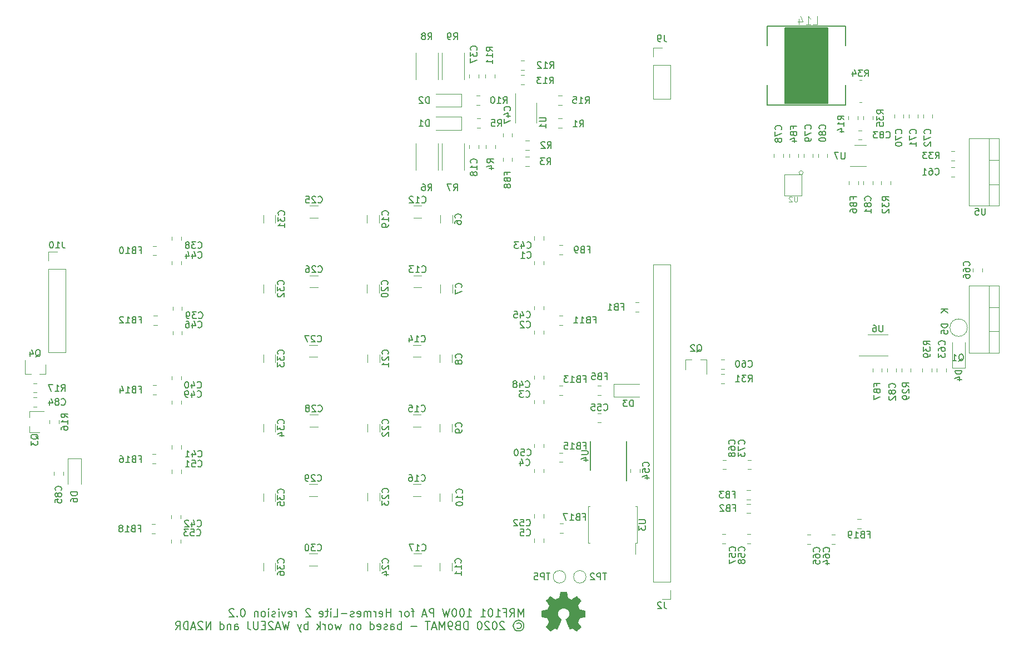
<source format=gbo>
G04 #@! TF.GenerationSoftware,KiCad,Pcbnew,(5.1.5)-3*
G04 #@! TF.CreationDate,2020-02-22T12:29:37+01:00*
G04 #@! TF.ProjectId,HL2_MRF101,484c325f-4d52-4463-9130-312e6b696361,2.0-build8*
G04 #@! TF.SameCoordinates,PX42c1d80PY2625a00*
G04 #@! TF.FileFunction,Legend,Bot*
G04 #@! TF.FilePolarity,Positive*
%FSLAX46Y46*%
G04 Gerber Fmt 4.6, Leading zero omitted, Abs format (unit mm)*
G04 Created by KiCad (PCBNEW (5.1.5)-3) date 2020-02-22 12:29:37*
%MOMM*%
%LPD*%
G04 APERTURE LIST*
%ADD10C,0.150000*%
%ADD11C,0.120000*%
%ADD12C,0.010000*%
%ADD13C,0.100000*%
%ADD14C,0.127000*%
%ADD15C,0.101600*%
G04 APERTURE END LIST*
D10*
X77616785Y-94767857D02*
X77616785Y-93567857D01*
X77216785Y-94425000D01*
X76816785Y-93567857D01*
X76816785Y-94767857D01*
X75559642Y-94767857D02*
X75959642Y-94196428D01*
X76245357Y-94767857D02*
X76245357Y-93567857D01*
X75788214Y-93567857D01*
X75673928Y-93625000D01*
X75616785Y-93682142D01*
X75559642Y-93796428D01*
X75559642Y-93967857D01*
X75616785Y-94082142D01*
X75673928Y-94139285D01*
X75788214Y-94196428D01*
X76245357Y-94196428D01*
X74645357Y-94139285D02*
X75045357Y-94139285D01*
X75045357Y-94767857D02*
X75045357Y-93567857D01*
X74473928Y-93567857D01*
X73388214Y-94767857D02*
X74073928Y-94767857D01*
X73731071Y-94767857D02*
X73731071Y-93567857D01*
X73845357Y-93739285D01*
X73959642Y-93853571D01*
X74073928Y-93910714D01*
X72645357Y-93567857D02*
X72531071Y-93567857D01*
X72416785Y-93625000D01*
X72359642Y-93682142D01*
X72302500Y-93796428D01*
X72245357Y-94025000D01*
X72245357Y-94310714D01*
X72302500Y-94539285D01*
X72359642Y-94653571D01*
X72416785Y-94710714D01*
X72531071Y-94767857D01*
X72645357Y-94767857D01*
X72759642Y-94710714D01*
X72816785Y-94653571D01*
X72873928Y-94539285D01*
X72931071Y-94310714D01*
X72931071Y-94025000D01*
X72873928Y-93796428D01*
X72816785Y-93682142D01*
X72759642Y-93625000D01*
X72645357Y-93567857D01*
X71102500Y-94767857D02*
X71788214Y-94767857D01*
X71445357Y-94767857D02*
X71445357Y-93567857D01*
X71559642Y-93739285D01*
X71673928Y-93853571D01*
X71788214Y-93910714D01*
X69045357Y-94767857D02*
X69731071Y-94767857D01*
X69388214Y-94767857D02*
X69388214Y-93567857D01*
X69502500Y-93739285D01*
X69616785Y-93853571D01*
X69731071Y-93910714D01*
X68302500Y-93567857D02*
X68188214Y-93567857D01*
X68073928Y-93625000D01*
X68016785Y-93682142D01*
X67959642Y-93796428D01*
X67902500Y-94025000D01*
X67902500Y-94310714D01*
X67959642Y-94539285D01*
X68016785Y-94653571D01*
X68073928Y-94710714D01*
X68188214Y-94767857D01*
X68302500Y-94767857D01*
X68416785Y-94710714D01*
X68473928Y-94653571D01*
X68531071Y-94539285D01*
X68588214Y-94310714D01*
X68588214Y-94025000D01*
X68531071Y-93796428D01*
X68473928Y-93682142D01*
X68416785Y-93625000D01*
X68302500Y-93567857D01*
X67159642Y-93567857D02*
X67045357Y-93567857D01*
X66931071Y-93625000D01*
X66873928Y-93682142D01*
X66816785Y-93796428D01*
X66759642Y-94025000D01*
X66759642Y-94310714D01*
X66816785Y-94539285D01*
X66873928Y-94653571D01*
X66931071Y-94710714D01*
X67045357Y-94767857D01*
X67159642Y-94767857D01*
X67273928Y-94710714D01*
X67331071Y-94653571D01*
X67388214Y-94539285D01*
X67445357Y-94310714D01*
X67445357Y-94025000D01*
X67388214Y-93796428D01*
X67331071Y-93682142D01*
X67273928Y-93625000D01*
X67159642Y-93567857D01*
X66359642Y-93567857D02*
X66073928Y-94767857D01*
X65845357Y-93910714D01*
X65616785Y-94767857D01*
X65331071Y-93567857D01*
X63959642Y-94767857D02*
X63959642Y-93567857D01*
X63502500Y-93567857D01*
X63388214Y-93625000D01*
X63331071Y-93682142D01*
X63273928Y-93796428D01*
X63273928Y-93967857D01*
X63331071Y-94082142D01*
X63388214Y-94139285D01*
X63502500Y-94196428D01*
X63959642Y-94196428D01*
X62816785Y-94425000D02*
X62245357Y-94425000D01*
X62931071Y-94767857D02*
X62531071Y-93567857D01*
X62131071Y-94767857D01*
X60988214Y-93967857D02*
X60531071Y-93967857D01*
X60816785Y-94767857D02*
X60816785Y-93739285D01*
X60759642Y-93625000D01*
X60645357Y-93567857D01*
X60531071Y-93567857D01*
X59959642Y-94767857D02*
X60073928Y-94710714D01*
X60131071Y-94653571D01*
X60188214Y-94539285D01*
X60188214Y-94196428D01*
X60131071Y-94082142D01*
X60073928Y-94025000D01*
X59959642Y-93967857D01*
X59788214Y-93967857D01*
X59673928Y-94025000D01*
X59616785Y-94082142D01*
X59559642Y-94196428D01*
X59559642Y-94539285D01*
X59616785Y-94653571D01*
X59673928Y-94710714D01*
X59788214Y-94767857D01*
X59959642Y-94767857D01*
X59045357Y-94767857D02*
X59045357Y-93967857D01*
X59045357Y-94196428D02*
X58988214Y-94082142D01*
X58931071Y-94025000D01*
X58816785Y-93967857D01*
X58702500Y-93967857D01*
X57388214Y-94767857D02*
X57388214Y-93567857D01*
X57388214Y-94139285D02*
X56702500Y-94139285D01*
X56702500Y-94767857D02*
X56702500Y-93567857D01*
X55673928Y-94710714D02*
X55788214Y-94767857D01*
X56016785Y-94767857D01*
X56131071Y-94710714D01*
X56188214Y-94596428D01*
X56188214Y-94139285D01*
X56131071Y-94025000D01*
X56016785Y-93967857D01*
X55788214Y-93967857D01*
X55673928Y-94025000D01*
X55616785Y-94139285D01*
X55616785Y-94253571D01*
X56188214Y-94367857D01*
X55102500Y-94767857D02*
X55102500Y-93967857D01*
X55102500Y-94196428D02*
X55045357Y-94082142D01*
X54988214Y-94025000D01*
X54873928Y-93967857D01*
X54759642Y-93967857D01*
X54359642Y-94767857D02*
X54359642Y-93967857D01*
X54359642Y-94082142D02*
X54302500Y-94025000D01*
X54188214Y-93967857D01*
X54016785Y-93967857D01*
X53902500Y-94025000D01*
X53845357Y-94139285D01*
X53845357Y-94767857D01*
X53845357Y-94139285D02*
X53788214Y-94025000D01*
X53673928Y-93967857D01*
X53502500Y-93967857D01*
X53388214Y-94025000D01*
X53331071Y-94139285D01*
X53331071Y-94767857D01*
X52302500Y-94710714D02*
X52416785Y-94767857D01*
X52645357Y-94767857D01*
X52759642Y-94710714D01*
X52816785Y-94596428D01*
X52816785Y-94139285D01*
X52759642Y-94025000D01*
X52645357Y-93967857D01*
X52416785Y-93967857D01*
X52302500Y-94025000D01*
X52245357Y-94139285D01*
X52245357Y-94253571D01*
X52816785Y-94367857D01*
X51788214Y-94710714D02*
X51673928Y-94767857D01*
X51445357Y-94767857D01*
X51331071Y-94710714D01*
X51273928Y-94596428D01*
X51273928Y-94539285D01*
X51331071Y-94425000D01*
X51445357Y-94367857D01*
X51616785Y-94367857D01*
X51731071Y-94310714D01*
X51788214Y-94196428D01*
X51788214Y-94139285D01*
X51731071Y-94025000D01*
X51616785Y-93967857D01*
X51445357Y-93967857D01*
X51331071Y-94025000D01*
X50759642Y-94310714D02*
X49845357Y-94310714D01*
X48702500Y-94767857D02*
X49273928Y-94767857D01*
X49273928Y-93567857D01*
X48302500Y-94767857D02*
X48302500Y-93967857D01*
X48302500Y-93567857D02*
X48359642Y-93625000D01*
X48302500Y-93682142D01*
X48245357Y-93625000D01*
X48302500Y-93567857D01*
X48302500Y-93682142D01*
X47902500Y-93967857D02*
X47445357Y-93967857D01*
X47731071Y-93567857D02*
X47731071Y-94596428D01*
X47673928Y-94710714D01*
X47559642Y-94767857D01*
X47445357Y-94767857D01*
X46588214Y-94710714D02*
X46702500Y-94767857D01*
X46931071Y-94767857D01*
X47045357Y-94710714D01*
X47102500Y-94596428D01*
X47102500Y-94139285D01*
X47045357Y-94025000D01*
X46931071Y-93967857D01*
X46702500Y-93967857D01*
X46588214Y-94025000D01*
X46531071Y-94139285D01*
X46531071Y-94253571D01*
X47102500Y-94367857D01*
X45159642Y-93682142D02*
X45102500Y-93625000D01*
X44988214Y-93567857D01*
X44702500Y-93567857D01*
X44588214Y-93625000D01*
X44531071Y-93682142D01*
X44473928Y-93796428D01*
X44473928Y-93910714D01*
X44531071Y-94082142D01*
X45216785Y-94767857D01*
X44473928Y-94767857D01*
X43045357Y-94767857D02*
X43045357Y-93967857D01*
X43045357Y-94196428D02*
X42988214Y-94082142D01*
X42931071Y-94025000D01*
X42816785Y-93967857D01*
X42702500Y-93967857D01*
X41845357Y-94710714D02*
X41959642Y-94767857D01*
X42188214Y-94767857D01*
X42302500Y-94710714D01*
X42359642Y-94596428D01*
X42359642Y-94139285D01*
X42302500Y-94025000D01*
X42188214Y-93967857D01*
X41959642Y-93967857D01*
X41845357Y-94025000D01*
X41788214Y-94139285D01*
X41788214Y-94253571D01*
X42359642Y-94367857D01*
X41388214Y-93967857D02*
X41102500Y-94767857D01*
X40816785Y-93967857D01*
X40359642Y-94767857D02*
X40359642Y-93967857D01*
X40359642Y-93567857D02*
X40416785Y-93625000D01*
X40359642Y-93682142D01*
X40302500Y-93625000D01*
X40359642Y-93567857D01*
X40359642Y-93682142D01*
X39845357Y-94710714D02*
X39731071Y-94767857D01*
X39502500Y-94767857D01*
X39388214Y-94710714D01*
X39331071Y-94596428D01*
X39331071Y-94539285D01*
X39388214Y-94425000D01*
X39502500Y-94367857D01*
X39673928Y-94367857D01*
X39788214Y-94310714D01*
X39845357Y-94196428D01*
X39845357Y-94139285D01*
X39788214Y-94025000D01*
X39673928Y-93967857D01*
X39502500Y-93967857D01*
X39388214Y-94025000D01*
X38816785Y-94767857D02*
X38816785Y-93967857D01*
X38816785Y-93567857D02*
X38873928Y-93625000D01*
X38816785Y-93682142D01*
X38759642Y-93625000D01*
X38816785Y-93567857D01*
X38816785Y-93682142D01*
X38073928Y-94767857D02*
X38188214Y-94710714D01*
X38245357Y-94653571D01*
X38302500Y-94539285D01*
X38302500Y-94196428D01*
X38245357Y-94082142D01*
X38188214Y-94025000D01*
X38073928Y-93967857D01*
X37902500Y-93967857D01*
X37788214Y-94025000D01*
X37731071Y-94082142D01*
X37673928Y-94196428D01*
X37673928Y-94539285D01*
X37731071Y-94653571D01*
X37788214Y-94710714D01*
X37902500Y-94767857D01*
X38073928Y-94767857D01*
X37159642Y-93967857D02*
X37159642Y-94767857D01*
X37159642Y-94082142D02*
X37102500Y-94025000D01*
X36988214Y-93967857D01*
X36816785Y-93967857D01*
X36702500Y-94025000D01*
X36645357Y-94139285D01*
X36645357Y-94767857D01*
X34931071Y-93567857D02*
X34816785Y-93567857D01*
X34702500Y-93625000D01*
X34645357Y-93682142D01*
X34588214Y-93796428D01*
X34531071Y-94025000D01*
X34531071Y-94310714D01*
X34588214Y-94539285D01*
X34645357Y-94653571D01*
X34702500Y-94710714D01*
X34816785Y-94767857D01*
X34931071Y-94767857D01*
X35045357Y-94710714D01*
X35102500Y-94653571D01*
X35159642Y-94539285D01*
X35216785Y-94310714D01*
X35216785Y-94025000D01*
X35159642Y-93796428D01*
X35102500Y-93682142D01*
X35045357Y-93625000D01*
X34931071Y-93567857D01*
X34016785Y-94653571D02*
X33959642Y-94710714D01*
X34016785Y-94767857D01*
X34073928Y-94710714D01*
X34016785Y-94653571D01*
X34016785Y-94767857D01*
X33502500Y-93682142D02*
X33445357Y-93625000D01*
X33331071Y-93567857D01*
X33045357Y-93567857D01*
X32931071Y-93625000D01*
X32873928Y-93682142D01*
X32816785Y-93796428D01*
X32816785Y-93910714D01*
X32873928Y-94082142D01*
X33559642Y-94767857D01*
X32816785Y-94767857D01*
X76645357Y-95803571D02*
X76759642Y-95746428D01*
X76988214Y-95746428D01*
X77102500Y-95803571D01*
X77216785Y-95917857D01*
X77273928Y-96032142D01*
X77273928Y-96260714D01*
X77216785Y-96375000D01*
X77102500Y-96489285D01*
X76988214Y-96546428D01*
X76759642Y-96546428D01*
X76645357Y-96489285D01*
X76873928Y-95346428D02*
X77159642Y-95403571D01*
X77445357Y-95575000D01*
X77616785Y-95860714D01*
X77673928Y-96146428D01*
X77616785Y-96432142D01*
X77445357Y-96717857D01*
X77159642Y-96889285D01*
X76873928Y-96946428D01*
X76588214Y-96889285D01*
X76302500Y-96717857D01*
X76131071Y-96432142D01*
X76073928Y-96146428D01*
X76131071Y-95860714D01*
X76302500Y-95575000D01*
X76588214Y-95403571D01*
X76873928Y-95346428D01*
X74702500Y-95632142D02*
X74645357Y-95575000D01*
X74531071Y-95517857D01*
X74245357Y-95517857D01*
X74131071Y-95575000D01*
X74073928Y-95632142D01*
X74016785Y-95746428D01*
X74016785Y-95860714D01*
X74073928Y-96032142D01*
X74759642Y-96717857D01*
X74016785Y-96717857D01*
X73273928Y-95517857D02*
X73159642Y-95517857D01*
X73045357Y-95575000D01*
X72988214Y-95632142D01*
X72931071Y-95746428D01*
X72873928Y-95975000D01*
X72873928Y-96260714D01*
X72931071Y-96489285D01*
X72988214Y-96603571D01*
X73045357Y-96660714D01*
X73159642Y-96717857D01*
X73273928Y-96717857D01*
X73388214Y-96660714D01*
X73445357Y-96603571D01*
X73502500Y-96489285D01*
X73559642Y-96260714D01*
X73559642Y-95975000D01*
X73502500Y-95746428D01*
X73445357Y-95632142D01*
X73388214Y-95575000D01*
X73273928Y-95517857D01*
X72416785Y-95632142D02*
X72359642Y-95575000D01*
X72245357Y-95517857D01*
X71959642Y-95517857D01*
X71845357Y-95575000D01*
X71788214Y-95632142D01*
X71731071Y-95746428D01*
X71731071Y-95860714D01*
X71788214Y-96032142D01*
X72473928Y-96717857D01*
X71731071Y-96717857D01*
X70988214Y-95517857D02*
X70873928Y-95517857D01*
X70759642Y-95575000D01*
X70702500Y-95632142D01*
X70645357Y-95746428D01*
X70588214Y-95975000D01*
X70588214Y-96260714D01*
X70645357Y-96489285D01*
X70702500Y-96603571D01*
X70759642Y-96660714D01*
X70873928Y-96717857D01*
X70988214Y-96717857D01*
X71102500Y-96660714D01*
X71159642Y-96603571D01*
X71216785Y-96489285D01*
X71273928Y-96260714D01*
X71273928Y-95975000D01*
X71216785Y-95746428D01*
X71159642Y-95632142D01*
X71102500Y-95575000D01*
X70988214Y-95517857D01*
X69159642Y-96717857D02*
X69159642Y-95517857D01*
X68873928Y-95517857D01*
X68702500Y-95575000D01*
X68588214Y-95689285D01*
X68531071Y-95803571D01*
X68473928Y-96032142D01*
X68473928Y-96203571D01*
X68531071Y-96432142D01*
X68588214Y-96546428D01*
X68702500Y-96660714D01*
X68873928Y-96717857D01*
X69159642Y-96717857D01*
X67559642Y-96089285D02*
X67388214Y-96146428D01*
X67331071Y-96203571D01*
X67273928Y-96317857D01*
X67273928Y-96489285D01*
X67331071Y-96603571D01*
X67388214Y-96660714D01*
X67502500Y-96717857D01*
X67959642Y-96717857D01*
X67959642Y-95517857D01*
X67559642Y-95517857D01*
X67445357Y-95575000D01*
X67388214Y-95632142D01*
X67331071Y-95746428D01*
X67331071Y-95860714D01*
X67388214Y-95975000D01*
X67445357Y-96032142D01*
X67559642Y-96089285D01*
X67959642Y-96089285D01*
X66702500Y-96717857D02*
X66473928Y-96717857D01*
X66359642Y-96660714D01*
X66302500Y-96603571D01*
X66188214Y-96432142D01*
X66131071Y-96203571D01*
X66131071Y-95746428D01*
X66188214Y-95632142D01*
X66245357Y-95575000D01*
X66359642Y-95517857D01*
X66588214Y-95517857D01*
X66702500Y-95575000D01*
X66759642Y-95632142D01*
X66816785Y-95746428D01*
X66816785Y-96032142D01*
X66759642Y-96146428D01*
X66702500Y-96203571D01*
X66588214Y-96260714D01*
X66359642Y-96260714D01*
X66245357Y-96203571D01*
X66188214Y-96146428D01*
X66131071Y-96032142D01*
X65616785Y-96717857D02*
X65616785Y-95517857D01*
X65216785Y-96375000D01*
X64816785Y-95517857D01*
X64816785Y-96717857D01*
X64302500Y-96375000D02*
X63731071Y-96375000D01*
X64416785Y-96717857D02*
X64016785Y-95517857D01*
X63616785Y-96717857D01*
X63388214Y-95517857D02*
X62702500Y-95517857D01*
X63045357Y-96717857D02*
X63045357Y-95517857D01*
X61388214Y-96260714D02*
X60473928Y-96260714D01*
X58988214Y-96717857D02*
X58988214Y-95517857D01*
X58988214Y-95975000D02*
X58873928Y-95917857D01*
X58645357Y-95917857D01*
X58531071Y-95975000D01*
X58473928Y-96032142D01*
X58416785Y-96146428D01*
X58416785Y-96489285D01*
X58473928Y-96603571D01*
X58531071Y-96660714D01*
X58645357Y-96717857D01*
X58873928Y-96717857D01*
X58988214Y-96660714D01*
X57388214Y-96717857D02*
X57388214Y-96089285D01*
X57445357Y-95975000D01*
X57559642Y-95917857D01*
X57788214Y-95917857D01*
X57902500Y-95975000D01*
X57388214Y-96660714D02*
X57502500Y-96717857D01*
X57788214Y-96717857D01*
X57902500Y-96660714D01*
X57959642Y-96546428D01*
X57959642Y-96432142D01*
X57902500Y-96317857D01*
X57788214Y-96260714D01*
X57502500Y-96260714D01*
X57388214Y-96203571D01*
X56873928Y-96660714D02*
X56759642Y-96717857D01*
X56531071Y-96717857D01*
X56416785Y-96660714D01*
X56359642Y-96546428D01*
X56359642Y-96489285D01*
X56416785Y-96375000D01*
X56531071Y-96317857D01*
X56702500Y-96317857D01*
X56816785Y-96260714D01*
X56873928Y-96146428D01*
X56873928Y-96089285D01*
X56816785Y-95975000D01*
X56702500Y-95917857D01*
X56531071Y-95917857D01*
X56416785Y-95975000D01*
X55388214Y-96660714D02*
X55502500Y-96717857D01*
X55731071Y-96717857D01*
X55845357Y-96660714D01*
X55902500Y-96546428D01*
X55902500Y-96089285D01*
X55845357Y-95975000D01*
X55731071Y-95917857D01*
X55502500Y-95917857D01*
X55388214Y-95975000D01*
X55331071Y-96089285D01*
X55331071Y-96203571D01*
X55902500Y-96317857D01*
X54302500Y-96717857D02*
X54302500Y-95517857D01*
X54302500Y-96660714D02*
X54416785Y-96717857D01*
X54645357Y-96717857D01*
X54759642Y-96660714D01*
X54816785Y-96603571D01*
X54873928Y-96489285D01*
X54873928Y-96146428D01*
X54816785Y-96032142D01*
X54759642Y-95975000D01*
X54645357Y-95917857D01*
X54416785Y-95917857D01*
X54302500Y-95975000D01*
X52645357Y-96717857D02*
X52759642Y-96660714D01*
X52816785Y-96603571D01*
X52873928Y-96489285D01*
X52873928Y-96146428D01*
X52816785Y-96032142D01*
X52759642Y-95975000D01*
X52645357Y-95917857D01*
X52473928Y-95917857D01*
X52359642Y-95975000D01*
X52302500Y-96032142D01*
X52245357Y-96146428D01*
X52245357Y-96489285D01*
X52302500Y-96603571D01*
X52359642Y-96660714D01*
X52473928Y-96717857D01*
X52645357Y-96717857D01*
X51731071Y-95917857D02*
X51731071Y-96717857D01*
X51731071Y-96032142D02*
X51673928Y-95975000D01*
X51559642Y-95917857D01*
X51388214Y-95917857D01*
X51273928Y-95975000D01*
X51216785Y-96089285D01*
X51216785Y-96717857D01*
X49845357Y-95917857D02*
X49616785Y-96717857D01*
X49388214Y-96146428D01*
X49159642Y-96717857D01*
X48931071Y-95917857D01*
X48302500Y-96717857D02*
X48416785Y-96660714D01*
X48473928Y-96603571D01*
X48531071Y-96489285D01*
X48531071Y-96146428D01*
X48473928Y-96032142D01*
X48416785Y-95975000D01*
X48302500Y-95917857D01*
X48131071Y-95917857D01*
X48016785Y-95975000D01*
X47959642Y-96032142D01*
X47902500Y-96146428D01*
X47902500Y-96489285D01*
X47959642Y-96603571D01*
X48016785Y-96660714D01*
X48131071Y-96717857D01*
X48302500Y-96717857D01*
X47388214Y-96717857D02*
X47388214Y-95917857D01*
X47388214Y-96146428D02*
X47331071Y-96032142D01*
X47273928Y-95975000D01*
X47159642Y-95917857D01*
X47045357Y-95917857D01*
X46645357Y-96717857D02*
X46645357Y-95517857D01*
X46531071Y-96260714D02*
X46188214Y-96717857D01*
X46188214Y-95917857D02*
X46645357Y-96375000D01*
X44759642Y-96717857D02*
X44759642Y-95517857D01*
X44759642Y-95975000D02*
X44645357Y-95917857D01*
X44416785Y-95917857D01*
X44302500Y-95975000D01*
X44245357Y-96032142D01*
X44188214Y-96146428D01*
X44188214Y-96489285D01*
X44245357Y-96603571D01*
X44302500Y-96660714D01*
X44416785Y-96717857D01*
X44645357Y-96717857D01*
X44759642Y-96660714D01*
X43788214Y-95917857D02*
X43502500Y-96717857D01*
X43216785Y-95917857D02*
X43502500Y-96717857D01*
X43616785Y-97003571D01*
X43673928Y-97060714D01*
X43788214Y-97117857D01*
X41959642Y-95517857D02*
X41673928Y-96717857D01*
X41445357Y-95860714D01*
X41216785Y-96717857D01*
X40931071Y-95517857D01*
X40531071Y-96375000D02*
X39959642Y-96375000D01*
X40645357Y-96717857D02*
X40245357Y-95517857D01*
X39845357Y-96717857D01*
X39502500Y-95632142D02*
X39445357Y-95575000D01*
X39331071Y-95517857D01*
X39045357Y-95517857D01*
X38931071Y-95575000D01*
X38873928Y-95632142D01*
X38816785Y-95746428D01*
X38816785Y-95860714D01*
X38873928Y-96032142D01*
X39559642Y-96717857D01*
X38816785Y-96717857D01*
X38302500Y-96089285D02*
X37902500Y-96089285D01*
X37731071Y-96717857D02*
X38302500Y-96717857D01*
X38302500Y-95517857D01*
X37731071Y-95517857D01*
X37216785Y-95517857D02*
X37216785Y-96489285D01*
X37159642Y-96603571D01*
X37102500Y-96660714D01*
X36988214Y-96717857D01*
X36759642Y-96717857D01*
X36645357Y-96660714D01*
X36588214Y-96603571D01*
X36531071Y-96489285D01*
X36531071Y-95517857D01*
X35616785Y-95517857D02*
X35616785Y-96375000D01*
X35673928Y-96546428D01*
X35788214Y-96660714D01*
X35959642Y-96717857D01*
X36073928Y-96717857D01*
X33616785Y-96717857D02*
X33616785Y-96089285D01*
X33673928Y-95975000D01*
X33788214Y-95917857D01*
X34016785Y-95917857D01*
X34131071Y-95975000D01*
X33616785Y-96660714D02*
X33731071Y-96717857D01*
X34016785Y-96717857D01*
X34131071Y-96660714D01*
X34188214Y-96546428D01*
X34188214Y-96432142D01*
X34131071Y-96317857D01*
X34016785Y-96260714D01*
X33731071Y-96260714D01*
X33616785Y-96203571D01*
X33045357Y-95917857D02*
X33045357Y-96717857D01*
X33045357Y-96032142D02*
X32988214Y-95975000D01*
X32873928Y-95917857D01*
X32702500Y-95917857D01*
X32588214Y-95975000D01*
X32531071Y-96089285D01*
X32531071Y-96717857D01*
X31445357Y-96717857D02*
X31445357Y-95517857D01*
X31445357Y-96660714D02*
X31559642Y-96717857D01*
X31788214Y-96717857D01*
X31902500Y-96660714D01*
X31959642Y-96603571D01*
X32016785Y-96489285D01*
X32016785Y-96146428D01*
X31959642Y-96032142D01*
X31902500Y-95975000D01*
X31788214Y-95917857D01*
X31559642Y-95917857D01*
X31445357Y-95975000D01*
X29959642Y-96717857D02*
X29959642Y-95517857D01*
X29273928Y-96717857D01*
X29273928Y-95517857D01*
X28759642Y-95632142D02*
X28702500Y-95575000D01*
X28588214Y-95517857D01*
X28302500Y-95517857D01*
X28188214Y-95575000D01*
X28131071Y-95632142D01*
X28073928Y-95746428D01*
X28073928Y-95860714D01*
X28131071Y-96032142D01*
X28816785Y-96717857D01*
X28073928Y-96717857D01*
X27616785Y-96375000D02*
X27045357Y-96375000D01*
X27731071Y-96717857D02*
X27331071Y-95517857D01*
X26931071Y-96717857D01*
X26531071Y-96717857D02*
X26531071Y-95517857D01*
X26245357Y-95517857D01*
X26073928Y-95575000D01*
X25959642Y-95689285D01*
X25902500Y-95803571D01*
X25845357Y-96032142D01*
X25845357Y-96203571D01*
X25902500Y-96432142D01*
X25959642Y-96546428D01*
X26073928Y-96660714D01*
X26245357Y-96717857D01*
X26531071Y-96717857D01*
X24645357Y-96717857D02*
X25045357Y-96146428D01*
X25331071Y-96717857D02*
X25331071Y-95517857D01*
X24873928Y-95517857D01*
X24759642Y-95575000D01*
X24702500Y-95632142D01*
X24645357Y-95746428D01*
X24645357Y-95917857D01*
X24702500Y-96032142D01*
X24759642Y-96089285D01*
X24873928Y-96146428D01*
X25331071Y-96146428D01*
D11*
X2415000Y-66655000D02*
X3875000Y-66655000D01*
X2415000Y-63495000D02*
X4575000Y-63495000D01*
X2415000Y-63495000D02*
X2415000Y-64425000D01*
X2415000Y-66655000D02*
X2415000Y-65725000D01*
X4830000Y-57810000D02*
X4830000Y-56350000D01*
X1670000Y-57810000D02*
X1670000Y-55650000D01*
X1670000Y-57810000D02*
X2600000Y-57810000D01*
X4830000Y-57810000D02*
X3900000Y-57810000D01*
X143900000Y-49413629D02*
X143900000Y-49300000D01*
X145226371Y-50740000D02*
G75*
G03X145226371Y-50740000I-1326371J0D01*
G01*
X139810000Y-56941422D02*
X139810000Y-57458578D01*
X138390000Y-56941422D02*
X138390000Y-57458578D01*
X6580000Y-39170000D02*
X5250000Y-39170000D01*
X5250000Y-39170000D02*
X5250000Y-40500000D01*
X5250000Y-41770000D02*
X5250000Y-54530000D01*
X7910000Y-54530000D02*
X5250000Y-54530000D01*
X7910000Y-41770000D02*
X7910000Y-54530000D01*
X7910000Y-41770000D02*
X5250000Y-41770000D01*
D12*
G36*
X83144186Y-91468931D02*
G01*
X83060365Y-91913555D01*
X82751080Y-92041053D01*
X82441794Y-92168551D01*
X82070754Y-91916246D01*
X81966843Y-91845996D01*
X81872913Y-91783272D01*
X81793348Y-91730938D01*
X81732530Y-91691857D01*
X81694843Y-91668893D01*
X81684579Y-91663942D01*
X81666090Y-91676676D01*
X81626580Y-91711882D01*
X81570478Y-91765062D01*
X81502213Y-91831718D01*
X81426214Y-91907354D01*
X81346908Y-91987472D01*
X81268725Y-92067574D01*
X81196093Y-92143164D01*
X81133441Y-92209745D01*
X81085197Y-92262818D01*
X81055790Y-92297887D01*
X81048759Y-92309623D01*
X81058877Y-92331260D01*
X81087241Y-92378662D01*
X81130871Y-92447193D01*
X81186782Y-92532215D01*
X81251994Y-92629093D01*
X81289781Y-92684350D01*
X81358657Y-92785248D01*
X81419860Y-92876299D01*
X81470422Y-92952970D01*
X81507372Y-93010728D01*
X81527742Y-93045043D01*
X81530803Y-93052254D01*
X81523864Y-93072748D01*
X81504949Y-93120513D01*
X81476913Y-93188832D01*
X81442609Y-93270989D01*
X81404891Y-93360270D01*
X81366613Y-93449958D01*
X81330630Y-93533338D01*
X81299794Y-93603694D01*
X81276961Y-93654310D01*
X81264983Y-93678471D01*
X81264276Y-93679422D01*
X81245469Y-93684036D01*
X81195382Y-93694328D01*
X81119207Y-93709287D01*
X81022135Y-93727901D01*
X80909357Y-93749159D01*
X80843558Y-93761418D01*
X80723050Y-93784362D01*
X80614203Y-93806195D01*
X80522524Y-93825722D01*
X80453519Y-93841748D01*
X80412696Y-93853079D01*
X80404489Y-93856674D01*
X80396452Y-93881006D01*
X80389967Y-93935959D01*
X80385030Y-94015108D01*
X80381636Y-94112026D01*
X80379782Y-94220287D01*
X80379462Y-94333465D01*
X80380673Y-94445135D01*
X80383410Y-94548868D01*
X80387669Y-94638241D01*
X80393445Y-94706826D01*
X80400733Y-94748197D01*
X80405105Y-94756810D01*
X80431236Y-94767133D01*
X80486607Y-94781892D01*
X80563893Y-94799352D01*
X80655770Y-94817780D01*
X80687842Y-94823741D01*
X80842476Y-94852066D01*
X80964625Y-94874876D01*
X81058327Y-94893080D01*
X81127616Y-94907583D01*
X81176529Y-94919292D01*
X81209103Y-94929115D01*
X81229372Y-94937956D01*
X81241374Y-94946724D01*
X81243053Y-94948457D01*
X81259816Y-94976371D01*
X81285386Y-95030695D01*
X81317212Y-95104777D01*
X81352740Y-95191965D01*
X81389417Y-95285608D01*
X81424689Y-95379052D01*
X81456004Y-95465647D01*
X81480807Y-95538740D01*
X81496546Y-95591678D01*
X81500668Y-95617811D01*
X81500324Y-95618726D01*
X81486359Y-95640086D01*
X81454678Y-95687084D01*
X81408609Y-95754827D01*
X81351482Y-95838423D01*
X81286627Y-95932982D01*
X81268157Y-95959854D01*
X81202301Y-96057275D01*
X81144350Y-96146163D01*
X81097462Y-96221412D01*
X81064793Y-96277920D01*
X81049500Y-96310581D01*
X81048759Y-96314593D01*
X81061608Y-96335684D01*
X81097112Y-96377464D01*
X81150707Y-96435445D01*
X81217829Y-96505135D01*
X81293913Y-96582045D01*
X81374396Y-96661683D01*
X81454713Y-96739561D01*
X81530301Y-96811186D01*
X81596595Y-96872070D01*
X81649031Y-96917721D01*
X81683045Y-96943650D01*
X81692455Y-96947883D01*
X81714357Y-96937912D01*
X81759200Y-96911020D01*
X81819679Y-96871736D01*
X81866211Y-96840117D01*
X81950525Y-96782098D01*
X82050374Y-96713784D01*
X82150527Y-96645579D01*
X82204373Y-96609075D01*
X82386629Y-96485800D01*
X82539619Y-96568520D01*
X82609318Y-96604759D01*
X82668586Y-96632926D01*
X82708689Y-96648991D01*
X82718897Y-96651226D01*
X82731171Y-96634722D01*
X82755387Y-96588082D01*
X82789737Y-96515609D01*
X82832412Y-96421606D01*
X82881606Y-96310374D01*
X82935510Y-96186215D01*
X82992316Y-96053432D01*
X83050218Y-95916327D01*
X83107407Y-95779202D01*
X83162076Y-95646358D01*
X83212416Y-95522098D01*
X83256620Y-95410725D01*
X83292881Y-95316539D01*
X83319391Y-95243844D01*
X83334342Y-95196941D01*
X83336746Y-95180833D01*
X83317689Y-95160286D01*
X83275964Y-95126933D01*
X83220294Y-95087702D01*
X83215622Y-95084599D01*
X83071736Y-94969423D01*
X82955717Y-94835053D01*
X82868570Y-94685784D01*
X82811301Y-94525913D01*
X82784914Y-94359737D01*
X82790415Y-94191552D01*
X82828810Y-94025655D01*
X82901105Y-93866342D01*
X82922374Y-93831487D01*
X83033004Y-93690737D01*
X83163698Y-93577714D01*
X83309936Y-93493003D01*
X83467192Y-93437194D01*
X83630943Y-93410874D01*
X83796667Y-93414630D01*
X83959838Y-93449050D01*
X84115935Y-93514723D01*
X84260433Y-93612235D01*
X84305131Y-93651813D01*
X84418888Y-93775703D01*
X84501782Y-93906124D01*
X84558644Y-94052315D01*
X84590313Y-94197088D01*
X84598131Y-94359860D01*
X84572062Y-94523440D01*
X84514755Y-94682298D01*
X84428856Y-94830906D01*
X84317014Y-94963735D01*
X84181877Y-95075256D01*
X84164117Y-95087011D01*
X84107850Y-95125508D01*
X84065077Y-95158863D01*
X84044628Y-95180160D01*
X84044331Y-95180833D01*
X84048721Y-95203871D01*
X84066124Y-95256157D01*
X84094732Y-95333390D01*
X84132735Y-95431268D01*
X84178326Y-95545491D01*
X84229697Y-95671758D01*
X84285038Y-95805767D01*
X84342542Y-95943218D01*
X84400399Y-96079808D01*
X84456802Y-96211237D01*
X84509942Y-96333205D01*
X84558010Y-96441409D01*
X84599199Y-96531549D01*
X84631699Y-96599323D01*
X84653703Y-96640430D01*
X84662564Y-96651226D01*
X84689640Y-96642819D01*
X84740303Y-96620272D01*
X84805817Y-96587613D01*
X84841841Y-96568520D01*
X84994832Y-96485800D01*
X85177088Y-96609075D01*
X85270125Y-96672228D01*
X85371985Y-96741727D01*
X85467438Y-96807165D01*
X85515250Y-96840117D01*
X85582495Y-96885273D01*
X85639436Y-96921057D01*
X85678646Y-96942938D01*
X85691381Y-96947563D01*
X85709917Y-96935085D01*
X85750941Y-96900252D01*
X85810475Y-96846678D01*
X85884542Y-96777983D01*
X85969165Y-96697781D01*
X86022685Y-96646286D01*
X86116319Y-96554286D01*
X86197241Y-96471999D01*
X86262177Y-96402945D01*
X86307858Y-96350644D01*
X86331011Y-96318616D01*
X86333232Y-96312116D01*
X86322924Y-96287394D01*
X86294439Y-96237405D01*
X86250937Y-96167212D01*
X86195577Y-96081875D01*
X86131520Y-95986456D01*
X86113303Y-95959854D01*
X86046927Y-95863167D01*
X85987378Y-95776117D01*
X85937984Y-95703595D01*
X85902075Y-95650493D01*
X85882981Y-95621703D01*
X85881136Y-95618726D01*
X85883895Y-95595782D01*
X85898538Y-95545336D01*
X85922513Y-95474041D01*
X85953266Y-95388547D01*
X85988244Y-95295507D01*
X86024893Y-95201574D01*
X86060661Y-95113399D01*
X86092994Y-95037634D01*
X86119338Y-94980931D01*
X86137142Y-94949943D01*
X86138407Y-94948457D01*
X86149294Y-94939601D01*
X86167682Y-94930843D01*
X86197606Y-94921277D01*
X86243103Y-94909996D01*
X86308209Y-94896093D01*
X86396961Y-94878663D01*
X86513393Y-94856798D01*
X86661542Y-94829591D01*
X86693618Y-94823741D01*
X86788686Y-94805374D01*
X86871565Y-94787405D01*
X86934930Y-94771569D01*
X86971458Y-94759600D01*
X86976356Y-94756810D01*
X86984427Y-94732072D01*
X86990987Y-94676790D01*
X86996033Y-94597389D01*
X86999559Y-94500296D01*
X87001561Y-94391938D01*
X87002036Y-94278740D01*
X87000977Y-94167128D01*
X86998382Y-94063529D01*
X86994246Y-93974368D01*
X86988563Y-93906072D01*
X86981331Y-93865066D01*
X86976971Y-93856674D01*
X86952698Y-93848208D01*
X86897426Y-93834435D01*
X86816662Y-93816550D01*
X86715912Y-93795748D01*
X86600683Y-93773223D01*
X86537902Y-93761418D01*
X86418787Y-93739151D01*
X86312565Y-93718979D01*
X86224427Y-93701915D01*
X86159566Y-93688969D01*
X86123174Y-93681155D01*
X86117184Y-93679422D01*
X86107061Y-93659890D01*
X86085662Y-93612843D01*
X86055839Y-93545003D01*
X86020445Y-93463091D01*
X85982332Y-93373828D01*
X85944353Y-93283935D01*
X85909360Y-93200135D01*
X85880206Y-93129147D01*
X85859743Y-93077694D01*
X85850823Y-93052497D01*
X85850657Y-93051396D01*
X85860769Y-93031519D01*
X85889117Y-92985777D01*
X85932723Y-92918717D01*
X85988606Y-92834884D01*
X86053787Y-92738826D01*
X86091679Y-92683650D01*
X86160725Y-92582481D01*
X86222050Y-92490630D01*
X86272663Y-92412744D01*
X86309571Y-92353469D01*
X86329782Y-92317451D01*
X86332701Y-92309377D01*
X86320153Y-92290584D01*
X86285463Y-92250457D01*
X86233063Y-92193493D01*
X86167384Y-92124185D01*
X86092856Y-92047031D01*
X86013913Y-91966525D01*
X85934983Y-91887163D01*
X85860500Y-91813440D01*
X85794894Y-91749852D01*
X85742596Y-91700894D01*
X85708039Y-91671061D01*
X85696478Y-91663942D01*
X85677654Y-91673953D01*
X85632631Y-91702078D01*
X85565787Y-91745454D01*
X85481499Y-91801218D01*
X85384144Y-91866506D01*
X85310707Y-91916246D01*
X84939667Y-92168551D01*
X84321095Y-91913555D01*
X84237275Y-91468931D01*
X84153454Y-91024307D01*
X83228006Y-91024307D01*
X83144186Y-91468931D01*
G37*
X83144186Y-91468931D02*
X83060365Y-91913555D01*
X82751080Y-92041053D01*
X82441794Y-92168551D01*
X82070754Y-91916246D01*
X81966843Y-91845996D01*
X81872913Y-91783272D01*
X81793348Y-91730938D01*
X81732530Y-91691857D01*
X81694843Y-91668893D01*
X81684579Y-91663942D01*
X81666090Y-91676676D01*
X81626580Y-91711882D01*
X81570478Y-91765062D01*
X81502213Y-91831718D01*
X81426214Y-91907354D01*
X81346908Y-91987472D01*
X81268725Y-92067574D01*
X81196093Y-92143164D01*
X81133441Y-92209745D01*
X81085197Y-92262818D01*
X81055790Y-92297887D01*
X81048759Y-92309623D01*
X81058877Y-92331260D01*
X81087241Y-92378662D01*
X81130871Y-92447193D01*
X81186782Y-92532215D01*
X81251994Y-92629093D01*
X81289781Y-92684350D01*
X81358657Y-92785248D01*
X81419860Y-92876299D01*
X81470422Y-92952970D01*
X81507372Y-93010728D01*
X81527742Y-93045043D01*
X81530803Y-93052254D01*
X81523864Y-93072748D01*
X81504949Y-93120513D01*
X81476913Y-93188832D01*
X81442609Y-93270989D01*
X81404891Y-93360270D01*
X81366613Y-93449958D01*
X81330630Y-93533338D01*
X81299794Y-93603694D01*
X81276961Y-93654310D01*
X81264983Y-93678471D01*
X81264276Y-93679422D01*
X81245469Y-93684036D01*
X81195382Y-93694328D01*
X81119207Y-93709287D01*
X81022135Y-93727901D01*
X80909357Y-93749159D01*
X80843558Y-93761418D01*
X80723050Y-93784362D01*
X80614203Y-93806195D01*
X80522524Y-93825722D01*
X80453519Y-93841748D01*
X80412696Y-93853079D01*
X80404489Y-93856674D01*
X80396452Y-93881006D01*
X80389967Y-93935959D01*
X80385030Y-94015108D01*
X80381636Y-94112026D01*
X80379782Y-94220287D01*
X80379462Y-94333465D01*
X80380673Y-94445135D01*
X80383410Y-94548868D01*
X80387669Y-94638241D01*
X80393445Y-94706826D01*
X80400733Y-94748197D01*
X80405105Y-94756810D01*
X80431236Y-94767133D01*
X80486607Y-94781892D01*
X80563893Y-94799352D01*
X80655770Y-94817780D01*
X80687842Y-94823741D01*
X80842476Y-94852066D01*
X80964625Y-94874876D01*
X81058327Y-94893080D01*
X81127616Y-94907583D01*
X81176529Y-94919292D01*
X81209103Y-94929115D01*
X81229372Y-94937956D01*
X81241374Y-94946724D01*
X81243053Y-94948457D01*
X81259816Y-94976371D01*
X81285386Y-95030695D01*
X81317212Y-95104777D01*
X81352740Y-95191965D01*
X81389417Y-95285608D01*
X81424689Y-95379052D01*
X81456004Y-95465647D01*
X81480807Y-95538740D01*
X81496546Y-95591678D01*
X81500668Y-95617811D01*
X81500324Y-95618726D01*
X81486359Y-95640086D01*
X81454678Y-95687084D01*
X81408609Y-95754827D01*
X81351482Y-95838423D01*
X81286627Y-95932982D01*
X81268157Y-95959854D01*
X81202301Y-96057275D01*
X81144350Y-96146163D01*
X81097462Y-96221412D01*
X81064793Y-96277920D01*
X81049500Y-96310581D01*
X81048759Y-96314593D01*
X81061608Y-96335684D01*
X81097112Y-96377464D01*
X81150707Y-96435445D01*
X81217829Y-96505135D01*
X81293913Y-96582045D01*
X81374396Y-96661683D01*
X81454713Y-96739561D01*
X81530301Y-96811186D01*
X81596595Y-96872070D01*
X81649031Y-96917721D01*
X81683045Y-96943650D01*
X81692455Y-96947883D01*
X81714357Y-96937912D01*
X81759200Y-96911020D01*
X81819679Y-96871736D01*
X81866211Y-96840117D01*
X81950525Y-96782098D01*
X82050374Y-96713784D01*
X82150527Y-96645579D01*
X82204373Y-96609075D01*
X82386629Y-96485800D01*
X82539619Y-96568520D01*
X82609318Y-96604759D01*
X82668586Y-96632926D01*
X82708689Y-96648991D01*
X82718897Y-96651226D01*
X82731171Y-96634722D01*
X82755387Y-96588082D01*
X82789737Y-96515609D01*
X82832412Y-96421606D01*
X82881606Y-96310374D01*
X82935510Y-96186215D01*
X82992316Y-96053432D01*
X83050218Y-95916327D01*
X83107407Y-95779202D01*
X83162076Y-95646358D01*
X83212416Y-95522098D01*
X83256620Y-95410725D01*
X83292881Y-95316539D01*
X83319391Y-95243844D01*
X83334342Y-95196941D01*
X83336746Y-95180833D01*
X83317689Y-95160286D01*
X83275964Y-95126933D01*
X83220294Y-95087702D01*
X83215622Y-95084599D01*
X83071736Y-94969423D01*
X82955717Y-94835053D01*
X82868570Y-94685784D01*
X82811301Y-94525913D01*
X82784914Y-94359737D01*
X82790415Y-94191552D01*
X82828810Y-94025655D01*
X82901105Y-93866342D01*
X82922374Y-93831487D01*
X83033004Y-93690737D01*
X83163698Y-93577714D01*
X83309936Y-93493003D01*
X83467192Y-93437194D01*
X83630943Y-93410874D01*
X83796667Y-93414630D01*
X83959838Y-93449050D01*
X84115935Y-93514723D01*
X84260433Y-93612235D01*
X84305131Y-93651813D01*
X84418888Y-93775703D01*
X84501782Y-93906124D01*
X84558644Y-94052315D01*
X84590313Y-94197088D01*
X84598131Y-94359860D01*
X84572062Y-94523440D01*
X84514755Y-94682298D01*
X84428856Y-94830906D01*
X84317014Y-94963735D01*
X84181877Y-95075256D01*
X84164117Y-95087011D01*
X84107850Y-95125508D01*
X84065077Y-95158863D01*
X84044628Y-95180160D01*
X84044331Y-95180833D01*
X84048721Y-95203871D01*
X84066124Y-95256157D01*
X84094732Y-95333390D01*
X84132735Y-95431268D01*
X84178326Y-95545491D01*
X84229697Y-95671758D01*
X84285038Y-95805767D01*
X84342542Y-95943218D01*
X84400399Y-96079808D01*
X84456802Y-96211237D01*
X84509942Y-96333205D01*
X84558010Y-96441409D01*
X84599199Y-96531549D01*
X84631699Y-96599323D01*
X84653703Y-96640430D01*
X84662564Y-96651226D01*
X84689640Y-96642819D01*
X84740303Y-96620272D01*
X84805817Y-96587613D01*
X84841841Y-96568520D01*
X84994832Y-96485800D01*
X85177088Y-96609075D01*
X85270125Y-96672228D01*
X85371985Y-96741727D01*
X85467438Y-96807165D01*
X85515250Y-96840117D01*
X85582495Y-96885273D01*
X85639436Y-96921057D01*
X85678646Y-96942938D01*
X85691381Y-96947563D01*
X85709917Y-96935085D01*
X85750941Y-96900252D01*
X85810475Y-96846678D01*
X85884542Y-96777983D01*
X85969165Y-96697781D01*
X86022685Y-96646286D01*
X86116319Y-96554286D01*
X86197241Y-96471999D01*
X86262177Y-96402945D01*
X86307858Y-96350644D01*
X86331011Y-96318616D01*
X86333232Y-96312116D01*
X86322924Y-96287394D01*
X86294439Y-96237405D01*
X86250937Y-96167212D01*
X86195577Y-96081875D01*
X86131520Y-95986456D01*
X86113303Y-95959854D01*
X86046927Y-95863167D01*
X85987378Y-95776117D01*
X85937984Y-95703595D01*
X85902075Y-95650493D01*
X85882981Y-95621703D01*
X85881136Y-95618726D01*
X85883895Y-95595782D01*
X85898538Y-95545336D01*
X85922513Y-95474041D01*
X85953266Y-95388547D01*
X85988244Y-95295507D01*
X86024893Y-95201574D01*
X86060661Y-95113399D01*
X86092994Y-95037634D01*
X86119338Y-94980931D01*
X86137142Y-94949943D01*
X86138407Y-94948457D01*
X86149294Y-94939601D01*
X86167682Y-94930843D01*
X86197606Y-94921277D01*
X86243103Y-94909996D01*
X86308209Y-94896093D01*
X86396961Y-94878663D01*
X86513393Y-94856798D01*
X86661542Y-94829591D01*
X86693618Y-94823741D01*
X86788686Y-94805374D01*
X86871565Y-94787405D01*
X86934930Y-94771569D01*
X86971458Y-94759600D01*
X86976356Y-94756810D01*
X86984427Y-94732072D01*
X86990987Y-94676790D01*
X86996033Y-94597389D01*
X86999559Y-94500296D01*
X87001561Y-94391938D01*
X87002036Y-94278740D01*
X87000977Y-94167128D01*
X86998382Y-94063529D01*
X86994246Y-93974368D01*
X86988563Y-93906072D01*
X86981331Y-93865066D01*
X86976971Y-93856674D01*
X86952698Y-93848208D01*
X86897426Y-93834435D01*
X86816662Y-93816550D01*
X86715912Y-93795748D01*
X86600683Y-93773223D01*
X86537902Y-93761418D01*
X86418787Y-93739151D01*
X86312565Y-93718979D01*
X86224427Y-93701915D01*
X86159566Y-93688969D01*
X86123174Y-93681155D01*
X86117184Y-93679422D01*
X86107061Y-93659890D01*
X86085662Y-93612843D01*
X86055839Y-93545003D01*
X86020445Y-93463091D01*
X85982332Y-93373828D01*
X85944353Y-93283935D01*
X85909360Y-93200135D01*
X85880206Y-93129147D01*
X85859743Y-93077694D01*
X85850823Y-93052497D01*
X85850657Y-93051396D01*
X85860769Y-93031519D01*
X85889117Y-92985777D01*
X85932723Y-92918717D01*
X85988606Y-92834884D01*
X86053787Y-92738826D01*
X86091679Y-92683650D01*
X86160725Y-92582481D01*
X86222050Y-92490630D01*
X86272663Y-92412744D01*
X86309571Y-92353469D01*
X86329782Y-92317451D01*
X86332701Y-92309377D01*
X86320153Y-92290584D01*
X86285463Y-92250457D01*
X86233063Y-92193493D01*
X86167384Y-92124185D01*
X86092856Y-92047031D01*
X86013913Y-91966525D01*
X85934983Y-91887163D01*
X85860500Y-91813440D01*
X85794894Y-91749852D01*
X85742596Y-91700894D01*
X85708039Y-91671061D01*
X85696478Y-91663942D01*
X85677654Y-91673953D01*
X85632631Y-91702078D01*
X85565787Y-91745454D01*
X85481499Y-91801218D01*
X85384144Y-91866506D01*
X85310707Y-91916246D01*
X84939667Y-92168551D01*
X84321095Y-91913555D01*
X84237275Y-91468931D01*
X84153454Y-91024307D01*
X83228006Y-91024307D01*
X83144186Y-91468931D01*
D13*
X120200000Y-27125000D02*
G75*
G03X120200000Y-27125000I-300000J0D01*
G01*
X117400000Y-27425000D02*
X117400000Y-30625000D01*
X117400000Y-30625000D02*
X120000000Y-30625000D01*
X120000000Y-30625000D02*
X120000000Y-27425000D01*
X120000000Y-27425000D02*
X117400000Y-27425000D01*
D11*
X131600000Y-55010000D02*
X128675000Y-55010000D01*
X131600000Y-55010000D02*
X133100000Y-55010000D01*
X131600000Y-51790000D02*
X130100000Y-51790000D01*
X131600000Y-51790000D02*
X133100000Y-51790000D01*
X129800000Y-26160000D02*
X127350000Y-26160000D01*
X128000000Y-22940000D02*
X129800000Y-22940000D01*
X127090000Y-19008578D02*
X127090000Y-18491422D01*
X128510000Y-19008578D02*
X128510000Y-18491422D01*
X129390000Y-19008578D02*
X129390000Y-18491422D01*
X130810000Y-19008578D02*
X130810000Y-18491422D01*
X129132983Y-16410000D02*
X128767017Y-16410000D01*
X129132983Y-12990000D02*
X128767017Y-12990000D01*
X117210000Y-24241422D02*
X117210000Y-24758578D01*
X115790000Y-24241422D02*
X115790000Y-24758578D01*
X121710000Y-24241422D02*
X121710000Y-24758578D01*
X120290000Y-24241422D02*
X120290000Y-24758578D01*
X123910000Y-24241422D02*
X123910000Y-24758578D01*
X122490000Y-24241422D02*
X122490000Y-24758578D01*
X130810000Y-28441422D02*
X130810000Y-28958578D01*
X129390000Y-28441422D02*
X129390000Y-28958578D01*
X134410000Y-56941422D02*
X134410000Y-57458578D01*
X132990000Y-56941422D02*
X132990000Y-57458578D01*
X128641422Y-20690000D02*
X129158578Y-20690000D01*
X128641422Y-22110000D02*
X129158578Y-22110000D01*
X118090000Y-24758578D02*
X118090000Y-24241422D01*
X119510000Y-24758578D02*
X119510000Y-24241422D01*
X89458578Y-61010000D02*
X88941422Y-61010000D01*
X89458578Y-59590000D02*
X88941422Y-59590000D01*
X128610000Y-28441422D02*
X128610000Y-28958578D01*
X127190000Y-28441422D02*
X127190000Y-28958578D01*
X132210000Y-56941422D02*
X132210000Y-57458578D01*
X130790000Y-56941422D02*
X130790000Y-57458578D01*
X75910000Y-24841422D02*
X75910000Y-25358578D01*
X74490000Y-24841422D02*
X74490000Y-25358578D01*
X98700000Y-92080000D02*
X100030000Y-92080000D01*
X100030000Y-92080000D02*
X100030000Y-90750000D01*
X100030000Y-89480000D02*
X100030000Y-41160000D01*
X97370000Y-41160000D02*
X100030000Y-41160000D01*
X97370000Y-89480000D02*
X97370000Y-41160000D01*
X97370000Y-89480000D02*
X100030000Y-89480000D01*
X73310000Y-23396078D02*
X73310000Y-22878922D01*
X71890000Y-23396078D02*
X71890000Y-22878922D01*
X68610000Y-22647936D02*
X68610000Y-26752064D01*
X65190000Y-22647936D02*
X65190000Y-26752064D01*
X61190000Y-26752064D02*
X61190000Y-22647936D01*
X64610000Y-26752064D02*
X64610000Y-22647936D01*
X65190000Y-12952064D02*
X65190000Y-8847936D01*
X68610000Y-12952064D02*
X68610000Y-8847936D01*
X64610000Y-8847936D02*
X64610000Y-12952064D01*
X61190000Y-8847936D02*
X61190000Y-12952064D01*
X135190000Y-57458578D02*
X135190000Y-56941422D01*
X136610000Y-57458578D02*
X136610000Y-56941422D01*
D14*
X114700520Y-4800520D02*
X126699480Y-4800520D01*
X126699480Y-16799480D02*
X114700520Y-16799480D01*
X114700520Y-13799740D02*
X114700520Y-16799480D01*
X126699480Y-13799740D02*
X126699480Y-16799480D01*
X126699480Y-7800260D02*
X126699480Y-4800520D01*
X114700520Y-7800260D02*
X114700520Y-4800520D01*
G36*
X117451340Y-16548020D02*
G01*
X123948660Y-16548020D01*
X123948660Y-5051980D01*
X117451340Y-5051980D01*
X117451340Y-16548020D01*
G37*
X117451340Y-16548020D02*
X123948660Y-16548020D01*
X123948660Y-5051980D01*
X117451340Y-5051980D01*
X117451340Y-16548020D01*
D11*
X80710000Y-40641422D02*
X80710000Y-41158578D01*
X79290000Y-40641422D02*
X79290000Y-41158578D01*
X79290000Y-51203922D02*
X79290000Y-51721078D01*
X80710000Y-51203922D02*
X80710000Y-51721078D01*
X79290000Y-61803922D02*
X79290000Y-62321078D01*
X80710000Y-61803922D02*
X80710000Y-62321078D01*
X79290000Y-72241422D02*
X79290000Y-72758578D01*
X80710000Y-72241422D02*
X80710000Y-72758578D01*
X80710000Y-82903922D02*
X80710000Y-83421078D01*
X79290000Y-82903922D02*
X79290000Y-83421078D01*
X64990000Y-33597936D02*
X64990000Y-34802064D01*
X66810000Y-33597936D02*
X66810000Y-34802064D01*
X66810000Y-44197936D02*
X66810000Y-45402064D01*
X64990000Y-44197936D02*
X64990000Y-45402064D01*
X66710000Y-54797936D02*
X66710000Y-56002064D01*
X64890000Y-54797936D02*
X64890000Y-56002064D01*
X66710000Y-65397936D02*
X66710000Y-66602064D01*
X64890000Y-65397936D02*
X64890000Y-66602064D01*
X64890000Y-75997936D02*
X64890000Y-77202064D01*
X66710000Y-75997936D02*
X66710000Y-77202064D01*
X64890000Y-86597936D02*
X64890000Y-87802064D01*
X66710000Y-86597936D02*
X66710000Y-87802064D01*
X62102064Y-34010000D02*
X60897936Y-34010000D01*
X62102064Y-32190000D02*
X60897936Y-32190000D01*
X62102064Y-42790000D02*
X60897936Y-42790000D01*
X62102064Y-44610000D02*
X60897936Y-44610000D01*
X62002064Y-53390000D02*
X60797936Y-53390000D01*
X62002064Y-55210000D02*
X60797936Y-55210000D01*
X62002064Y-63990000D02*
X60797936Y-63990000D01*
X62002064Y-65810000D02*
X60797936Y-65810000D01*
X62002064Y-76410000D02*
X60797936Y-76410000D01*
X62002064Y-74590000D02*
X60797936Y-74590000D01*
X62102064Y-87010000D02*
X60897936Y-87010000D01*
X62102064Y-85190000D02*
X60897936Y-85190000D01*
X69390000Y-23396078D02*
X69390000Y-22878922D01*
X70810000Y-23396078D02*
X70810000Y-22878922D01*
X53790000Y-34802064D02*
X53790000Y-33597936D01*
X55610000Y-34802064D02*
X55610000Y-33597936D01*
X55610000Y-45402064D02*
X55610000Y-44197936D01*
X53790000Y-45402064D02*
X53790000Y-44197936D01*
X55710000Y-56002064D02*
X55710000Y-54797936D01*
X53890000Y-56002064D02*
X53890000Y-54797936D01*
X53890000Y-66602064D02*
X53890000Y-65397936D01*
X55710000Y-66602064D02*
X55710000Y-65397936D01*
X53890000Y-77102064D02*
X53890000Y-75897936D01*
X55710000Y-77102064D02*
X55710000Y-75897936D01*
X53890000Y-87802064D02*
X53890000Y-86597936D01*
X55710000Y-87802064D02*
X55710000Y-86597936D01*
X46302064Y-32190000D02*
X45097936Y-32190000D01*
X46302064Y-34010000D02*
X45097936Y-34010000D01*
X46302064Y-42790000D02*
X45097936Y-42790000D01*
X46302064Y-44610000D02*
X45097936Y-44610000D01*
X46202064Y-55210000D02*
X44997936Y-55210000D01*
X46202064Y-53390000D02*
X44997936Y-53390000D01*
X46302064Y-63990000D02*
X45097936Y-63990000D01*
X46302064Y-65810000D02*
X45097936Y-65810000D01*
X46202064Y-76410000D02*
X44997936Y-76410000D01*
X46202064Y-74590000D02*
X44997936Y-74590000D01*
X46202064Y-85190000D02*
X44997936Y-85190000D01*
X46202064Y-87010000D02*
X44997936Y-87010000D01*
X37990000Y-34802064D02*
X37990000Y-33597936D01*
X39810000Y-34802064D02*
X39810000Y-33597936D01*
X37990000Y-45402064D02*
X37990000Y-44197936D01*
X39810000Y-45402064D02*
X39810000Y-44197936D01*
X39810000Y-56002064D02*
X39810000Y-54797936D01*
X37990000Y-56002064D02*
X37990000Y-54797936D01*
X37990000Y-66602064D02*
X37990000Y-65397936D01*
X39810000Y-66602064D02*
X39810000Y-65397936D01*
X39810000Y-77202064D02*
X39810000Y-75997936D01*
X37990000Y-77202064D02*
X37990000Y-75997936D01*
X39810000Y-87802064D02*
X39810000Y-86597936D01*
X37990000Y-87802064D02*
X37990000Y-86597936D01*
X69390000Y-12141422D02*
X69390000Y-12658578D01*
X70810000Y-12141422D02*
X70810000Y-12658578D01*
X24090000Y-37396078D02*
X24090000Y-36878922D01*
X25510000Y-37396078D02*
X25510000Y-36878922D01*
X25610000Y-48058578D02*
X25610000Y-47541422D01*
X24190000Y-48058578D02*
X24190000Y-47541422D01*
X25510000Y-58658578D02*
X25510000Y-58141422D01*
X24090000Y-58658578D02*
X24090000Y-58141422D01*
X25510000Y-69196078D02*
X25510000Y-68678922D01*
X24090000Y-69196078D02*
X24090000Y-68678922D01*
X23990000Y-79796078D02*
X23990000Y-79278922D01*
X25410000Y-79796078D02*
X25410000Y-79278922D01*
X79290000Y-37358578D02*
X79290000Y-36841422D01*
X80710000Y-37358578D02*
X80710000Y-36841422D01*
X24090000Y-40603922D02*
X24090000Y-41121078D01*
X25510000Y-40603922D02*
X25510000Y-41121078D01*
X80710000Y-47958578D02*
X80710000Y-47441422D01*
X79290000Y-47958578D02*
X79290000Y-47441422D01*
X24190000Y-51241422D02*
X24190000Y-51758578D01*
X25610000Y-51241422D02*
X25610000Y-51758578D01*
X75910000Y-21141422D02*
X75910000Y-21658578D01*
X74490000Y-21141422D02*
X74490000Y-21658578D01*
X79290000Y-58596078D02*
X79290000Y-58078922D01*
X80710000Y-58596078D02*
X80710000Y-58078922D01*
X24090000Y-61841422D02*
X24090000Y-62358578D01*
X25510000Y-61841422D02*
X25510000Y-62358578D01*
X80710000Y-68996078D02*
X80710000Y-68478922D01*
X79290000Y-68996078D02*
X79290000Y-68478922D01*
X25510000Y-72403922D02*
X25510000Y-72921078D01*
X24090000Y-72403922D02*
X24090000Y-72921078D01*
X79290000Y-79696078D02*
X79290000Y-79178922D01*
X80710000Y-79696078D02*
X80710000Y-79178922D01*
X23990000Y-83003922D02*
X23990000Y-83521078D01*
X25410000Y-83003922D02*
X25410000Y-83521078D01*
X95310000Y-72241422D02*
X95310000Y-72758578D01*
X93890000Y-72241422D02*
X93890000Y-72758578D01*
X89458578Y-65210000D02*
X88941422Y-65210000D01*
X89458578Y-63790000D02*
X88941422Y-63790000D01*
X107903922Y-82190000D02*
X108421078Y-82190000D01*
X107903922Y-83610000D02*
X108421078Y-83610000D01*
X112196078Y-82190000D02*
X111678922Y-82190000D01*
X112196078Y-83610000D02*
X111678922Y-83610000D01*
X107741422Y-57010000D02*
X108258578Y-57010000D01*
X107741422Y-55590000D02*
X108258578Y-55590000D01*
X140590000Y-57458578D02*
X140590000Y-56941422D01*
X142010000Y-57458578D02*
X142010000Y-56941422D01*
X124541422Y-83710000D02*
X125058578Y-83710000D01*
X124541422Y-82290000D02*
X125058578Y-82290000D01*
X121358578Y-83710000D02*
X120841422Y-83710000D01*
X121358578Y-82290000D02*
X120841422Y-82290000D01*
X146090000Y-41678922D02*
X146090000Y-42196078D01*
X147510000Y-41678922D02*
X147510000Y-42196078D01*
X107941422Y-70890000D02*
X108458578Y-70890000D01*
X107941422Y-72310000D02*
X108458578Y-72310000D01*
X134090000Y-18796078D02*
X134090000Y-18278922D01*
X135510000Y-18796078D02*
X135510000Y-18278922D01*
X137710000Y-18808578D02*
X137710000Y-18291422D01*
X136290000Y-18808578D02*
X136290000Y-18291422D01*
X138490000Y-18796078D02*
X138490000Y-18278922D01*
X139910000Y-18796078D02*
X139910000Y-18278922D01*
X112258578Y-70890000D02*
X111741422Y-70890000D01*
X112258578Y-72310000D02*
X111741422Y-72310000D01*
X68150000Y-18600000D02*
X64250000Y-18600000D01*
X68150000Y-20600000D02*
X64250000Y-20600000D01*
X68150000Y-18600000D02*
X68150000Y-20600000D01*
X68150000Y-15100000D02*
X68150000Y-17100000D01*
X68150000Y-17100000D02*
X64250000Y-17100000D01*
X68150000Y-15100000D02*
X64250000Y-15100000D01*
X91350000Y-61300000D02*
X91350000Y-59300000D01*
X91350000Y-59300000D02*
X95250000Y-59300000D01*
X91350000Y-61300000D02*
X95250000Y-61300000D01*
X144900000Y-56900000D02*
X144900000Y-53000000D01*
X142900000Y-56900000D02*
X142900000Y-53000000D01*
X144900000Y-56900000D02*
X142900000Y-56900000D01*
X94641422Y-48310000D02*
X95158578Y-48310000D01*
X94641422Y-46890000D02*
X95158578Y-46890000D01*
X112158578Y-77590000D02*
X111641422Y-77590000D01*
X112158578Y-79010000D02*
X111641422Y-79010000D01*
X112158578Y-76910000D02*
X111641422Y-76910000D01*
X112158578Y-75490000D02*
X111641422Y-75490000D01*
X150070000Y-54580000D02*
X150070000Y-44340000D01*
X145429000Y-54580000D02*
X145429000Y-44340000D01*
X150070000Y-54580000D02*
X145429000Y-54580000D01*
X150070000Y-44340000D02*
X145429000Y-44340000D01*
X148560000Y-54580000D02*
X148560000Y-44340000D01*
X150070000Y-51310000D02*
X148560000Y-51310000D01*
X150070000Y-47609000D02*
X148560000Y-47609000D01*
X102320000Y-55640000D02*
X103250000Y-55640000D01*
X105480000Y-55640000D02*
X104550000Y-55640000D01*
X105480000Y-55640000D02*
X105480000Y-57800000D01*
X102320000Y-55640000D02*
X102320000Y-57100000D01*
X83458578Y-18890000D02*
X82941422Y-18890000D01*
X83458578Y-20310000D02*
X82941422Y-20310000D01*
X78458578Y-23660000D02*
X77941422Y-23660000D01*
X78458578Y-22240000D02*
X77941422Y-22240000D01*
X78458578Y-24690000D02*
X77941422Y-24690000D01*
X78458578Y-26110000D02*
X77941422Y-26110000D01*
X71058578Y-20310000D02*
X70541422Y-20310000D01*
X71058578Y-18890000D02*
X70541422Y-18890000D01*
X70996078Y-15390000D02*
X70478922Y-15390000D01*
X70996078Y-16810000D02*
X70478922Y-16810000D01*
X71790000Y-12141422D02*
X71790000Y-12658578D01*
X73210000Y-12141422D02*
X73210000Y-12658578D01*
X77758578Y-10040000D02*
X77241422Y-10040000D01*
X77758578Y-11460000D02*
X77241422Y-11460000D01*
X77758578Y-13710000D02*
X77241422Y-13710000D01*
X77758578Y-12290000D02*
X77241422Y-12290000D01*
X82941422Y-15390000D02*
X83458578Y-15390000D01*
X82941422Y-16810000D02*
X83458578Y-16810000D01*
X107741422Y-59210000D02*
X108258578Y-59210000D01*
X107741422Y-57790000D02*
X108258578Y-57790000D01*
X133510000Y-28441422D02*
X133510000Y-28958578D01*
X132090000Y-28441422D02*
X132090000Y-28958578D01*
X84050000Y-88700000D02*
G75*
G03X84050000Y-88700000I-950000J0D01*
G01*
X79610000Y-18000000D02*
X79610000Y-19500000D01*
X79610000Y-18000000D02*
X79610000Y-16500000D01*
X76390000Y-18000000D02*
X76390000Y-19500000D01*
X76390000Y-18000000D02*
X76390000Y-15075000D01*
X87490000Y-80750000D02*
X87490000Y-77990000D01*
X87490000Y-77990000D02*
X87765000Y-77990000D01*
X87490000Y-80750000D02*
X87490000Y-83510000D01*
X87490000Y-83510000D02*
X87765000Y-83510000D01*
X94910000Y-80750000D02*
X94910000Y-77990000D01*
X94910000Y-77990000D02*
X94635000Y-77990000D01*
X94910000Y-80750000D02*
X94910000Y-83510000D01*
X94910000Y-83510000D02*
X94635000Y-83510000D01*
X94635000Y-83510000D02*
X94635000Y-85200000D01*
D10*
X87825000Y-72450000D02*
X87825000Y-68050000D01*
X93350000Y-74025000D02*
X93350000Y-68050000D01*
D11*
X142741422Y-27718000D02*
X143258578Y-27718000D01*
X142741422Y-26298000D02*
X143258578Y-26298000D01*
X143266078Y-23830000D02*
X142748922Y-23830000D01*
X143266078Y-25250000D02*
X142748922Y-25250000D01*
X150070000Y-32180000D02*
X150070000Y-21940000D01*
X145429000Y-32180000D02*
X145429000Y-21940000D01*
X150070000Y-32180000D02*
X145429000Y-32180000D01*
X150070000Y-21940000D02*
X145429000Y-21940000D01*
X148560000Y-32180000D02*
X148560000Y-21940000D01*
X150070000Y-28910000D02*
X148560000Y-28910000D01*
X150070000Y-25209000D02*
X148560000Y-25209000D01*
X100030000Y-10730000D02*
X97370000Y-10730000D01*
X100030000Y-10730000D02*
X100030000Y-15870000D01*
X100030000Y-15870000D02*
X97370000Y-15870000D01*
X97370000Y-10730000D02*
X97370000Y-15870000D01*
X97370000Y-8130000D02*
X97370000Y-9460000D01*
X98700000Y-8130000D02*
X97370000Y-8130000D01*
X2978922Y-62785000D02*
X3496078Y-62785000D01*
X2978922Y-61365000D02*
X3496078Y-61365000D01*
X6115000Y-73233578D02*
X6115000Y-72716422D01*
X7535000Y-73233578D02*
X7535000Y-72716422D01*
X8225000Y-70675000D02*
X10225000Y-70675000D01*
X10225000Y-70675000D02*
X10225000Y-74575000D01*
X8225000Y-70675000D02*
X8225000Y-74575000D01*
X83041422Y-39610000D02*
X83558578Y-39610000D01*
X83041422Y-38190000D02*
X83558578Y-38190000D01*
X21141422Y-39710000D02*
X21658578Y-39710000D01*
X21141422Y-38290000D02*
X21658578Y-38290000D01*
X83041422Y-48890000D02*
X83558578Y-48890000D01*
X83041422Y-50310000D02*
X83558578Y-50310000D01*
X21303922Y-48890000D02*
X21821078Y-48890000D01*
X21303922Y-50310000D02*
X21821078Y-50310000D01*
X83041422Y-61010000D02*
X83558578Y-61010000D01*
X83041422Y-59590000D02*
X83558578Y-59590000D01*
X21203922Y-60910000D02*
X21721078Y-60910000D01*
X21203922Y-59490000D02*
X21721078Y-59490000D01*
X83041422Y-69790000D02*
X83558578Y-69790000D01*
X83041422Y-71210000D02*
X83558578Y-71210000D01*
X21103922Y-71410000D02*
X21621078Y-71410000D01*
X21103922Y-69990000D02*
X21621078Y-69990000D01*
X83141422Y-82010000D02*
X83658578Y-82010000D01*
X83141422Y-80590000D02*
X83658578Y-80590000D01*
X21041422Y-80690000D02*
X21558578Y-80690000D01*
X21041422Y-82110000D02*
X21558578Y-82110000D01*
X128491422Y-79940000D02*
X129008578Y-79940000D01*
X128491422Y-81360000D02*
X129008578Y-81360000D01*
X6835000Y-65333578D02*
X6835000Y-64816422D01*
X5415000Y-65333578D02*
X5415000Y-64816422D01*
X3483578Y-60635000D02*
X2966422Y-60635000D01*
X3483578Y-59215000D02*
X2966422Y-59215000D01*
X87150000Y-88700000D02*
G75*
G03X87150000Y-88700000I-950000J0D01*
G01*
D10*
X3722619Y-67729761D02*
X3675000Y-67634523D01*
X3579761Y-67539285D01*
X3436904Y-67396428D01*
X3389285Y-67301190D01*
X3389285Y-67205952D01*
X3627380Y-67253571D02*
X3579761Y-67158333D01*
X3484523Y-67063095D01*
X3294047Y-67015476D01*
X2960714Y-67015476D01*
X2770238Y-67063095D01*
X2675000Y-67158333D01*
X2627380Y-67253571D01*
X2627380Y-67444047D01*
X2675000Y-67539285D01*
X2770238Y-67634523D01*
X2960714Y-67682142D01*
X3294047Y-67682142D01*
X3484523Y-67634523D01*
X3579761Y-67539285D01*
X3627380Y-67444047D01*
X3627380Y-67253571D01*
X2627380Y-68015476D02*
X2627380Y-68634523D01*
X3008333Y-68301190D01*
X3008333Y-68444047D01*
X3055952Y-68539285D01*
X3103571Y-68586904D01*
X3198809Y-68634523D01*
X3436904Y-68634523D01*
X3532142Y-68586904D01*
X3579761Y-68539285D01*
X3627380Y-68444047D01*
X3627380Y-68158333D01*
X3579761Y-68063095D01*
X3532142Y-68015476D01*
X3295238Y-55197619D02*
X3390476Y-55150000D01*
X3485714Y-55054761D01*
X3628571Y-54911904D01*
X3723809Y-54864285D01*
X3819047Y-54864285D01*
X3771428Y-55102380D02*
X3866666Y-55054761D01*
X3961904Y-54959523D01*
X4009523Y-54769047D01*
X4009523Y-54435714D01*
X3961904Y-54245238D01*
X3866666Y-54150000D01*
X3771428Y-54102380D01*
X3580952Y-54102380D01*
X3485714Y-54150000D01*
X3390476Y-54245238D01*
X3342857Y-54435714D01*
X3342857Y-54769047D01*
X3390476Y-54959523D01*
X3485714Y-55054761D01*
X3580952Y-55102380D01*
X3771428Y-55102380D01*
X2485714Y-54435714D02*
X2485714Y-55102380D01*
X2723809Y-54054761D02*
X2961904Y-54769047D01*
X2342857Y-54769047D01*
X142252380Y-50161904D02*
X141252380Y-50161904D01*
X141252380Y-50400000D01*
X141300000Y-50542857D01*
X141395238Y-50638095D01*
X141490476Y-50685714D01*
X141680952Y-50733333D01*
X141823809Y-50733333D01*
X142014285Y-50685714D01*
X142109523Y-50638095D01*
X142204761Y-50542857D01*
X142252380Y-50400000D01*
X142252380Y-50161904D01*
X141252380Y-51638095D02*
X141252380Y-51161904D01*
X141728571Y-51114285D01*
X141680952Y-51161904D01*
X141633333Y-51257142D01*
X141633333Y-51495238D01*
X141680952Y-51590476D01*
X141728571Y-51638095D01*
X141823809Y-51685714D01*
X142061904Y-51685714D01*
X142157142Y-51638095D01*
X142204761Y-51590476D01*
X142252380Y-51495238D01*
X142252380Y-51257142D01*
X142204761Y-51161904D01*
X142157142Y-51114285D01*
X142252380Y-47938095D02*
X141252380Y-47938095D01*
X142252380Y-48509523D02*
X141680952Y-48080952D01*
X141252380Y-48509523D02*
X141823809Y-47938095D01*
X139552380Y-53357142D02*
X139076190Y-53023809D01*
X139552380Y-52785714D02*
X138552380Y-52785714D01*
X138552380Y-53166666D01*
X138600000Y-53261904D01*
X138647619Y-53309523D01*
X138742857Y-53357142D01*
X138885714Y-53357142D01*
X138980952Y-53309523D01*
X139028571Y-53261904D01*
X139076190Y-53166666D01*
X139076190Y-52785714D01*
X138552380Y-53690476D02*
X138552380Y-54309523D01*
X138933333Y-53976190D01*
X138933333Y-54119047D01*
X138980952Y-54214285D01*
X139028571Y-54261904D01*
X139123809Y-54309523D01*
X139361904Y-54309523D01*
X139457142Y-54261904D01*
X139504761Y-54214285D01*
X139552380Y-54119047D01*
X139552380Y-53833333D01*
X139504761Y-53738095D01*
X139457142Y-53690476D01*
X139552380Y-54785714D02*
X139552380Y-54976190D01*
X139504761Y-55071428D01*
X139457142Y-55119047D01*
X139314285Y-55214285D01*
X139123809Y-55261904D01*
X138742857Y-55261904D01*
X138647619Y-55214285D01*
X138600000Y-55166666D01*
X138552380Y-55071428D01*
X138552380Y-54880952D01*
X138600000Y-54785714D01*
X138647619Y-54738095D01*
X138742857Y-54690476D01*
X138980952Y-54690476D01*
X139076190Y-54738095D01*
X139123809Y-54785714D01*
X139171428Y-54880952D01*
X139171428Y-55071428D01*
X139123809Y-55166666D01*
X139076190Y-55214285D01*
X138980952Y-55261904D01*
X7389523Y-37622380D02*
X7389523Y-38336666D01*
X7437142Y-38479523D01*
X7532380Y-38574761D01*
X7675238Y-38622380D01*
X7770476Y-38622380D01*
X6389523Y-38622380D02*
X6960952Y-38622380D01*
X6675238Y-38622380D02*
X6675238Y-37622380D01*
X6770476Y-37765238D01*
X6865714Y-37860476D01*
X6960952Y-37908095D01*
X5770476Y-37622380D02*
X5675238Y-37622380D01*
X5580000Y-37670000D01*
X5532380Y-37717619D01*
X5484761Y-37812857D01*
X5437142Y-38003333D01*
X5437142Y-38241428D01*
X5484761Y-38431904D01*
X5532380Y-38527142D01*
X5580000Y-38574761D01*
X5675238Y-38622380D01*
X5770476Y-38622380D01*
X5865714Y-38574761D01*
X5913333Y-38527142D01*
X5960952Y-38431904D01*
X6008571Y-38241428D01*
X6008571Y-38003333D01*
X5960952Y-37812857D01*
X5913333Y-37717619D01*
X5865714Y-37670000D01*
X5770476Y-37622380D01*
D13*
X119309523Y-30786904D02*
X119309523Y-31434523D01*
X119271428Y-31510714D01*
X119233333Y-31548809D01*
X119157142Y-31586904D01*
X119004761Y-31586904D01*
X118928571Y-31548809D01*
X118890476Y-31510714D01*
X118852380Y-31434523D01*
X118852380Y-30786904D01*
X118509523Y-30863095D02*
X118471428Y-30825000D01*
X118395238Y-30786904D01*
X118204761Y-30786904D01*
X118128571Y-30825000D01*
X118090476Y-30863095D01*
X118052380Y-30939285D01*
X118052380Y-31015476D01*
X118090476Y-31129761D01*
X118547619Y-31586904D01*
X118052380Y-31586904D01*
D10*
X132361904Y-50352380D02*
X132361904Y-51161904D01*
X132314285Y-51257142D01*
X132266666Y-51304761D01*
X132171428Y-51352380D01*
X131980952Y-51352380D01*
X131885714Y-51304761D01*
X131838095Y-51257142D01*
X131790476Y-51161904D01*
X131790476Y-50352380D01*
X130885714Y-50352380D02*
X131076190Y-50352380D01*
X131171428Y-50400000D01*
X131219047Y-50447619D01*
X131314285Y-50590476D01*
X131361904Y-50780952D01*
X131361904Y-51161904D01*
X131314285Y-51257142D01*
X131266666Y-51304761D01*
X131171428Y-51352380D01*
X130980952Y-51352380D01*
X130885714Y-51304761D01*
X130838095Y-51257142D01*
X130790476Y-51161904D01*
X130790476Y-50923809D01*
X130838095Y-50828571D01*
X130885714Y-50780952D01*
X130980952Y-50733333D01*
X131171428Y-50733333D01*
X131266666Y-50780952D01*
X131314285Y-50828571D01*
X131361904Y-50923809D01*
X126561904Y-24052380D02*
X126561904Y-24861904D01*
X126514285Y-24957142D01*
X126466666Y-25004761D01*
X126371428Y-25052380D01*
X126180952Y-25052380D01*
X126085714Y-25004761D01*
X126038095Y-24957142D01*
X125990476Y-24861904D01*
X125990476Y-24052380D01*
X125609523Y-24052380D02*
X124942857Y-24052380D01*
X125371428Y-25052380D01*
X126452380Y-19057142D02*
X125976190Y-18723809D01*
X126452380Y-18485714D02*
X125452380Y-18485714D01*
X125452380Y-18866666D01*
X125500000Y-18961904D01*
X125547619Y-19009523D01*
X125642857Y-19057142D01*
X125785714Y-19057142D01*
X125880952Y-19009523D01*
X125928571Y-18961904D01*
X125976190Y-18866666D01*
X125976190Y-18485714D01*
X126452380Y-20009523D02*
X126452380Y-19438095D01*
X126452380Y-19723809D02*
X125452380Y-19723809D01*
X125595238Y-19628571D01*
X125690476Y-19533333D01*
X125738095Y-19438095D01*
X125785714Y-20866666D02*
X126452380Y-20866666D01*
X125404761Y-20628571D02*
X126119047Y-20390476D01*
X126119047Y-21009523D01*
X132452380Y-18157142D02*
X131976190Y-17823809D01*
X132452380Y-17585714D02*
X131452380Y-17585714D01*
X131452380Y-17966666D01*
X131500000Y-18061904D01*
X131547619Y-18109523D01*
X131642857Y-18157142D01*
X131785714Y-18157142D01*
X131880952Y-18109523D01*
X131928571Y-18061904D01*
X131976190Y-17966666D01*
X131976190Y-17585714D01*
X131452380Y-18490476D02*
X131452380Y-19109523D01*
X131833333Y-18776190D01*
X131833333Y-18919047D01*
X131880952Y-19014285D01*
X131928571Y-19061904D01*
X132023809Y-19109523D01*
X132261904Y-19109523D01*
X132357142Y-19061904D01*
X132404761Y-19014285D01*
X132452380Y-18919047D01*
X132452380Y-18633333D01*
X132404761Y-18538095D01*
X132357142Y-18490476D01*
X131452380Y-20014285D02*
X131452380Y-19538095D01*
X131928571Y-19490476D01*
X131880952Y-19538095D01*
X131833333Y-19633333D01*
X131833333Y-19871428D01*
X131880952Y-19966666D01*
X131928571Y-20014285D01*
X132023809Y-20061904D01*
X132261904Y-20061904D01*
X132357142Y-20014285D01*
X132404761Y-19966666D01*
X132452380Y-19871428D01*
X132452380Y-19633333D01*
X132404761Y-19538095D01*
X132357142Y-19490476D01*
X129592857Y-12452380D02*
X129926190Y-11976190D01*
X130164285Y-12452380D02*
X130164285Y-11452380D01*
X129783333Y-11452380D01*
X129688095Y-11500000D01*
X129640476Y-11547619D01*
X129592857Y-11642857D01*
X129592857Y-11785714D01*
X129640476Y-11880952D01*
X129688095Y-11928571D01*
X129783333Y-11976190D01*
X130164285Y-11976190D01*
X129259523Y-11452380D02*
X128640476Y-11452380D01*
X128973809Y-11833333D01*
X128830952Y-11833333D01*
X128735714Y-11880952D01*
X128688095Y-11928571D01*
X128640476Y-12023809D01*
X128640476Y-12261904D01*
X128688095Y-12357142D01*
X128735714Y-12404761D01*
X128830952Y-12452380D01*
X129116666Y-12452380D01*
X129211904Y-12404761D01*
X129259523Y-12357142D01*
X127783333Y-11785714D02*
X127783333Y-12452380D01*
X128021428Y-11404761D02*
X128259523Y-12119047D01*
X127640476Y-12119047D01*
X116857142Y-20557142D02*
X116904761Y-20509523D01*
X116952380Y-20366666D01*
X116952380Y-20271428D01*
X116904761Y-20128571D01*
X116809523Y-20033333D01*
X116714285Y-19985714D01*
X116523809Y-19938095D01*
X116380952Y-19938095D01*
X116190476Y-19985714D01*
X116095238Y-20033333D01*
X116000000Y-20128571D01*
X115952380Y-20271428D01*
X115952380Y-20366666D01*
X116000000Y-20509523D01*
X116047619Y-20557142D01*
X115952380Y-20890476D02*
X115952380Y-21557142D01*
X116952380Y-21128571D01*
X116380952Y-22080952D02*
X116333333Y-21985714D01*
X116285714Y-21938095D01*
X116190476Y-21890476D01*
X116142857Y-21890476D01*
X116047619Y-21938095D01*
X116000000Y-21985714D01*
X115952380Y-22080952D01*
X115952380Y-22271428D01*
X116000000Y-22366666D01*
X116047619Y-22414285D01*
X116142857Y-22461904D01*
X116190476Y-22461904D01*
X116285714Y-22414285D01*
X116333333Y-22366666D01*
X116380952Y-22271428D01*
X116380952Y-22080952D01*
X116428571Y-21985714D01*
X116476190Y-21938095D01*
X116571428Y-21890476D01*
X116761904Y-21890476D01*
X116857142Y-21938095D01*
X116904761Y-21985714D01*
X116952380Y-22080952D01*
X116952380Y-22271428D01*
X116904761Y-22366666D01*
X116857142Y-22414285D01*
X116761904Y-22461904D01*
X116571428Y-22461904D01*
X116476190Y-22414285D01*
X116428571Y-22366666D01*
X116380952Y-22271428D01*
X121357142Y-20457142D02*
X121404761Y-20409523D01*
X121452380Y-20266666D01*
X121452380Y-20171428D01*
X121404761Y-20028571D01*
X121309523Y-19933333D01*
X121214285Y-19885714D01*
X121023809Y-19838095D01*
X120880952Y-19838095D01*
X120690476Y-19885714D01*
X120595238Y-19933333D01*
X120500000Y-20028571D01*
X120452380Y-20171428D01*
X120452380Y-20266666D01*
X120500000Y-20409523D01*
X120547619Y-20457142D01*
X120452380Y-20790476D02*
X120452380Y-21457142D01*
X121452380Y-21028571D01*
X121452380Y-21885714D02*
X121452380Y-22076190D01*
X121404761Y-22171428D01*
X121357142Y-22219047D01*
X121214285Y-22314285D01*
X121023809Y-22361904D01*
X120642857Y-22361904D01*
X120547619Y-22314285D01*
X120500000Y-22266666D01*
X120452380Y-22171428D01*
X120452380Y-21980952D01*
X120500000Y-21885714D01*
X120547619Y-21838095D01*
X120642857Y-21790476D01*
X120880952Y-21790476D01*
X120976190Y-21838095D01*
X121023809Y-21885714D01*
X121071428Y-21980952D01*
X121071428Y-22171428D01*
X121023809Y-22266666D01*
X120976190Y-22314285D01*
X120880952Y-22361904D01*
X123557142Y-20457142D02*
X123604761Y-20409523D01*
X123652380Y-20266666D01*
X123652380Y-20171428D01*
X123604761Y-20028571D01*
X123509523Y-19933333D01*
X123414285Y-19885714D01*
X123223809Y-19838095D01*
X123080952Y-19838095D01*
X122890476Y-19885714D01*
X122795238Y-19933333D01*
X122700000Y-20028571D01*
X122652380Y-20171428D01*
X122652380Y-20266666D01*
X122700000Y-20409523D01*
X122747619Y-20457142D01*
X123080952Y-21028571D02*
X123033333Y-20933333D01*
X122985714Y-20885714D01*
X122890476Y-20838095D01*
X122842857Y-20838095D01*
X122747619Y-20885714D01*
X122700000Y-20933333D01*
X122652380Y-21028571D01*
X122652380Y-21219047D01*
X122700000Y-21314285D01*
X122747619Y-21361904D01*
X122842857Y-21409523D01*
X122890476Y-21409523D01*
X122985714Y-21361904D01*
X123033333Y-21314285D01*
X123080952Y-21219047D01*
X123080952Y-21028571D01*
X123128571Y-20933333D01*
X123176190Y-20885714D01*
X123271428Y-20838095D01*
X123461904Y-20838095D01*
X123557142Y-20885714D01*
X123604761Y-20933333D01*
X123652380Y-21028571D01*
X123652380Y-21219047D01*
X123604761Y-21314285D01*
X123557142Y-21361904D01*
X123461904Y-21409523D01*
X123271428Y-21409523D01*
X123176190Y-21361904D01*
X123128571Y-21314285D01*
X123080952Y-21219047D01*
X122652380Y-22028571D02*
X122652380Y-22123809D01*
X122700000Y-22219047D01*
X122747619Y-22266666D01*
X122842857Y-22314285D01*
X123033333Y-22361904D01*
X123271428Y-22361904D01*
X123461904Y-22314285D01*
X123557142Y-22266666D01*
X123604761Y-22219047D01*
X123652380Y-22123809D01*
X123652380Y-22028571D01*
X123604761Y-21933333D01*
X123557142Y-21885714D01*
X123461904Y-21838095D01*
X123271428Y-21790476D01*
X123033333Y-21790476D01*
X122842857Y-21838095D01*
X122747619Y-21885714D01*
X122700000Y-21933333D01*
X122652380Y-22028571D01*
X130457142Y-31357142D02*
X130504761Y-31309523D01*
X130552380Y-31166666D01*
X130552380Y-31071428D01*
X130504761Y-30928571D01*
X130409523Y-30833333D01*
X130314285Y-30785714D01*
X130123809Y-30738095D01*
X129980952Y-30738095D01*
X129790476Y-30785714D01*
X129695238Y-30833333D01*
X129600000Y-30928571D01*
X129552380Y-31071428D01*
X129552380Y-31166666D01*
X129600000Y-31309523D01*
X129647619Y-31357142D01*
X129980952Y-31928571D02*
X129933333Y-31833333D01*
X129885714Y-31785714D01*
X129790476Y-31738095D01*
X129742857Y-31738095D01*
X129647619Y-31785714D01*
X129600000Y-31833333D01*
X129552380Y-31928571D01*
X129552380Y-32119047D01*
X129600000Y-32214285D01*
X129647619Y-32261904D01*
X129742857Y-32309523D01*
X129790476Y-32309523D01*
X129885714Y-32261904D01*
X129933333Y-32214285D01*
X129980952Y-32119047D01*
X129980952Y-31928571D01*
X130028571Y-31833333D01*
X130076190Y-31785714D01*
X130171428Y-31738095D01*
X130361904Y-31738095D01*
X130457142Y-31785714D01*
X130504761Y-31833333D01*
X130552380Y-31928571D01*
X130552380Y-32119047D01*
X130504761Y-32214285D01*
X130457142Y-32261904D01*
X130361904Y-32309523D01*
X130171428Y-32309523D01*
X130076190Y-32261904D01*
X130028571Y-32214285D01*
X129980952Y-32119047D01*
X130552380Y-33261904D02*
X130552380Y-32690476D01*
X130552380Y-32976190D02*
X129552380Y-32976190D01*
X129695238Y-32880952D01*
X129790476Y-32785714D01*
X129838095Y-32690476D01*
X134157142Y-59857142D02*
X134204761Y-59809523D01*
X134252380Y-59666666D01*
X134252380Y-59571428D01*
X134204761Y-59428571D01*
X134109523Y-59333333D01*
X134014285Y-59285714D01*
X133823809Y-59238095D01*
X133680952Y-59238095D01*
X133490476Y-59285714D01*
X133395238Y-59333333D01*
X133300000Y-59428571D01*
X133252380Y-59571428D01*
X133252380Y-59666666D01*
X133300000Y-59809523D01*
X133347619Y-59857142D01*
X133680952Y-60428571D02*
X133633333Y-60333333D01*
X133585714Y-60285714D01*
X133490476Y-60238095D01*
X133442857Y-60238095D01*
X133347619Y-60285714D01*
X133300000Y-60333333D01*
X133252380Y-60428571D01*
X133252380Y-60619047D01*
X133300000Y-60714285D01*
X133347619Y-60761904D01*
X133442857Y-60809523D01*
X133490476Y-60809523D01*
X133585714Y-60761904D01*
X133633333Y-60714285D01*
X133680952Y-60619047D01*
X133680952Y-60428571D01*
X133728571Y-60333333D01*
X133776190Y-60285714D01*
X133871428Y-60238095D01*
X134061904Y-60238095D01*
X134157142Y-60285714D01*
X134204761Y-60333333D01*
X134252380Y-60428571D01*
X134252380Y-60619047D01*
X134204761Y-60714285D01*
X134157142Y-60761904D01*
X134061904Y-60809523D01*
X133871428Y-60809523D01*
X133776190Y-60761904D01*
X133728571Y-60714285D01*
X133680952Y-60619047D01*
X133347619Y-61190476D02*
X133300000Y-61238095D01*
X133252380Y-61333333D01*
X133252380Y-61571428D01*
X133300000Y-61666666D01*
X133347619Y-61714285D01*
X133442857Y-61761904D01*
X133538095Y-61761904D01*
X133680952Y-61714285D01*
X134252380Y-61142857D01*
X134252380Y-61761904D01*
X132842857Y-21757142D02*
X132890476Y-21804761D01*
X133033333Y-21852380D01*
X133128571Y-21852380D01*
X133271428Y-21804761D01*
X133366666Y-21709523D01*
X133414285Y-21614285D01*
X133461904Y-21423809D01*
X133461904Y-21280952D01*
X133414285Y-21090476D01*
X133366666Y-20995238D01*
X133271428Y-20900000D01*
X133128571Y-20852380D01*
X133033333Y-20852380D01*
X132890476Y-20900000D01*
X132842857Y-20947619D01*
X132271428Y-21280952D02*
X132366666Y-21233333D01*
X132414285Y-21185714D01*
X132461904Y-21090476D01*
X132461904Y-21042857D01*
X132414285Y-20947619D01*
X132366666Y-20900000D01*
X132271428Y-20852380D01*
X132080952Y-20852380D01*
X131985714Y-20900000D01*
X131938095Y-20947619D01*
X131890476Y-21042857D01*
X131890476Y-21090476D01*
X131938095Y-21185714D01*
X131985714Y-21233333D01*
X132080952Y-21280952D01*
X132271428Y-21280952D01*
X132366666Y-21328571D01*
X132414285Y-21376190D01*
X132461904Y-21471428D01*
X132461904Y-21661904D01*
X132414285Y-21757142D01*
X132366666Y-21804761D01*
X132271428Y-21852380D01*
X132080952Y-21852380D01*
X131985714Y-21804761D01*
X131938095Y-21757142D01*
X131890476Y-21661904D01*
X131890476Y-21471428D01*
X131938095Y-21376190D01*
X131985714Y-21328571D01*
X132080952Y-21280952D01*
X131557142Y-20852380D02*
X130938095Y-20852380D01*
X131271428Y-21233333D01*
X131128571Y-21233333D01*
X131033333Y-21280952D01*
X130985714Y-21328571D01*
X130938095Y-21423809D01*
X130938095Y-21661904D01*
X130985714Y-21757142D01*
X131033333Y-21804761D01*
X131128571Y-21852380D01*
X131414285Y-21852380D01*
X131509523Y-21804761D01*
X131557142Y-21757142D01*
X118728571Y-20366666D02*
X118728571Y-20033333D01*
X119252380Y-20033333D02*
X118252380Y-20033333D01*
X118252380Y-20509523D01*
X118728571Y-21223809D02*
X118776190Y-21366666D01*
X118823809Y-21414285D01*
X118919047Y-21461904D01*
X119061904Y-21461904D01*
X119157142Y-21414285D01*
X119204761Y-21366666D01*
X119252380Y-21271428D01*
X119252380Y-20890476D01*
X118252380Y-20890476D01*
X118252380Y-21223809D01*
X118300000Y-21319047D01*
X118347619Y-21366666D01*
X118442857Y-21414285D01*
X118538095Y-21414285D01*
X118633333Y-21366666D01*
X118680952Y-21319047D01*
X118728571Y-21223809D01*
X118728571Y-20890476D01*
X118585714Y-22319047D02*
X119252380Y-22319047D01*
X118204761Y-22080952D02*
X118919047Y-21842857D01*
X118919047Y-22461904D01*
X90033333Y-58128571D02*
X90366666Y-58128571D01*
X90366666Y-58652380D02*
X90366666Y-57652380D01*
X89890476Y-57652380D01*
X89176190Y-58128571D02*
X89033333Y-58176190D01*
X88985714Y-58223809D01*
X88938095Y-58319047D01*
X88938095Y-58461904D01*
X88985714Y-58557142D01*
X89033333Y-58604761D01*
X89128571Y-58652380D01*
X89509523Y-58652380D01*
X89509523Y-57652380D01*
X89176190Y-57652380D01*
X89080952Y-57700000D01*
X89033333Y-57747619D01*
X88985714Y-57842857D01*
X88985714Y-57938095D01*
X89033333Y-58033333D01*
X89080952Y-58080952D01*
X89176190Y-58128571D01*
X89509523Y-58128571D01*
X88033333Y-57652380D02*
X88509523Y-57652380D01*
X88557142Y-58128571D01*
X88509523Y-58080952D01*
X88414285Y-58033333D01*
X88176190Y-58033333D01*
X88080952Y-58080952D01*
X88033333Y-58128571D01*
X87985714Y-58223809D01*
X87985714Y-58461904D01*
X88033333Y-58557142D01*
X88080952Y-58604761D01*
X88176190Y-58652380D01*
X88414285Y-58652380D01*
X88509523Y-58604761D01*
X88557142Y-58557142D01*
X127828571Y-31166666D02*
X127828571Y-30833333D01*
X128352380Y-30833333D02*
X127352380Y-30833333D01*
X127352380Y-31309523D01*
X127828571Y-32023809D02*
X127876190Y-32166666D01*
X127923809Y-32214285D01*
X128019047Y-32261904D01*
X128161904Y-32261904D01*
X128257142Y-32214285D01*
X128304761Y-32166666D01*
X128352380Y-32071428D01*
X128352380Y-31690476D01*
X127352380Y-31690476D01*
X127352380Y-32023809D01*
X127400000Y-32119047D01*
X127447619Y-32166666D01*
X127542857Y-32214285D01*
X127638095Y-32214285D01*
X127733333Y-32166666D01*
X127780952Y-32119047D01*
X127828571Y-32023809D01*
X127828571Y-31690476D01*
X127352380Y-33119047D02*
X127352380Y-32928571D01*
X127400000Y-32833333D01*
X127447619Y-32785714D01*
X127590476Y-32690476D01*
X127780952Y-32642857D01*
X128161904Y-32642857D01*
X128257142Y-32690476D01*
X128304761Y-32738095D01*
X128352380Y-32833333D01*
X128352380Y-33023809D01*
X128304761Y-33119047D01*
X128257142Y-33166666D01*
X128161904Y-33214285D01*
X127923809Y-33214285D01*
X127828571Y-33166666D01*
X127780952Y-33119047D01*
X127733333Y-33023809D01*
X127733333Y-32833333D01*
X127780952Y-32738095D01*
X127828571Y-32690476D01*
X127923809Y-32642857D01*
X131428571Y-59566666D02*
X131428571Y-59233333D01*
X131952380Y-59233333D02*
X130952380Y-59233333D01*
X130952380Y-59709523D01*
X131428571Y-60423809D02*
X131476190Y-60566666D01*
X131523809Y-60614285D01*
X131619047Y-60661904D01*
X131761904Y-60661904D01*
X131857142Y-60614285D01*
X131904761Y-60566666D01*
X131952380Y-60471428D01*
X131952380Y-60090476D01*
X130952380Y-60090476D01*
X130952380Y-60423809D01*
X131000000Y-60519047D01*
X131047619Y-60566666D01*
X131142857Y-60614285D01*
X131238095Y-60614285D01*
X131333333Y-60566666D01*
X131380952Y-60519047D01*
X131428571Y-60423809D01*
X131428571Y-60090476D01*
X130952380Y-60995238D02*
X130952380Y-61661904D01*
X131952380Y-61233333D01*
X75128571Y-27366666D02*
X75128571Y-27033333D01*
X75652380Y-27033333D02*
X74652380Y-27033333D01*
X74652380Y-27509523D01*
X75128571Y-28223809D02*
X75176190Y-28366666D01*
X75223809Y-28414285D01*
X75319047Y-28461904D01*
X75461904Y-28461904D01*
X75557142Y-28414285D01*
X75604761Y-28366666D01*
X75652380Y-28271428D01*
X75652380Y-27890476D01*
X74652380Y-27890476D01*
X74652380Y-28223809D01*
X74700000Y-28319047D01*
X74747619Y-28366666D01*
X74842857Y-28414285D01*
X74938095Y-28414285D01*
X75033333Y-28366666D01*
X75080952Y-28319047D01*
X75128571Y-28223809D01*
X75128571Y-27890476D01*
X75080952Y-29033333D02*
X75033333Y-28938095D01*
X74985714Y-28890476D01*
X74890476Y-28842857D01*
X74842857Y-28842857D01*
X74747619Y-28890476D01*
X74700000Y-28938095D01*
X74652380Y-29033333D01*
X74652380Y-29223809D01*
X74700000Y-29319047D01*
X74747619Y-29366666D01*
X74842857Y-29414285D01*
X74890476Y-29414285D01*
X74985714Y-29366666D01*
X75033333Y-29319047D01*
X75080952Y-29223809D01*
X75080952Y-29033333D01*
X75128571Y-28938095D01*
X75176190Y-28890476D01*
X75271428Y-28842857D01*
X75461904Y-28842857D01*
X75557142Y-28890476D01*
X75604761Y-28938095D01*
X75652380Y-29033333D01*
X75652380Y-29223809D01*
X75604761Y-29319047D01*
X75557142Y-29366666D01*
X75461904Y-29414285D01*
X75271428Y-29414285D01*
X75176190Y-29366666D01*
X75128571Y-29319047D01*
X75080952Y-29223809D01*
X99033333Y-92532380D02*
X99033333Y-93246666D01*
X99080952Y-93389523D01*
X99176190Y-93484761D01*
X99319047Y-93532380D01*
X99414285Y-93532380D01*
X98604761Y-92627619D02*
X98557142Y-92580000D01*
X98461904Y-92532380D01*
X98223809Y-92532380D01*
X98128571Y-92580000D01*
X98080952Y-92627619D01*
X98033333Y-92722857D01*
X98033333Y-92818095D01*
X98080952Y-92960952D01*
X98652380Y-93532380D01*
X98033333Y-93532380D01*
X73052380Y-25633333D02*
X72576190Y-25300000D01*
X73052380Y-25061904D02*
X72052380Y-25061904D01*
X72052380Y-25442857D01*
X72100000Y-25538095D01*
X72147619Y-25585714D01*
X72242857Y-25633333D01*
X72385714Y-25633333D01*
X72480952Y-25585714D01*
X72528571Y-25538095D01*
X72576190Y-25442857D01*
X72576190Y-25061904D01*
X72385714Y-26490476D02*
X73052380Y-26490476D01*
X72004761Y-26252380D02*
X72719047Y-26014285D01*
X72719047Y-26633333D01*
X66966666Y-29852380D02*
X67300000Y-29376190D01*
X67538095Y-29852380D02*
X67538095Y-28852380D01*
X67157142Y-28852380D01*
X67061904Y-28900000D01*
X67014285Y-28947619D01*
X66966666Y-29042857D01*
X66966666Y-29185714D01*
X67014285Y-29280952D01*
X67061904Y-29328571D01*
X67157142Y-29376190D01*
X67538095Y-29376190D01*
X66633333Y-28852380D02*
X65966666Y-28852380D01*
X66395238Y-29852380D01*
X63066666Y-29852380D02*
X63400000Y-29376190D01*
X63638095Y-29852380D02*
X63638095Y-28852380D01*
X63257142Y-28852380D01*
X63161904Y-28900000D01*
X63114285Y-28947619D01*
X63066666Y-29042857D01*
X63066666Y-29185714D01*
X63114285Y-29280952D01*
X63161904Y-29328571D01*
X63257142Y-29376190D01*
X63638095Y-29376190D01*
X62209523Y-28852380D02*
X62400000Y-28852380D01*
X62495238Y-28900000D01*
X62542857Y-28947619D01*
X62638095Y-29090476D01*
X62685714Y-29280952D01*
X62685714Y-29661904D01*
X62638095Y-29757142D01*
X62590476Y-29804761D01*
X62495238Y-29852380D01*
X62304761Y-29852380D01*
X62209523Y-29804761D01*
X62161904Y-29757142D01*
X62114285Y-29661904D01*
X62114285Y-29423809D01*
X62161904Y-29328571D01*
X62209523Y-29280952D01*
X62304761Y-29233333D01*
X62495238Y-29233333D01*
X62590476Y-29280952D01*
X62638095Y-29328571D01*
X62685714Y-29423809D01*
X66966666Y-6852380D02*
X67300000Y-6376190D01*
X67538095Y-6852380D02*
X67538095Y-5852380D01*
X67157142Y-5852380D01*
X67061904Y-5900000D01*
X67014285Y-5947619D01*
X66966666Y-6042857D01*
X66966666Y-6185714D01*
X67014285Y-6280952D01*
X67061904Y-6328571D01*
X67157142Y-6376190D01*
X67538095Y-6376190D01*
X66490476Y-6852380D02*
X66300000Y-6852380D01*
X66204761Y-6804761D01*
X66157142Y-6757142D01*
X66061904Y-6614285D01*
X66014285Y-6423809D01*
X66014285Y-6042857D01*
X66061904Y-5947619D01*
X66109523Y-5900000D01*
X66204761Y-5852380D01*
X66395238Y-5852380D01*
X66490476Y-5900000D01*
X66538095Y-5947619D01*
X66585714Y-6042857D01*
X66585714Y-6280952D01*
X66538095Y-6376190D01*
X66490476Y-6423809D01*
X66395238Y-6471428D01*
X66204761Y-6471428D01*
X66109523Y-6423809D01*
X66061904Y-6376190D01*
X66014285Y-6280952D01*
X63066666Y-6852380D02*
X63400000Y-6376190D01*
X63638095Y-6852380D02*
X63638095Y-5852380D01*
X63257142Y-5852380D01*
X63161904Y-5900000D01*
X63114285Y-5947619D01*
X63066666Y-6042857D01*
X63066666Y-6185714D01*
X63114285Y-6280952D01*
X63161904Y-6328571D01*
X63257142Y-6376190D01*
X63638095Y-6376190D01*
X62495238Y-6280952D02*
X62590476Y-6233333D01*
X62638095Y-6185714D01*
X62685714Y-6090476D01*
X62685714Y-6042857D01*
X62638095Y-5947619D01*
X62590476Y-5900000D01*
X62495238Y-5852380D01*
X62304761Y-5852380D01*
X62209523Y-5900000D01*
X62161904Y-5947619D01*
X62114285Y-6042857D01*
X62114285Y-6090476D01*
X62161904Y-6185714D01*
X62209523Y-6233333D01*
X62304761Y-6280952D01*
X62495238Y-6280952D01*
X62590476Y-6328571D01*
X62638095Y-6376190D01*
X62685714Y-6471428D01*
X62685714Y-6661904D01*
X62638095Y-6757142D01*
X62590476Y-6804761D01*
X62495238Y-6852380D01*
X62304761Y-6852380D01*
X62209523Y-6804761D01*
X62161904Y-6757142D01*
X62114285Y-6661904D01*
X62114285Y-6471428D01*
X62161904Y-6376190D01*
X62209523Y-6328571D01*
X62304761Y-6280952D01*
X136352380Y-59757142D02*
X135876190Y-59423809D01*
X136352380Y-59185714D02*
X135352380Y-59185714D01*
X135352380Y-59566666D01*
X135400000Y-59661904D01*
X135447619Y-59709523D01*
X135542857Y-59757142D01*
X135685714Y-59757142D01*
X135780952Y-59709523D01*
X135828571Y-59661904D01*
X135876190Y-59566666D01*
X135876190Y-59185714D01*
X135447619Y-60138095D02*
X135400000Y-60185714D01*
X135352380Y-60280952D01*
X135352380Y-60519047D01*
X135400000Y-60614285D01*
X135447619Y-60661904D01*
X135542857Y-60709523D01*
X135638095Y-60709523D01*
X135780952Y-60661904D01*
X136352380Y-60090476D01*
X136352380Y-60709523D01*
X136352380Y-61185714D02*
X136352380Y-61376190D01*
X136304761Y-61471428D01*
X136257142Y-61519047D01*
X136114285Y-61614285D01*
X135923809Y-61661904D01*
X135542857Y-61661904D01*
X135447619Y-61614285D01*
X135400000Y-61566666D01*
X135352380Y-61471428D01*
X135352380Y-61280952D01*
X135400000Y-61185714D01*
X135447619Y-61138095D01*
X135542857Y-61090476D01*
X135780952Y-61090476D01*
X135876190Y-61138095D01*
X135923809Y-61185714D01*
X135971428Y-61280952D01*
X135971428Y-61471428D01*
X135923809Y-61566666D01*
X135876190Y-61614285D01*
X135780952Y-61661904D01*
D15*
X121716428Y-4574523D02*
X122321190Y-4574523D01*
X122321190Y-3304523D01*
X120627857Y-4574523D02*
X121353571Y-4574523D01*
X120990714Y-4574523D02*
X120990714Y-3304523D01*
X121111666Y-3485952D01*
X121232619Y-3606904D01*
X121353571Y-3667380D01*
X119539285Y-3727857D02*
X119539285Y-4574523D01*
X119841666Y-3244047D02*
X120144047Y-4151190D01*
X119357857Y-4151190D01*
D10*
X78166666Y-40057142D02*
X78214285Y-40104761D01*
X78357142Y-40152380D01*
X78452380Y-40152380D01*
X78595238Y-40104761D01*
X78690476Y-40009523D01*
X78738095Y-39914285D01*
X78785714Y-39723809D01*
X78785714Y-39580952D01*
X78738095Y-39390476D01*
X78690476Y-39295238D01*
X78595238Y-39200000D01*
X78452380Y-39152380D01*
X78357142Y-39152380D01*
X78214285Y-39200000D01*
X78166666Y-39247619D01*
X77214285Y-40152380D02*
X77785714Y-40152380D01*
X77500000Y-40152380D02*
X77500000Y-39152380D01*
X77595238Y-39295238D01*
X77690476Y-39390476D01*
X77785714Y-39438095D01*
X78066666Y-50657142D02*
X78114285Y-50704761D01*
X78257142Y-50752380D01*
X78352380Y-50752380D01*
X78495238Y-50704761D01*
X78590476Y-50609523D01*
X78638095Y-50514285D01*
X78685714Y-50323809D01*
X78685714Y-50180952D01*
X78638095Y-49990476D01*
X78590476Y-49895238D01*
X78495238Y-49800000D01*
X78352380Y-49752380D01*
X78257142Y-49752380D01*
X78114285Y-49800000D01*
X78066666Y-49847619D01*
X77685714Y-49847619D02*
X77638095Y-49800000D01*
X77542857Y-49752380D01*
X77304761Y-49752380D01*
X77209523Y-49800000D01*
X77161904Y-49847619D01*
X77114285Y-49942857D01*
X77114285Y-50038095D01*
X77161904Y-50180952D01*
X77733333Y-50752380D01*
X77114285Y-50752380D01*
X77966666Y-61257142D02*
X78014285Y-61304761D01*
X78157142Y-61352380D01*
X78252380Y-61352380D01*
X78395238Y-61304761D01*
X78490476Y-61209523D01*
X78538095Y-61114285D01*
X78585714Y-60923809D01*
X78585714Y-60780952D01*
X78538095Y-60590476D01*
X78490476Y-60495238D01*
X78395238Y-60400000D01*
X78252380Y-60352380D01*
X78157142Y-60352380D01*
X78014285Y-60400000D01*
X77966666Y-60447619D01*
X77633333Y-60352380D02*
X77014285Y-60352380D01*
X77347619Y-60733333D01*
X77204761Y-60733333D01*
X77109523Y-60780952D01*
X77061904Y-60828571D01*
X77014285Y-60923809D01*
X77014285Y-61161904D01*
X77061904Y-61257142D01*
X77109523Y-61304761D01*
X77204761Y-61352380D01*
X77490476Y-61352380D01*
X77585714Y-61304761D01*
X77633333Y-61257142D01*
X77966666Y-71657142D02*
X78014285Y-71704761D01*
X78157142Y-71752380D01*
X78252380Y-71752380D01*
X78395238Y-71704761D01*
X78490476Y-71609523D01*
X78538095Y-71514285D01*
X78585714Y-71323809D01*
X78585714Y-71180952D01*
X78538095Y-70990476D01*
X78490476Y-70895238D01*
X78395238Y-70800000D01*
X78252380Y-70752380D01*
X78157142Y-70752380D01*
X78014285Y-70800000D01*
X77966666Y-70847619D01*
X77109523Y-71085714D02*
X77109523Y-71752380D01*
X77347619Y-70704761D02*
X77585714Y-71419047D01*
X76966666Y-71419047D01*
X78066666Y-82357142D02*
X78114285Y-82404761D01*
X78257142Y-82452380D01*
X78352380Y-82452380D01*
X78495238Y-82404761D01*
X78590476Y-82309523D01*
X78638095Y-82214285D01*
X78685714Y-82023809D01*
X78685714Y-81880952D01*
X78638095Y-81690476D01*
X78590476Y-81595238D01*
X78495238Y-81500000D01*
X78352380Y-81452380D01*
X78257142Y-81452380D01*
X78114285Y-81500000D01*
X78066666Y-81547619D01*
X77161904Y-81452380D02*
X77638095Y-81452380D01*
X77685714Y-81928571D01*
X77638095Y-81880952D01*
X77542857Y-81833333D01*
X77304761Y-81833333D01*
X77209523Y-81880952D01*
X77161904Y-81928571D01*
X77114285Y-82023809D01*
X77114285Y-82261904D01*
X77161904Y-82357142D01*
X77209523Y-82404761D01*
X77304761Y-82452380D01*
X77542857Y-82452380D01*
X77638095Y-82404761D01*
X77685714Y-82357142D01*
X68057142Y-34033333D02*
X68104761Y-33985714D01*
X68152380Y-33842857D01*
X68152380Y-33747619D01*
X68104761Y-33604761D01*
X68009523Y-33509523D01*
X67914285Y-33461904D01*
X67723809Y-33414285D01*
X67580952Y-33414285D01*
X67390476Y-33461904D01*
X67295238Y-33509523D01*
X67200000Y-33604761D01*
X67152380Y-33747619D01*
X67152380Y-33842857D01*
X67200000Y-33985714D01*
X67247619Y-34033333D01*
X67152380Y-34890476D02*
X67152380Y-34700000D01*
X67200000Y-34604761D01*
X67247619Y-34557142D01*
X67390476Y-34461904D01*
X67580952Y-34414285D01*
X67961904Y-34414285D01*
X68057142Y-34461904D01*
X68104761Y-34509523D01*
X68152380Y-34604761D01*
X68152380Y-34795238D01*
X68104761Y-34890476D01*
X68057142Y-34938095D01*
X67961904Y-34985714D01*
X67723809Y-34985714D01*
X67628571Y-34938095D01*
X67580952Y-34890476D01*
X67533333Y-34795238D01*
X67533333Y-34604761D01*
X67580952Y-34509523D01*
X67628571Y-34461904D01*
X67723809Y-34414285D01*
X68157142Y-44633333D02*
X68204761Y-44585714D01*
X68252380Y-44442857D01*
X68252380Y-44347619D01*
X68204761Y-44204761D01*
X68109523Y-44109523D01*
X68014285Y-44061904D01*
X67823809Y-44014285D01*
X67680952Y-44014285D01*
X67490476Y-44061904D01*
X67395238Y-44109523D01*
X67300000Y-44204761D01*
X67252380Y-44347619D01*
X67252380Y-44442857D01*
X67300000Y-44585714D01*
X67347619Y-44633333D01*
X67252380Y-44966666D02*
X67252380Y-45633333D01*
X68252380Y-45204761D01*
X68157142Y-55333333D02*
X68204761Y-55285714D01*
X68252380Y-55142857D01*
X68252380Y-55047619D01*
X68204761Y-54904761D01*
X68109523Y-54809523D01*
X68014285Y-54761904D01*
X67823809Y-54714285D01*
X67680952Y-54714285D01*
X67490476Y-54761904D01*
X67395238Y-54809523D01*
X67300000Y-54904761D01*
X67252380Y-55047619D01*
X67252380Y-55142857D01*
X67300000Y-55285714D01*
X67347619Y-55333333D01*
X67680952Y-55904761D02*
X67633333Y-55809523D01*
X67585714Y-55761904D01*
X67490476Y-55714285D01*
X67442857Y-55714285D01*
X67347619Y-55761904D01*
X67300000Y-55809523D01*
X67252380Y-55904761D01*
X67252380Y-56095238D01*
X67300000Y-56190476D01*
X67347619Y-56238095D01*
X67442857Y-56285714D01*
X67490476Y-56285714D01*
X67585714Y-56238095D01*
X67633333Y-56190476D01*
X67680952Y-56095238D01*
X67680952Y-55904761D01*
X67728571Y-55809523D01*
X67776190Y-55761904D01*
X67871428Y-55714285D01*
X68061904Y-55714285D01*
X68157142Y-55761904D01*
X68204761Y-55809523D01*
X68252380Y-55904761D01*
X68252380Y-56095238D01*
X68204761Y-56190476D01*
X68157142Y-56238095D01*
X68061904Y-56285714D01*
X67871428Y-56285714D01*
X67776190Y-56238095D01*
X67728571Y-56190476D01*
X67680952Y-56095238D01*
X68157142Y-65833333D02*
X68204761Y-65785714D01*
X68252380Y-65642857D01*
X68252380Y-65547619D01*
X68204761Y-65404761D01*
X68109523Y-65309523D01*
X68014285Y-65261904D01*
X67823809Y-65214285D01*
X67680952Y-65214285D01*
X67490476Y-65261904D01*
X67395238Y-65309523D01*
X67300000Y-65404761D01*
X67252380Y-65547619D01*
X67252380Y-65642857D01*
X67300000Y-65785714D01*
X67347619Y-65833333D01*
X68252380Y-66309523D02*
X68252380Y-66500000D01*
X68204761Y-66595238D01*
X68157142Y-66642857D01*
X68014285Y-66738095D01*
X67823809Y-66785714D01*
X67442857Y-66785714D01*
X67347619Y-66738095D01*
X67300000Y-66690476D01*
X67252380Y-66595238D01*
X67252380Y-66404761D01*
X67300000Y-66309523D01*
X67347619Y-66261904D01*
X67442857Y-66214285D01*
X67680952Y-66214285D01*
X67776190Y-66261904D01*
X67823809Y-66309523D01*
X67871428Y-66404761D01*
X67871428Y-66595238D01*
X67823809Y-66690476D01*
X67776190Y-66738095D01*
X67680952Y-66785714D01*
X68257142Y-75957142D02*
X68304761Y-75909523D01*
X68352380Y-75766666D01*
X68352380Y-75671428D01*
X68304761Y-75528571D01*
X68209523Y-75433333D01*
X68114285Y-75385714D01*
X67923809Y-75338095D01*
X67780952Y-75338095D01*
X67590476Y-75385714D01*
X67495238Y-75433333D01*
X67400000Y-75528571D01*
X67352380Y-75671428D01*
X67352380Y-75766666D01*
X67400000Y-75909523D01*
X67447619Y-75957142D01*
X68352380Y-76909523D02*
X68352380Y-76338095D01*
X68352380Y-76623809D02*
X67352380Y-76623809D01*
X67495238Y-76528571D01*
X67590476Y-76433333D01*
X67638095Y-76338095D01*
X67352380Y-77528571D02*
X67352380Y-77623809D01*
X67400000Y-77719047D01*
X67447619Y-77766666D01*
X67542857Y-77814285D01*
X67733333Y-77861904D01*
X67971428Y-77861904D01*
X68161904Y-77814285D01*
X68257142Y-77766666D01*
X68304761Y-77719047D01*
X68352380Y-77623809D01*
X68352380Y-77528571D01*
X68304761Y-77433333D01*
X68257142Y-77385714D01*
X68161904Y-77338095D01*
X67971428Y-77290476D01*
X67733333Y-77290476D01*
X67542857Y-77338095D01*
X67447619Y-77385714D01*
X67400000Y-77433333D01*
X67352380Y-77528571D01*
X68057142Y-86557142D02*
X68104761Y-86509523D01*
X68152380Y-86366666D01*
X68152380Y-86271428D01*
X68104761Y-86128571D01*
X68009523Y-86033333D01*
X67914285Y-85985714D01*
X67723809Y-85938095D01*
X67580952Y-85938095D01*
X67390476Y-85985714D01*
X67295238Y-86033333D01*
X67200000Y-86128571D01*
X67152380Y-86271428D01*
X67152380Y-86366666D01*
X67200000Y-86509523D01*
X67247619Y-86557142D01*
X68152380Y-87509523D02*
X68152380Y-86938095D01*
X68152380Y-87223809D02*
X67152380Y-87223809D01*
X67295238Y-87128571D01*
X67390476Y-87033333D01*
X67438095Y-86938095D01*
X68152380Y-88461904D02*
X68152380Y-87890476D01*
X68152380Y-88176190D02*
X67152380Y-88176190D01*
X67295238Y-88080952D01*
X67390476Y-87985714D01*
X67438095Y-87890476D01*
X62142857Y-31637142D02*
X62190476Y-31684761D01*
X62333333Y-31732380D01*
X62428571Y-31732380D01*
X62571428Y-31684761D01*
X62666666Y-31589523D01*
X62714285Y-31494285D01*
X62761904Y-31303809D01*
X62761904Y-31160952D01*
X62714285Y-30970476D01*
X62666666Y-30875238D01*
X62571428Y-30780000D01*
X62428571Y-30732380D01*
X62333333Y-30732380D01*
X62190476Y-30780000D01*
X62142857Y-30827619D01*
X61190476Y-31732380D02*
X61761904Y-31732380D01*
X61476190Y-31732380D02*
X61476190Y-30732380D01*
X61571428Y-30875238D01*
X61666666Y-30970476D01*
X61761904Y-31018095D01*
X60809523Y-30827619D02*
X60761904Y-30780000D01*
X60666666Y-30732380D01*
X60428571Y-30732380D01*
X60333333Y-30780000D01*
X60285714Y-30827619D01*
X60238095Y-30922857D01*
X60238095Y-31018095D01*
X60285714Y-31160952D01*
X60857142Y-31732380D01*
X60238095Y-31732380D01*
X62142857Y-42237142D02*
X62190476Y-42284761D01*
X62333333Y-42332380D01*
X62428571Y-42332380D01*
X62571428Y-42284761D01*
X62666666Y-42189523D01*
X62714285Y-42094285D01*
X62761904Y-41903809D01*
X62761904Y-41760952D01*
X62714285Y-41570476D01*
X62666666Y-41475238D01*
X62571428Y-41380000D01*
X62428571Y-41332380D01*
X62333333Y-41332380D01*
X62190476Y-41380000D01*
X62142857Y-41427619D01*
X61190476Y-42332380D02*
X61761904Y-42332380D01*
X61476190Y-42332380D02*
X61476190Y-41332380D01*
X61571428Y-41475238D01*
X61666666Y-41570476D01*
X61761904Y-41618095D01*
X60857142Y-41332380D02*
X60238095Y-41332380D01*
X60571428Y-41713333D01*
X60428571Y-41713333D01*
X60333333Y-41760952D01*
X60285714Y-41808571D01*
X60238095Y-41903809D01*
X60238095Y-42141904D01*
X60285714Y-42237142D01*
X60333333Y-42284761D01*
X60428571Y-42332380D01*
X60714285Y-42332380D01*
X60809523Y-42284761D01*
X60857142Y-42237142D01*
X62042857Y-52837142D02*
X62090476Y-52884761D01*
X62233333Y-52932380D01*
X62328571Y-52932380D01*
X62471428Y-52884761D01*
X62566666Y-52789523D01*
X62614285Y-52694285D01*
X62661904Y-52503809D01*
X62661904Y-52360952D01*
X62614285Y-52170476D01*
X62566666Y-52075238D01*
X62471428Y-51980000D01*
X62328571Y-51932380D01*
X62233333Y-51932380D01*
X62090476Y-51980000D01*
X62042857Y-52027619D01*
X61090476Y-52932380D02*
X61661904Y-52932380D01*
X61376190Y-52932380D02*
X61376190Y-51932380D01*
X61471428Y-52075238D01*
X61566666Y-52170476D01*
X61661904Y-52218095D01*
X60233333Y-52265714D02*
X60233333Y-52932380D01*
X60471428Y-51884761D02*
X60709523Y-52599047D01*
X60090476Y-52599047D01*
X62042857Y-63437142D02*
X62090476Y-63484761D01*
X62233333Y-63532380D01*
X62328571Y-63532380D01*
X62471428Y-63484761D01*
X62566666Y-63389523D01*
X62614285Y-63294285D01*
X62661904Y-63103809D01*
X62661904Y-62960952D01*
X62614285Y-62770476D01*
X62566666Y-62675238D01*
X62471428Y-62580000D01*
X62328571Y-62532380D01*
X62233333Y-62532380D01*
X62090476Y-62580000D01*
X62042857Y-62627619D01*
X61090476Y-63532380D02*
X61661904Y-63532380D01*
X61376190Y-63532380D02*
X61376190Y-62532380D01*
X61471428Y-62675238D01*
X61566666Y-62770476D01*
X61661904Y-62818095D01*
X60185714Y-62532380D02*
X60661904Y-62532380D01*
X60709523Y-63008571D01*
X60661904Y-62960952D01*
X60566666Y-62913333D01*
X60328571Y-62913333D01*
X60233333Y-62960952D01*
X60185714Y-63008571D01*
X60138095Y-63103809D01*
X60138095Y-63341904D01*
X60185714Y-63437142D01*
X60233333Y-63484761D01*
X60328571Y-63532380D01*
X60566666Y-63532380D01*
X60661904Y-63484761D01*
X60709523Y-63437142D01*
X62042857Y-74037142D02*
X62090476Y-74084761D01*
X62233333Y-74132380D01*
X62328571Y-74132380D01*
X62471428Y-74084761D01*
X62566666Y-73989523D01*
X62614285Y-73894285D01*
X62661904Y-73703809D01*
X62661904Y-73560952D01*
X62614285Y-73370476D01*
X62566666Y-73275238D01*
X62471428Y-73180000D01*
X62328571Y-73132380D01*
X62233333Y-73132380D01*
X62090476Y-73180000D01*
X62042857Y-73227619D01*
X61090476Y-74132380D02*
X61661904Y-74132380D01*
X61376190Y-74132380D02*
X61376190Y-73132380D01*
X61471428Y-73275238D01*
X61566666Y-73370476D01*
X61661904Y-73418095D01*
X60233333Y-73132380D02*
X60423809Y-73132380D01*
X60519047Y-73180000D01*
X60566666Y-73227619D01*
X60661904Y-73370476D01*
X60709523Y-73560952D01*
X60709523Y-73941904D01*
X60661904Y-74037142D01*
X60614285Y-74084761D01*
X60519047Y-74132380D01*
X60328571Y-74132380D01*
X60233333Y-74084761D01*
X60185714Y-74037142D01*
X60138095Y-73941904D01*
X60138095Y-73703809D01*
X60185714Y-73608571D01*
X60233333Y-73560952D01*
X60328571Y-73513333D01*
X60519047Y-73513333D01*
X60614285Y-73560952D01*
X60661904Y-73608571D01*
X60709523Y-73703809D01*
X62142857Y-84637142D02*
X62190476Y-84684761D01*
X62333333Y-84732380D01*
X62428571Y-84732380D01*
X62571428Y-84684761D01*
X62666666Y-84589523D01*
X62714285Y-84494285D01*
X62761904Y-84303809D01*
X62761904Y-84160952D01*
X62714285Y-83970476D01*
X62666666Y-83875238D01*
X62571428Y-83780000D01*
X62428571Y-83732380D01*
X62333333Y-83732380D01*
X62190476Y-83780000D01*
X62142857Y-83827619D01*
X61190476Y-84732380D02*
X61761904Y-84732380D01*
X61476190Y-84732380D02*
X61476190Y-83732380D01*
X61571428Y-83875238D01*
X61666666Y-83970476D01*
X61761904Y-84018095D01*
X60857142Y-83732380D02*
X60190476Y-83732380D01*
X60619047Y-84732380D01*
X70457142Y-25657142D02*
X70504761Y-25609523D01*
X70552380Y-25466666D01*
X70552380Y-25371428D01*
X70504761Y-25228571D01*
X70409523Y-25133333D01*
X70314285Y-25085714D01*
X70123809Y-25038095D01*
X69980952Y-25038095D01*
X69790476Y-25085714D01*
X69695238Y-25133333D01*
X69600000Y-25228571D01*
X69552380Y-25371428D01*
X69552380Y-25466666D01*
X69600000Y-25609523D01*
X69647619Y-25657142D01*
X70552380Y-26609523D02*
X70552380Y-26038095D01*
X70552380Y-26323809D02*
X69552380Y-26323809D01*
X69695238Y-26228571D01*
X69790476Y-26133333D01*
X69838095Y-26038095D01*
X69980952Y-27180952D02*
X69933333Y-27085714D01*
X69885714Y-27038095D01*
X69790476Y-26990476D01*
X69742857Y-26990476D01*
X69647619Y-27038095D01*
X69600000Y-27085714D01*
X69552380Y-27180952D01*
X69552380Y-27371428D01*
X69600000Y-27466666D01*
X69647619Y-27514285D01*
X69742857Y-27561904D01*
X69790476Y-27561904D01*
X69885714Y-27514285D01*
X69933333Y-27466666D01*
X69980952Y-27371428D01*
X69980952Y-27180952D01*
X70028571Y-27085714D01*
X70076190Y-27038095D01*
X70171428Y-26990476D01*
X70361904Y-26990476D01*
X70457142Y-27038095D01*
X70504761Y-27085714D01*
X70552380Y-27180952D01*
X70552380Y-27371428D01*
X70504761Y-27466666D01*
X70457142Y-27514285D01*
X70361904Y-27561904D01*
X70171428Y-27561904D01*
X70076190Y-27514285D01*
X70028571Y-27466666D01*
X69980952Y-27371428D01*
X56957142Y-33557142D02*
X57004761Y-33509523D01*
X57052380Y-33366666D01*
X57052380Y-33271428D01*
X57004761Y-33128571D01*
X56909523Y-33033333D01*
X56814285Y-32985714D01*
X56623809Y-32938095D01*
X56480952Y-32938095D01*
X56290476Y-32985714D01*
X56195238Y-33033333D01*
X56100000Y-33128571D01*
X56052380Y-33271428D01*
X56052380Y-33366666D01*
X56100000Y-33509523D01*
X56147619Y-33557142D01*
X57052380Y-34509523D02*
X57052380Y-33938095D01*
X57052380Y-34223809D02*
X56052380Y-34223809D01*
X56195238Y-34128571D01*
X56290476Y-34033333D01*
X56338095Y-33938095D01*
X57052380Y-34985714D02*
X57052380Y-35176190D01*
X57004761Y-35271428D01*
X56957142Y-35319047D01*
X56814285Y-35414285D01*
X56623809Y-35461904D01*
X56242857Y-35461904D01*
X56147619Y-35414285D01*
X56100000Y-35366666D01*
X56052380Y-35271428D01*
X56052380Y-35080952D01*
X56100000Y-34985714D01*
X56147619Y-34938095D01*
X56242857Y-34890476D01*
X56480952Y-34890476D01*
X56576190Y-34938095D01*
X56623809Y-34985714D01*
X56671428Y-35080952D01*
X56671428Y-35271428D01*
X56623809Y-35366666D01*
X56576190Y-35414285D01*
X56480952Y-35461904D01*
X56877142Y-44157142D02*
X56924761Y-44109523D01*
X56972380Y-43966666D01*
X56972380Y-43871428D01*
X56924761Y-43728571D01*
X56829523Y-43633333D01*
X56734285Y-43585714D01*
X56543809Y-43538095D01*
X56400952Y-43538095D01*
X56210476Y-43585714D01*
X56115238Y-43633333D01*
X56020000Y-43728571D01*
X55972380Y-43871428D01*
X55972380Y-43966666D01*
X56020000Y-44109523D01*
X56067619Y-44157142D01*
X56067619Y-44538095D02*
X56020000Y-44585714D01*
X55972380Y-44680952D01*
X55972380Y-44919047D01*
X56020000Y-45014285D01*
X56067619Y-45061904D01*
X56162857Y-45109523D01*
X56258095Y-45109523D01*
X56400952Y-45061904D01*
X56972380Y-44490476D01*
X56972380Y-45109523D01*
X55972380Y-45728571D02*
X55972380Y-45823809D01*
X56020000Y-45919047D01*
X56067619Y-45966666D01*
X56162857Y-46014285D01*
X56353333Y-46061904D01*
X56591428Y-46061904D01*
X56781904Y-46014285D01*
X56877142Y-45966666D01*
X56924761Y-45919047D01*
X56972380Y-45823809D01*
X56972380Y-45728571D01*
X56924761Y-45633333D01*
X56877142Y-45585714D01*
X56781904Y-45538095D01*
X56591428Y-45490476D01*
X56353333Y-45490476D01*
X56162857Y-45538095D01*
X56067619Y-45585714D01*
X56020000Y-45633333D01*
X55972380Y-45728571D01*
X56977142Y-54757142D02*
X57024761Y-54709523D01*
X57072380Y-54566666D01*
X57072380Y-54471428D01*
X57024761Y-54328571D01*
X56929523Y-54233333D01*
X56834285Y-54185714D01*
X56643809Y-54138095D01*
X56500952Y-54138095D01*
X56310476Y-54185714D01*
X56215238Y-54233333D01*
X56120000Y-54328571D01*
X56072380Y-54471428D01*
X56072380Y-54566666D01*
X56120000Y-54709523D01*
X56167619Y-54757142D01*
X56167619Y-55138095D02*
X56120000Y-55185714D01*
X56072380Y-55280952D01*
X56072380Y-55519047D01*
X56120000Y-55614285D01*
X56167619Y-55661904D01*
X56262857Y-55709523D01*
X56358095Y-55709523D01*
X56500952Y-55661904D01*
X57072380Y-55090476D01*
X57072380Y-55709523D01*
X57072380Y-56661904D02*
X57072380Y-56090476D01*
X57072380Y-56376190D02*
X56072380Y-56376190D01*
X56215238Y-56280952D01*
X56310476Y-56185714D01*
X56358095Y-56090476D01*
X56977142Y-65357142D02*
X57024761Y-65309523D01*
X57072380Y-65166666D01*
X57072380Y-65071428D01*
X57024761Y-64928571D01*
X56929523Y-64833333D01*
X56834285Y-64785714D01*
X56643809Y-64738095D01*
X56500952Y-64738095D01*
X56310476Y-64785714D01*
X56215238Y-64833333D01*
X56120000Y-64928571D01*
X56072380Y-65071428D01*
X56072380Y-65166666D01*
X56120000Y-65309523D01*
X56167619Y-65357142D01*
X56167619Y-65738095D02*
X56120000Y-65785714D01*
X56072380Y-65880952D01*
X56072380Y-66119047D01*
X56120000Y-66214285D01*
X56167619Y-66261904D01*
X56262857Y-66309523D01*
X56358095Y-66309523D01*
X56500952Y-66261904D01*
X57072380Y-65690476D01*
X57072380Y-66309523D01*
X56167619Y-66690476D02*
X56120000Y-66738095D01*
X56072380Y-66833333D01*
X56072380Y-67071428D01*
X56120000Y-67166666D01*
X56167619Y-67214285D01*
X56262857Y-67261904D01*
X56358095Y-67261904D01*
X56500952Y-67214285D01*
X57072380Y-66642857D01*
X57072380Y-67261904D01*
X56977142Y-75857142D02*
X57024761Y-75809523D01*
X57072380Y-75666666D01*
X57072380Y-75571428D01*
X57024761Y-75428571D01*
X56929523Y-75333333D01*
X56834285Y-75285714D01*
X56643809Y-75238095D01*
X56500952Y-75238095D01*
X56310476Y-75285714D01*
X56215238Y-75333333D01*
X56120000Y-75428571D01*
X56072380Y-75571428D01*
X56072380Y-75666666D01*
X56120000Y-75809523D01*
X56167619Y-75857142D01*
X56167619Y-76238095D02*
X56120000Y-76285714D01*
X56072380Y-76380952D01*
X56072380Y-76619047D01*
X56120000Y-76714285D01*
X56167619Y-76761904D01*
X56262857Y-76809523D01*
X56358095Y-76809523D01*
X56500952Y-76761904D01*
X57072380Y-76190476D01*
X57072380Y-76809523D01*
X56072380Y-77142857D02*
X56072380Y-77761904D01*
X56453333Y-77428571D01*
X56453333Y-77571428D01*
X56500952Y-77666666D01*
X56548571Y-77714285D01*
X56643809Y-77761904D01*
X56881904Y-77761904D01*
X56977142Y-77714285D01*
X57024761Y-77666666D01*
X57072380Y-77571428D01*
X57072380Y-77285714D01*
X57024761Y-77190476D01*
X56977142Y-77142857D01*
X56977142Y-86557142D02*
X57024761Y-86509523D01*
X57072380Y-86366666D01*
X57072380Y-86271428D01*
X57024761Y-86128571D01*
X56929523Y-86033333D01*
X56834285Y-85985714D01*
X56643809Y-85938095D01*
X56500952Y-85938095D01*
X56310476Y-85985714D01*
X56215238Y-86033333D01*
X56120000Y-86128571D01*
X56072380Y-86271428D01*
X56072380Y-86366666D01*
X56120000Y-86509523D01*
X56167619Y-86557142D01*
X56167619Y-86938095D02*
X56120000Y-86985714D01*
X56072380Y-87080952D01*
X56072380Y-87319047D01*
X56120000Y-87414285D01*
X56167619Y-87461904D01*
X56262857Y-87509523D01*
X56358095Y-87509523D01*
X56500952Y-87461904D01*
X57072380Y-86890476D01*
X57072380Y-87509523D01*
X56405714Y-88366666D02*
X57072380Y-88366666D01*
X56024761Y-88128571D02*
X56739047Y-87890476D01*
X56739047Y-88509523D01*
X46342857Y-31637142D02*
X46390476Y-31684761D01*
X46533333Y-31732380D01*
X46628571Y-31732380D01*
X46771428Y-31684761D01*
X46866666Y-31589523D01*
X46914285Y-31494285D01*
X46961904Y-31303809D01*
X46961904Y-31160952D01*
X46914285Y-30970476D01*
X46866666Y-30875238D01*
X46771428Y-30780000D01*
X46628571Y-30732380D01*
X46533333Y-30732380D01*
X46390476Y-30780000D01*
X46342857Y-30827619D01*
X45961904Y-30827619D02*
X45914285Y-30780000D01*
X45819047Y-30732380D01*
X45580952Y-30732380D01*
X45485714Y-30780000D01*
X45438095Y-30827619D01*
X45390476Y-30922857D01*
X45390476Y-31018095D01*
X45438095Y-31160952D01*
X46009523Y-31732380D01*
X45390476Y-31732380D01*
X44485714Y-30732380D02*
X44961904Y-30732380D01*
X45009523Y-31208571D01*
X44961904Y-31160952D01*
X44866666Y-31113333D01*
X44628571Y-31113333D01*
X44533333Y-31160952D01*
X44485714Y-31208571D01*
X44438095Y-31303809D01*
X44438095Y-31541904D01*
X44485714Y-31637142D01*
X44533333Y-31684761D01*
X44628571Y-31732380D01*
X44866666Y-31732380D01*
X44961904Y-31684761D01*
X45009523Y-31637142D01*
X46342857Y-42237142D02*
X46390476Y-42284761D01*
X46533333Y-42332380D01*
X46628571Y-42332380D01*
X46771428Y-42284761D01*
X46866666Y-42189523D01*
X46914285Y-42094285D01*
X46961904Y-41903809D01*
X46961904Y-41760952D01*
X46914285Y-41570476D01*
X46866666Y-41475238D01*
X46771428Y-41380000D01*
X46628571Y-41332380D01*
X46533333Y-41332380D01*
X46390476Y-41380000D01*
X46342857Y-41427619D01*
X45961904Y-41427619D02*
X45914285Y-41380000D01*
X45819047Y-41332380D01*
X45580952Y-41332380D01*
X45485714Y-41380000D01*
X45438095Y-41427619D01*
X45390476Y-41522857D01*
X45390476Y-41618095D01*
X45438095Y-41760952D01*
X46009523Y-42332380D01*
X45390476Y-42332380D01*
X44533333Y-41332380D02*
X44723809Y-41332380D01*
X44819047Y-41380000D01*
X44866666Y-41427619D01*
X44961904Y-41570476D01*
X45009523Y-41760952D01*
X45009523Y-42141904D01*
X44961904Y-42237142D01*
X44914285Y-42284761D01*
X44819047Y-42332380D01*
X44628571Y-42332380D01*
X44533333Y-42284761D01*
X44485714Y-42237142D01*
X44438095Y-42141904D01*
X44438095Y-41903809D01*
X44485714Y-41808571D01*
X44533333Y-41760952D01*
X44628571Y-41713333D01*
X44819047Y-41713333D01*
X44914285Y-41760952D01*
X44961904Y-41808571D01*
X45009523Y-41903809D01*
X46242857Y-52837142D02*
X46290476Y-52884761D01*
X46433333Y-52932380D01*
X46528571Y-52932380D01*
X46671428Y-52884761D01*
X46766666Y-52789523D01*
X46814285Y-52694285D01*
X46861904Y-52503809D01*
X46861904Y-52360952D01*
X46814285Y-52170476D01*
X46766666Y-52075238D01*
X46671428Y-51980000D01*
X46528571Y-51932380D01*
X46433333Y-51932380D01*
X46290476Y-51980000D01*
X46242857Y-52027619D01*
X45861904Y-52027619D02*
X45814285Y-51980000D01*
X45719047Y-51932380D01*
X45480952Y-51932380D01*
X45385714Y-51980000D01*
X45338095Y-52027619D01*
X45290476Y-52122857D01*
X45290476Y-52218095D01*
X45338095Y-52360952D01*
X45909523Y-52932380D01*
X45290476Y-52932380D01*
X44957142Y-51932380D02*
X44290476Y-51932380D01*
X44719047Y-52932380D01*
X46342857Y-63437142D02*
X46390476Y-63484761D01*
X46533333Y-63532380D01*
X46628571Y-63532380D01*
X46771428Y-63484761D01*
X46866666Y-63389523D01*
X46914285Y-63294285D01*
X46961904Y-63103809D01*
X46961904Y-62960952D01*
X46914285Y-62770476D01*
X46866666Y-62675238D01*
X46771428Y-62580000D01*
X46628571Y-62532380D01*
X46533333Y-62532380D01*
X46390476Y-62580000D01*
X46342857Y-62627619D01*
X45961904Y-62627619D02*
X45914285Y-62580000D01*
X45819047Y-62532380D01*
X45580952Y-62532380D01*
X45485714Y-62580000D01*
X45438095Y-62627619D01*
X45390476Y-62722857D01*
X45390476Y-62818095D01*
X45438095Y-62960952D01*
X46009523Y-63532380D01*
X45390476Y-63532380D01*
X44819047Y-62960952D02*
X44914285Y-62913333D01*
X44961904Y-62865714D01*
X45009523Y-62770476D01*
X45009523Y-62722857D01*
X44961904Y-62627619D01*
X44914285Y-62580000D01*
X44819047Y-62532380D01*
X44628571Y-62532380D01*
X44533333Y-62580000D01*
X44485714Y-62627619D01*
X44438095Y-62722857D01*
X44438095Y-62770476D01*
X44485714Y-62865714D01*
X44533333Y-62913333D01*
X44628571Y-62960952D01*
X44819047Y-62960952D01*
X44914285Y-63008571D01*
X44961904Y-63056190D01*
X45009523Y-63151428D01*
X45009523Y-63341904D01*
X44961904Y-63437142D01*
X44914285Y-63484761D01*
X44819047Y-63532380D01*
X44628571Y-63532380D01*
X44533333Y-63484761D01*
X44485714Y-63437142D01*
X44438095Y-63341904D01*
X44438095Y-63151428D01*
X44485714Y-63056190D01*
X44533333Y-63008571D01*
X44628571Y-62960952D01*
X46242857Y-74037142D02*
X46290476Y-74084761D01*
X46433333Y-74132380D01*
X46528571Y-74132380D01*
X46671428Y-74084761D01*
X46766666Y-73989523D01*
X46814285Y-73894285D01*
X46861904Y-73703809D01*
X46861904Y-73560952D01*
X46814285Y-73370476D01*
X46766666Y-73275238D01*
X46671428Y-73180000D01*
X46528571Y-73132380D01*
X46433333Y-73132380D01*
X46290476Y-73180000D01*
X46242857Y-73227619D01*
X45861904Y-73227619D02*
X45814285Y-73180000D01*
X45719047Y-73132380D01*
X45480952Y-73132380D01*
X45385714Y-73180000D01*
X45338095Y-73227619D01*
X45290476Y-73322857D01*
X45290476Y-73418095D01*
X45338095Y-73560952D01*
X45909523Y-74132380D01*
X45290476Y-74132380D01*
X44814285Y-74132380D02*
X44623809Y-74132380D01*
X44528571Y-74084761D01*
X44480952Y-74037142D01*
X44385714Y-73894285D01*
X44338095Y-73703809D01*
X44338095Y-73322857D01*
X44385714Y-73227619D01*
X44433333Y-73180000D01*
X44528571Y-73132380D01*
X44719047Y-73132380D01*
X44814285Y-73180000D01*
X44861904Y-73227619D01*
X44909523Y-73322857D01*
X44909523Y-73560952D01*
X44861904Y-73656190D01*
X44814285Y-73703809D01*
X44719047Y-73751428D01*
X44528571Y-73751428D01*
X44433333Y-73703809D01*
X44385714Y-73656190D01*
X44338095Y-73560952D01*
X46242857Y-84637142D02*
X46290476Y-84684761D01*
X46433333Y-84732380D01*
X46528571Y-84732380D01*
X46671428Y-84684761D01*
X46766666Y-84589523D01*
X46814285Y-84494285D01*
X46861904Y-84303809D01*
X46861904Y-84160952D01*
X46814285Y-83970476D01*
X46766666Y-83875238D01*
X46671428Y-83780000D01*
X46528571Y-83732380D01*
X46433333Y-83732380D01*
X46290476Y-83780000D01*
X46242857Y-83827619D01*
X45909523Y-83732380D02*
X45290476Y-83732380D01*
X45623809Y-84113333D01*
X45480952Y-84113333D01*
X45385714Y-84160952D01*
X45338095Y-84208571D01*
X45290476Y-84303809D01*
X45290476Y-84541904D01*
X45338095Y-84637142D01*
X45385714Y-84684761D01*
X45480952Y-84732380D01*
X45766666Y-84732380D01*
X45861904Y-84684761D01*
X45909523Y-84637142D01*
X44671428Y-83732380D02*
X44576190Y-83732380D01*
X44480952Y-83780000D01*
X44433333Y-83827619D01*
X44385714Y-83922857D01*
X44338095Y-84113333D01*
X44338095Y-84351428D01*
X44385714Y-84541904D01*
X44433333Y-84637142D01*
X44480952Y-84684761D01*
X44576190Y-84732380D01*
X44671428Y-84732380D01*
X44766666Y-84684761D01*
X44814285Y-84637142D01*
X44861904Y-84541904D01*
X44909523Y-84351428D01*
X44909523Y-84113333D01*
X44861904Y-83922857D01*
X44814285Y-83827619D01*
X44766666Y-83780000D01*
X44671428Y-83732380D01*
X41157142Y-33557142D02*
X41204761Y-33509523D01*
X41252380Y-33366666D01*
X41252380Y-33271428D01*
X41204761Y-33128571D01*
X41109523Y-33033333D01*
X41014285Y-32985714D01*
X40823809Y-32938095D01*
X40680952Y-32938095D01*
X40490476Y-32985714D01*
X40395238Y-33033333D01*
X40300000Y-33128571D01*
X40252380Y-33271428D01*
X40252380Y-33366666D01*
X40300000Y-33509523D01*
X40347619Y-33557142D01*
X40252380Y-33890476D02*
X40252380Y-34509523D01*
X40633333Y-34176190D01*
X40633333Y-34319047D01*
X40680952Y-34414285D01*
X40728571Y-34461904D01*
X40823809Y-34509523D01*
X41061904Y-34509523D01*
X41157142Y-34461904D01*
X41204761Y-34414285D01*
X41252380Y-34319047D01*
X41252380Y-34033333D01*
X41204761Y-33938095D01*
X41157142Y-33890476D01*
X41252380Y-35461904D02*
X41252380Y-34890476D01*
X41252380Y-35176190D02*
X40252380Y-35176190D01*
X40395238Y-35080952D01*
X40490476Y-34985714D01*
X40538095Y-34890476D01*
X41077142Y-44157142D02*
X41124761Y-44109523D01*
X41172380Y-43966666D01*
X41172380Y-43871428D01*
X41124761Y-43728571D01*
X41029523Y-43633333D01*
X40934285Y-43585714D01*
X40743809Y-43538095D01*
X40600952Y-43538095D01*
X40410476Y-43585714D01*
X40315238Y-43633333D01*
X40220000Y-43728571D01*
X40172380Y-43871428D01*
X40172380Y-43966666D01*
X40220000Y-44109523D01*
X40267619Y-44157142D01*
X40172380Y-44490476D02*
X40172380Y-45109523D01*
X40553333Y-44776190D01*
X40553333Y-44919047D01*
X40600952Y-45014285D01*
X40648571Y-45061904D01*
X40743809Y-45109523D01*
X40981904Y-45109523D01*
X41077142Y-45061904D01*
X41124761Y-45014285D01*
X41172380Y-44919047D01*
X41172380Y-44633333D01*
X41124761Y-44538095D01*
X41077142Y-44490476D01*
X40267619Y-45490476D02*
X40220000Y-45538095D01*
X40172380Y-45633333D01*
X40172380Y-45871428D01*
X40220000Y-45966666D01*
X40267619Y-46014285D01*
X40362857Y-46061904D01*
X40458095Y-46061904D01*
X40600952Y-46014285D01*
X41172380Y-45442857D01*
X41172380Y-46061904D01*
X41077142Y-54757142D02*
X41124761Y-54709523D01*
X41172380Y-54566666D01*
X41172380Y-54471428D01*
X41124761Y-54328571D01*
X41029523Y-54233333D01*
X40934285Y-54185714D01*
X40743809Y-54138095D01*
X40600952Y-54138095D01*
X40410476Y-54185714D01*
X40315238Y-54233333D01*
X40220000Y-54328571D01*
X40172380Y-54471428D01*
X40172380Y-54566666D01*
X40220000Y-54709523D01*
X40267619Y-54757142D01*
X40172380Y-55090476D02*
X40172380Y-55709523D01*
X40553333Y-55376190D01*
X40553333Y-55519047D01*
X40600952Y-55614285D01*
X40648571Y-55661904D01*
X40743809Y-55709523D01*
X40981904Y-55709523D01*
X41077142Y-55661904D01*
X41124761Y-55614285D01*
X41172380Y-55519047D01*
X41172380Y-55233333D01*
X41124761Y-55138095D01*
X41077142Y-55090476D01*
X40172380Y-56042857D02*
X40172380Y-56661904D01*
X40553333Y-56328571D01*
X40553333Y-56471428D01*
X40600952Y-56566666D01*
X40648571Y-56614285D01*
X40743809Y-56661904D01*
X40981904Y-56661904D01*
X41077142Y-56614285D01*
X41124761Y-56566666D01*
X41172380Y-56471428D01*
X41172380Y-56185714D01*
X41124761Y-56090476D01*
X41077142Y-56042857D01*
X41077142Y-65357142D02*
X41124761Y-65309523D01*
X41172380Y-65166666D01*
X41172380Y-65071428D01*
X41124761Y-64928571D01*
X41029523Y-64833333D01*
X40934285Y-64785714D01*
X40743809Y-64738095D01*
X40600952Y-64738095D01*
X40410476Y-64785714D01*
X40315238Y-64833333D01*
X40220000Y-64928571D01*
X40172380Y-65071428D01*
X40172380Y-65166666D01*
X40220000Y-65309523D01*
X40267619Y-65357142D01*
X40172380Y-65690476D02*
X40172380Y-66309523D01*
X40553333Y-65976190D01*
X40553333Y-66119047D01*
X40600952Y-66214285D01*
X40648571Y-66261904D01*
X40743809Y-66309523D01*
X40981904Y-66309523D01*
X41077142Y-66261904D01*
X41124761Y-66214285D01*
X41172380Y-66119047D01*
X41172380Y-65833333D01*
X41124761Y-65738095D01*
X41077142Y-65690476D01*
X40505714Y-67166666D02*
X41172380Y-67166666D01*
X40124761Y-66928571D02*
X40839047Y-66690476D01*
X40839047Y-67309523D01*
X41077142Y-75957142D02*
X41124761Y-75909523D01*
X41172380Y-75766666D01*
X41172380Y-75671428D01*
X41124761Y-75528571D01*
X41029523Y-75433333D01*
X40934285Y-75385714D01*
X40743809Y-75338095D01*
X40600952Y-75338095D01*
X40410476Y-75385714D01*
X40315238Y-75433333D01*
X40220000Y-75528571D01*
X40172380Y-75671428D01*
X40172380Y-75766666D01*
X40220000Y-75909523D01*
X40267619Y-75957142D01*
X40172380Y-76290476D02*
X40172380Y-76909523D01*
X40553333Y-76576190D01*
X40553333Y-76719047D01*
X40600952Y-76814285D01*
X40648571Y-76861904D01*
X40743809Y-76909523D01*
X40981904Y-76909523D01*
X41077142Y-76861904D01*
X41124761Y-76814285D01*
X41172380Y-76719047D01*
X41172380Y-76433333D01*
X41124761Y-76338095D01*
X41077142Y-76290476D01*
X40172380Y-77814285D02*
X40172380Y-77338095D01*
X40648571Y-77290476D01*
X40600952Y-77338095D01*
X40553333Y-77433333D01*
X40553333Y-77671428D01*
X40600952Y-77766666D01*
X40648571Y-77814285D01*
X40743809Y-77861904D01*
X40981904Y-77861904D01*
X41077142Y-77814285D01*
X41124761Y-77766666D01*
X41172380Y-77671428D01*
X41172380Y-77433333D01*
X41124761Y-77338095D01*
X41077142Y-77290476D01*
X41077142Y-86557142D02*
X41124761Y-86509523D01*
X41172380Y-86366666D01*
X41172380Y-86271428D01*
X41124761Y-86128571D01*
X41029523Y-86033333D01*
X40934285Y-85985714D01*
X40743809Y-85938095D01*
X40600952Y-85938095D01*
X40410476Y-85985714D01*
X40315238Y-86033333D01*
X40220000Y-86128571D01*
X40172380Y-86271428D01*
X40172380Y-86366666D01*
X40220000Y-86509523D01*
X40267619Y-86557142D01*
X40172380Y-86890476D02*
X40172380Y-87509523D01*
X40553333Y-87176190D01*
X40553333Y-87319047D01*
X40600952Y-87414285D01*
X40648571Y-87461904D01*
X40743809Y-87509523D01*
X40981904Y-87509523D01*
X41077142Y-87461904D01*
X41124761Y-87414285D01*
X41172380Y-87319047D01*
X41172380Y-87033333D01*
X41124761Y-86938095D01*
X41077142Y-86890476D01*
X40172380Y-88366666D02*
X40172380Y-88176190D01*
X40220000Y-88080952D01*
X40267619Y-88033333D01*
X40410476Y-87938095D01*
X40600952Y-87890476D01*
X40981904Y-87890476D01*
X41077142Y-87938095D01*
X41124761Y-87985714D01*
X41172380Y-88080952D01*
X41172380Y-88271428D01*
X41124761Y-88366666D01*
X41077142Y-88414285D01*
X40981904Y-88461904D01*
X40743809Y-88461904D01*
X40648571Y-88414285D01*
X40600952Y-88366666D01*
X40553333Y-88271428D01*
X40553333Y-88080952D01*
X40600952Y-87985714D01*
X40648571Y-87938095D01*
X40743809Y-87890476D01*
X70457142Y-8457142D02*
X70504761Y-8409523D01*
X70552380Y-8266666D01*
X70552380Y-8171428D01*
X70504761Y-8028571D01*
X70409523Y-7933333D01*
X70314285Y-7885714D01*
X70123809Y-7838095D01*
X69980952Y-7838095D01*
X69790476Y-7885714D01*
X69695238Y-7933333D01*
X69600000Y-8028571D01*
X69552380Y-8171428D01*
X69552380Y-8266666D01*
X69600000Y-8409523D01*
X69647619Y-8457142D01*
X69552380Y-8790476D02*
X69552380Y-9409523D01*
X69933333Y-9076190D01*
X69933333Y-9219047D01*
X69980952Y-9314285D01*
X70028571Y-9361904D01*
X70123809Y-9409523D01*
X70361904Y-9409523D01*
X70457142Y-9361904D01*
X70504761Y-9314285D01*
X70552380Y-9219047D01*
X70552380Y-8933333D01*
X70504761Y-8838095D01*
X70457142Y-8790476D01*
X69552380Y-9742857D02*
X69552380Y-10409523D01*
X70552380Y-9980952D01*
X28042857Y-38557142D02*
X28090476Y-38604761D01*
X28233333Y-38652380D01*
X28328571Y-38652380D01*
X28471428Y-38604761D01*
X28566666Y-38509523D01*
X28614285Y-38414285D01*
X28661904Y-38223809D01*
X28661904Y-38080952D01*
X28614285Y-37890476D01*
X28566666Y-37795238D01*
X28471428Y-37700000D01*
X28328571Y-37652380D01*
X28233333Y-37652380D01*
X28090476Y-37700000D01*
X28042857Y-37747619D01*
X27709523Y-37652380D02*
X27090476Y-37652380D01*
X27423809Y-38033333D01*
X27280952Y-38033333D01*
X27185714Y-38080952D01*
X27138095Y-38128571D01*
X27090476Y-38223809D01*
X27090476Y-38461904D01*
X27138095Y-38557142D01*
X27185714Y-38604761D01*
X27280952Y-38652380D01*
X27566666Y-38652380D01*
X27661904Y-38604761D01*
X27709523Y-38557142D01*
X26519047Y-38080952D02*
X26614285Y-38033333D01*
X26661904Y-37985714D01*
X26709523Y-37890476D01*
X26709523Y-37842857D01*
X26661904Y-37747619D01*
X26614285Y-37700000D01*
X26519047Y-37652380D01*
X26328571Y-37652380D01*
X26233333Y-37700000D01*
X26185714Y-37747619D01*
X26138095Y-37842857D01*
X26138095Y-37890476D01*
X26185714Y-37985714D01*
X26233333Y-38033333D01*
X26328571Y-38080952D01*
X26519047Y-38080952D01*
X26614285Y-38128571D01*
X26661904Y-38176190D01*
X26709523Y-38271428D01*
X26709523Y-38461904D01*
X26661904Y-38557142D01*
X26614285Y-38604761D01*
X26519047Y-38652380D01*
X26328571Y-38652380D01*
X26233333Y-38604761D01*
X26185714Y-38557142D01*
X26138095Y-38461904D01*
X26138095Y-38271428D01*
X26185714Y-38176190D01*
X26233333Y-38128571D01*
X26328571Y-38080952D01*
X28142857Y-49257142D02*
X28190476Y-49304761D01*
X28333333Y-49352380D01*
X28428571Y-49352380D01*
X28571428Y-49304761D01*
X28666666Y-49209523D01*
X28714285Y-49114285D01*
X28761904Y-48923809D01*
X28761904Y-48780952D01*
X28714285Y-48590476D01*
X28666666Y-48495238D01*
X28571428Y-48400000D01*
X28428571Y-48352380D01*
X28333333Y-48352380D01*
X28190476Y-48400000D01*
X28142857Y-48447619D01*
X27809523Y-48352380D02*
X27190476Y-48352380D01*
X27523809Y-48733333D01*
X27380952Y-48733333D01*
X27285714Y-48780952D01*
X27238095Y-48828571D01*
X27190476Y-48923809D01*
X27190476Y-49161904D01*
X27238095Y-49257142D01*
X27285714Y-49304761D01*
X27380952Y-49352380D01*
X27666666Y-49352380D01*
X27761904Y-49304761D01*
X27809523Y-49257142D01*
X26714285Y-49352380D02*
X26523809Y-49352380D01*
X26428571Y-49304761D01*
X26380952Y-49257142D01*
X26285714Y-49114285D01*
X26238095Y-48923809D01*
X26238095Y-48542857D01*
X26285714Y-48447619D01*
X26333333Y-48400000D01*
X26428571Y-48352380D01*
X26619047Y-48352380D01*
X26714285Y-48400000D01*
X26761904Y-48447619D01*
X26809523Y-48542857D01*
X26809523Y-48780952D01*
X26761904Y-48876190D01*
X26714285Y-48923809D01*
X26619047Y-48971428D01*
X26428571Y-48971428D01*
X26333333Y-48923809D01*
X26285714Y-48876190D01*
X26238095Y-48780952D01*
X27942857Y-59857142D02*
X27990476Y-59904761D01*
X28133333Y-59952380D01*
X28228571Y-59952380D01*
X28371428Y-59904761D01*
X28466666Y-59809523D01*
X28514285Y-59714285D01*
X28561904Y-59523809D01*
X28561904Y-59380952D01*
X28514285Y-59190476D01*
X28466666Y-59095238D01*
X28371428Y-59000000D01*
X28228571Y-58952380D01*
X28133333Y-58952380D01*
X27990476Y-59000000D01*
X27942857Y-59047619D01*
X27085714Y-59285714D02*
X27085714Y-59952380D01*
X27323809Y-58904761D02*
X27561904Y-59619047D01*
X26942857Y-59619047D01*
X26371428Y-58952380D02*
X26276190Y-58952380D01*
X26180952Y-59000000D01*
X26133333Y-59047619D01*
X26085714Y-59142857D01*
X26038095Y-59333333D01*
X26038095Y-59571428D01*
X26085714Y-59761904D01*
X26133333Y-59857142D01*
X26180952Y-59904761D01*
X26276190Y-59952380D01*
X26371428Y-59952380D01*
X26466666Y-59904761D01*
X26514285Y-59857142D01*
X26561904Y-59761904D01*
X26609523Y-59571428D01*
X26609523Y-59333333D01*
X26561904Y-59142857D01*
X26514285Y-59047619D01*
X26466666Y-59000000D01*
X26371428Y-58952380D01*
X28042857Y-70357142D02*
X28090476Y-70404761D01*
X28233333Y-70452380D01*
X28328571Y-70452380D01*
X28471428Y-70404761D01*
X28566666Y-70309523D01*
X28614285Y-70214285D01*
X28661904Y-70023809D01*
X28661904Y-69880952D01*
X28614285Y-69690476D01*
X28566666Y-69595238D01*
X28471428Y-69500000D01*
X28328571Y-69452380D01*
X28233333Y-69452380D01*
X28090476Y-69500000D01*
X28042857Y-69547619D01*
X27185714Y-69785714D02*
X27185714Y-70452380D01*
X27423809Y-69404761D02*
X27661904Y-70119047D01*
X27042857Y-70119047D01*
X26138095Y-70452380D02*
X26709523Y-70452380D01*
X26423809Y-70452380D02*
X26423809Y-69452380D01*
X26519047Y-69595238D01*
X26614285Y-69690476D01*
X26709523Y-69738095D01*
X27942857Y-80957142D02*
X27990476Y-81004761D01*
X28133333Y-81052380D01*
X28228571Y-81052380D01*
X28371428Y-81004761D01*
X28466666Y-80909523D01*
X28514285Y-80814285D01*
X28561904Y-80623809D01*
X28561904Y-80480952D01*
X28514285Y-80290476D01*
X28466666Y-80195238D01*
X28371428Y-80100000D01*
X28228571Y-80052380D01*
X28133333Y-80052380D01*
X27990476Y-80100000D01*
X27942857Y-80147619D01*
X27085714Y-80385714D02*
X27085714Y-81052380D01*
X27323809Y-80004761D02*
X27561904Y-80719047D01*
X26942857Y-80719047D01*
X26609523Y-80147619D02*
X26561904Y-80100000D01*
X26466666Y-80052380D01*
X26228571Y-80052380D01*
X26133333Y-80100000D01*
X26085714Y-80147619D01*
X26038095Y-80242857D01*
X26038095Y-80338095D01*
X26085714Y-80480952D01*
X26657142Y-81052380D01*
X26038095Y-81052380D01*
X78142857Y-38557142D02*
X78190476Y-38604761D01*
X78333333Y-38652380D01*
X78428571Y-38652380D01*
X78571428Y-38604761D01*
X78666666Y-38509523D01*
X78714285Y-38414285D01*
X78761904Y-38223809D01*
X78761904Y-38080952D01*
X78714285Y-37890476D01*
X78666666Y-37795238D01*
X78571428Y-37700000D01*
X78428571Y-37652380D01*
X78333333Y-37652380D01*
X78190476Y-37700000D01*
X78142857Y-37747619D01*
X77285714Y-37985714D02*
X77285714Y-38652380D01*
X77523809Y-37604761D02*
X77761904Y-38319047D01*
X77142857Y-38319047D01*
X76857142Y-37652380D02*
X76238095Y-37652380D01*
X76571428Y-38033333D01*
X76428571Y-38033333D01*
X76333333Y-38080952D01*
X76285714Y-38128571D01*
X76238095Y-38223809D01*
X76238095Y-38461904D01*
X76285714Y-38557142D01*
X76333333Y-38604761D01*
X76428571Y-38652380D01*
X76714285Y-38652380D01*
X76809523Y-38604761D01*
X76857142Y-38557142D01*
X28042857Y-40057142D02*
X28090476Y-40104761D01*
X28233333Y-40152380D01*
X28328571Y-40152380D01*
X28471428Y-40104761D01*
X28566666Y-40009523D01*
X28614285Y-39914285D01*
X28661904Y-39723809D01*
X28661904Y-39580952D01*
X28614285Y-39390476D01*
X28566666Y-39295238D01*
X28471428Y-39200000D01*
X28328571Y-39152380D01*
X28233333Y-39152380D01*
X28090476Y-39200000D01*
X28042857Y-39247619D01*
X27185714Y-39485714D02*
X27185714Y-40152380D01*
X27423809Y-39104761D02*
X27661904Y-39819047D01*
X27042857Y-39819047D01*
X26233333Y-39485714D02*
X26233333Y-40152380D01*
X26471428Y-39104761D02*
X26709523Y-39819047D01*
X26090476Y-39819047D01*
X78042857Y-49157142D02*
X78090476Y-49204761D01*
X78233333Y-49252380D01*
X78328571Y-49252380D01*
X78471428Y-49204761D01*
X78566666Y-49109523D01*
X78614285Y-49014285D01*
X78661904Y-48823809D01*
X78661904Y-48680952D01*
X78614285Y-48490476D01*
X78566666Y-48395238D01*
X78471428Y-48300000D01*
X78328571Y-48252380D01*
X78233333Y-48252380D01*
X78090476Y-48300000D01*
X78042857Y-48347619D01*
X77185714Y-48585714D02*
X77185714Y-49252380D01*
X77423809Y-48204761D02*
X77661904Y-48919047D01*
X77042857Y-48919047D01*
X76185714Y-48252380D02*
X76661904Y-48252380D01*
X76709523Y-48728571D01*
X76661904Y-48680952D01*
X76566666Y-48633333D01*
X76328571Y-48633333D01*
X76233333Y-48680952D01*
X76185714Y-48728571D01*
X76138095Y-48823809D01*
X76138095Y-49061904D01*
X76185714Y-49157142D01*
X76233333Y-49204761D01*
X76328571Y-49252380D01*
X76566666Y-49252380D01*
X76661904Y-49204761D01*
X76709523Y-49157142D01*
X28042857Y-50657142D02*
X28090476Y-50704761D01*
X28233333Y-50752380D01*
X28328571Y-50752380D01*
X28471428Y-50704761D01*
X28566666Y-50609523D01*
X28614285Y-50514285D01*
X28661904Y-50323809D01*
X28661904Y-50180952D01*
X28614285Y-49990476D01*
X28566666Y-49895238D01*
X28471428Y-49800000D01*
X28328571Y-49752380D01*
X28233333Y-49752380D01*
X28090476Y-49800000D01*
X28042857Y-49847619D01*
X27185714Y-50085714D02*
X27185714Y-50752380D01*
X27423809Y-49704761D02*
X27661904Y-50419047D01*
X27042857Y-50419047D01*
X26233333Y-49752380D02*
X26423809Y-49752380D01*
X26519047Y-49800000D01*
X26566666Y-49847619D01*
X26661904Y-49990476D01*
X26709523Y-50180952D01*
X26709523Y-50561904D01*
X26661904Y-50657142D01*
X26614285Y-50704761D01*
X26519047Y-50752380D01*
X26328571Y-50752380D01*
X26233333Y-50704761D01*
X26185714Y-50657142D01*
X26138095Y-50561904D01*
X26138095Y-50323809D01*
X26185714Y-50228571D01*
X26233333Y-50180952D01*
X26328571Y-50133333D01*
X26519047Y-50133333D01*
X26614285Y-50180952D01*
X26661904Y-50228571D01*
X26709523Y-50323809D01*
X75557142Y-17657142D02*
X75604761Y-17609523D01*
X75652380Y-17466666D01*
X75652380Y-17371428D01*
X75604761Y-17228571D01*
X75509523Y-17133333D01*
X75414285Y-17085714D01*
X75223809Y-17038095D01*
X75080952Y-17038095D01*
X74890476Y-17085714D01*
X74795238Y-17133333D01*
X74700000Y-17228571D01*
X74652380Y-17371428D01*
X74652380Y-17466666D01*
X74700000Y-17609523D01*
X74747619Y-17657142D01*
X74985714Y-18514285D02*
X75652380Y-18514285D01*
X74604761Y-18276190D02*
X75319047Y-18038095D01*
X75319047Y-18657142D01*
X74652380Y-18942857D02*
X74652380Y-19609523D01*
X75652380Y-19180952D01*
X77942857Y-59757142D02*
X77990476Y-59804761D01*
X78133333Y-59852380D01*
X78228571Y-59852380D01*
X78371428Y-59804761D01*
X78466666Y-59709523D01*
X78514285Y-59614285D01*
X78561904Y-59423809D01*
X78561904Y-59280952D01*
X78514285Y-59090476D01*
X78466666Y-58995238D01*
X78371428Y-58900000D01*
X78228571Y-58852380D01*
X78133333Y-58852380D01*
X77990476Y-58900000D01*
X77942857Y-58947619D01*
X77085714Y-59185714D02*
X77085714Y-59852380D01*
X77323809Y-58804761D02*
X77561904Y-59519047D01*
X76942857Y-59519047D01*
X76419047Y-59280952D02*
X76514285Y-59233333D01*
X76561904Y-59185714D01*
X76609523Y-59090476D01*
X76609523Y-59042857D01*
X76561904Y-58947619D01*
X76514285Y-58900000D01*
X76419047Y-58852380D01*
X76228571Y-58852380D01*
X76133333Y-58900000D01*
X76085714Y-58947619D01*
X76038095Y-59042857D01*
X76038095Y-59090476D01*
X76085714Y-59185714D01*
X76133333Y-59233333D01*
X76228571Y-59280952D01*
X76419047Y-59280952D01*
X76514285Y-59328571D01*
X76561904Y-59376190D01*
X76609523Y-59471428D01*
X76609523Y-59661904D01*
X76561904Y-59757142D01*
X76514285Y-59804761D01*
X76419047Y-59852380D01*
X76228571Y-59852380D01*
X76133333Y-59804761D01*
X76085714Y-59757142D01*
X76038095Y-59661904D01*
X76038095Y-59471428D01*
X76085714Y-59376190D01*
X76133333Y-59328571D01*
X76228571Y-59280952D01*
X27942857Y-61257142D02*
X27990476Y-61304761D01*
X28133333Y-61352380D01*
X28228571Y-61352380D01*
X28371428Y-61304761D01*
X28466666Y-61209523D01*
X28514285Y-61114285D01*
X28561904Y-60923809D01*
X28561904Y-60780952D01*
X28514285Y-60590476D01*
X28466666Y-60495238D01*
X28371428Y-60400000D01*
X28228571Y-60352380D01*
X28133333Y-60352380D01*
X27990476Y-60400000D01*
X27942857Y-60447619D01*
X27085714Y-60685714D02*
X27085714Y-61352380D01*
X27323809Y-60304761D02*
X27561904Y-61019047D01*
X26942857Y-61019047D01*
X26514285Y-61352380D02*
X26323809Y-61352380D01*
X26228571Y-61304761D01*
X26180952Y-61257142D01*
X26085714Y-61114285D01*
X26038095Y-60923809D01*
X26038095Y-60542857D01*
X26085714Y-60447619D01*
X26133333Y-60400000D01*
X26228571Y-60352380D01*
X26419047Y-60352380D01*
X26514285Y-60400000D01*
X26561904Y-60447619D01*
X26609523Y-60542857D01*
X26609523Y-60780952D01*
X26561904Y-60876190D01*
X26514285Y-60923809D01*
X26419047Y-60971428D01*
X26228571Y-60971428D01*
X26133333Y-60923809D01*
X26085714Y-60876190D01*
X26038095Y-60780952D01*
X78142857Y-70157142D02*
X78190476Y-70204761D01*
X78333333Y-70252380D01*
X78428571Y-70252380D01*
X78571428Y-70204761D01*
X78666666Y-70109523D01*
X78714285Y-70014285D01*
X78761904Y-69823809D01*
X78761904Y-69680952D01*
X78714285Y-69490476D01*
X78666666Y-69395238D01*
X78571428Y-69300000D01*
X78428571Y-69252380D01*
X78333333Y-69252380D01*
X78190476Y-69300000D01*
X78142857Y-69347619D01*
X77238095Y-69252380D02*
X77714285Y-69252380D01*
X77761904Y-69728571D01*
X77714285Y-69680952D01*
X77619047Y-69633333D01*
X77380952Y-69633333D01*
X77285714Y-69680952D01*
X77238095Y-69728571D01*
X77190476Y-69823809D01*
X77190476Y-70061904D01*
X77238095Y-70157142D01*
X77285714Y-70204761D01*
X77380952Y-70252380D01*
X77619047Y-70252380D01*
X77714285Y-70204761D01*
X77761904Y-70157142D01*
X76571428Y-69252380D02*
X76476190Y-69252380D01*
X76380952Y-69300000D01*
X76333333Y-69347619D01*
X76285714Y-69442857D01*
X76238095Y-69633333D01*
X76238095Y-69871428D01*
X76285714Y-70061904D01*
X76333333Y-70157142D01*
X76380952Y-70204761D01*
X76476190Y-70252380D01*
X76571428Y-70252380D01*
X76666666Y-70204761D01*
X76714285Y-70157142D01*
X76761904Y-70061904D01*
X76809523Y-69871428D01*
X76809523Y-69633333D01*
X76761904Y-69442857D01*
X76714285Y-69347619D01*
X76666666Y-69300000D01*
X76571428Y-69252380D01*
X28042857Y-71857142D02*
X28090476Y-71904761D01*
X28233333Y-71952380D01*
X28328571Y-71952380D01*
X28471428Y-71904761D01*
X28566666Y-71809523D01*
X28614285Y-71714285D01*
X28661904Y-71523809D01*
X28661904Y-71380952D01*
X28614285Y-71190476D01*
X28566666Y-71095238D01*
X28471428Y-71000000D01*
X28328571Y-70952380D01*
X28233333Y-70952380D01*
X28090476Y-71000000D01*
X28042857Y-71047619D01*
X27138095Y-70952380D02*
X27614285Y-70952380D01*
X27661904Y-71428571D01*
X27614285Y-71380952D01*
X27519047Y-71333333D01*
X27280952Y-71333333D01*
X27185714Y-71380952D01*
X27138095Y-71428571D01*
X27090476Y-71523809D01*
X27090476Y-71761904D01*
X27138095Y-71857142D01*
X27185714Y-71904761D01*
X27280952Y-71952380D01*
X27519047Y-71952380D01*
X27614285Y-71904761D01*
X27661904Y-71857142D01*
X26138095Y-71952380D02*
X26709523Y-71952380D01*
X26423809Y-71952380D02*
X26423809Y-70952380D01*
X26519047Y-71095238D01*
X26614285Y-71190476D01*
X26709523Y-71238095D01*
X78042857Y-80857142D02*
X78090476Y-80904761D01*
X78233333Y-80952380D01*
X78328571Y-80952380D01*
X78471428Y-80904761D01*
X78566666Y-80809523D01*
X78614285Y-80714285D01*
X78661904Y-80523809D01*
X78661904Y-80380952D01*
X78614285Y-80190476D01*
X78566666Y-80095238D01*
X78471428Y-80000000D01*
X78328571Y-79952380D01*
X78233333Y-79952380D01*
X78090476Y-80000000D01*
X78042857Y-80047619D01*
X77138095Y-79952380D02*
X77614285Y-79952380D01*
X77661904Y-80428571D01*
X77614285Y-80380952D01*
X77519047Y-80333333D01*
X77280952Y-80333333D01*
X77185714Y-80380952D01*
X77138095Y-80428571D01*
X77090476Y-80523809D01*
X77090476Y-80761904D01*
X77138095Y-80857142D01*
X77185714Y-80904761D01*
X77280952Y-80952380D01*
X77519047Y-80952380D01*
X77614285Y-80904761D01*
X77661904Y-80857142D01*
X76709523Y-80047619D02*
X76661904Y-80000000D01*
X76566666Y-79952380D01*
X76328571Y-79952380D01*
X76233333Y-80000000D01*
X76185714Y-80047619D01*
X76138095Y-80142857D01*
X76138095Y-80238095D01*
X76185714Y-80380952D01*
X76757142Y-80952380D01*
X76138095Y-80952380D01*
X27842857Y-82357142D02*
X27890476Y-82404761D01*
X28033333Y-82452380D01*
X28128571Y-82452380D01*
X28271428Y-82404761D01*
X28366666Y-82309523D01*
X28414285Y-82214285D01*
X28461904Y-82023809D01*
X28461904Y-81880952D01*
X28414285Y-81690476D01*
X28366666Y-81595238D01*
X28271428Y-81500000D01*
X28128571Y-81452380D01*
X28033333Y-81452380D01*
X27890476Y-81500000D01*
X27842857Y-81547619D01*
X26938095Y-81452380D02*
X27414285Y-81452380D01*
X27461904Y-81928571D01*
X27414285Y-81880952D01*
X27319047Y-81833333D01*
X27080952Y-81833333D01*
X26985714Y-81880952D01*
X26938095Y-81928571D01*
X26890476Y-82023809D01*
X26890476Y-82261904D01*
X26938095Y-82357142D01*
X26985714Y-82404761D01*
X27080952Y-82452380D01*
X27319047Y-82452380D01*
X27414285Y-82404761D01*
X27461904Y-82357142D01*
X26557142Y-81452380D02*
X25938095Y-81452380D01*
X26271428Y-81833333D01*
X26128571Y-81833333D01*
X26033333Y-81880952D01*
X25985714Y-81928571D01*
X25938095Y-82023809D01*
X25938095Y-82261904D01*
X25985714Y-82357142D01*
X26033333Y-82404761D01*
X26128571Y-82452380D01*
X26414285Y-82452380D01*
X26509523Y-82404761D01*
X26557142Y-82357142D01*
X96657142Y-71857142D02*
X96704761Y-71809523D01*
X96752380Y-71666666D01*
X96752380Y-71571428D01*
X96704761Y-71428571D01*
X96609523Y-71333333D01*
X96514285Y-71285714D01*
X96323809Y-71238095D01*
X96180952Y-71238095D01*
X95990476Y-71285714D01*
X95895238Y-71333333D01*
X95800000Y-71428571D01*
X95752380Y-71571428D01*
X95752380Y-71666666D01*
X95800000Y-71809523D01*
X95847619Y-71857142D01*
X95752380Y-72761904D02*
X95752380Y-72285714D01*
X96228571Y-72238095D01*
X96180952Y-72285714D01*
X96133333Y-72380952D01*
X96133333Y-72619047D01*
X96180952Y-72714285D01*
X96228571Y-72761904D01*
X96323809Y-72809523D01*
X96561904Y-72809523D01*
X96657142Y-72761904D01*
X96704761Y-72714285D01*
X96752380Y-72619047D01*
X96752380Y-72380952D01*
X96704761Y-72285714D01*
X96657142Y-72238095D01*
X96085714Y-73666666D02*
X96752380Y-73666666D01*
X95704761Y-73428571D02*
X96419047Y-73190476D01*
X96419047Y-73809523D01*
X89842857Y-63257142D02*
X89890476Y-63304761D01*
X90033333Y-63352380D01*
X90128571Y-63352380D01*
X90271428Y-63304761D01*
X90366666Y-63209523D01*
X90414285Y-63114285D01*
X90461904Y-62923809D01*
X90461904Y-62780952D01*
X90414285Y-62590476D01*
X90366666Y-62495238D01*
X90271428Y-62400000D01*
X90128571Y-62352380D01*
X90033333Y-62352380D01*
X89890476Y-62400000D01*
X89842857Y-62447619D01*
X88938095Y-62352380D02*
X89414285Y-62352380D01*
X89461904Y-62828571D01*
X89414285Y-62780952D01*
X89319047Y-62733333D01*
X89080952Y-62733333D01*
X88985714Y-62780952D01*
X88938095Y-62828571D01*
X88890476Y-62923809D01*
X88890476Y-63161904D01*
X88938095Y-63257142D01*
X88985714Y-63304761D01*
X89080952Y-63352380D01*
X89319047Y-63352380D01*
X89414285Y-63304761D01*
X89461904Y-63257142D01*
X87985714Y-62352380D02*
X88461904Y-62352380D01*
X88509523Y-62828571D01*
X88461904Y-62780952D01*
X88366666Y-62733333D01*
X88128571Y-62733333D01*
X88033333Y-62780952D01*
X87985714Y-62828571D01*
X87938095Y-62923809D01*
X87938095Y-63161904D01*
X87985714Y-63257142D01*
X88033333Y-63304761D01*
X88128571Y-63352380D01*
X88366666Y-63352380D01*
X88461904Y-63304761D01*
X88509523Y-63257142D01*
X109857142Y-84757142D02*
X109904761Y-84709523D01*
X109952380Y-84566666D01*
X109952380Y-84471428D01*
X109904761Y-84328571D01*
X109809523Y-84233333D01*
X109714285Y-84185714D01*
X109523809Y-84138095D01*
X109380952Y-84138095D01*
X109190476Y-84185714D01*
X109095238Y-84233333D01*
X109000000Y-84328571D01*
X108952380Y-84471428D01*
X108952380Y-84566666D01*
X109000000Y-84709523D01*
X109047619Y-84757142D01*
X108952380Y-85661904D02*
X108952380Y-85185714D01*
X109428571Y-85138095D01*
X109380952Y-85185714D01*
X109333333Y-85280952D01*
X109333333Y-85519047D01*
X109380952Y-85614285D01*
X109428571Y-85661904D01*
X109523809Y-85709523D01*
X109761904Y-85709523D01*
X109857142Y-85661904D01*
X109904761Y-85614285D01*
X109952380Y-85519047D01*
X109952380Y-85280952D01*
X109904761Y-85185714D01*
X109857142Y-85138095D01*
X108952380Y-86042857D02*
X108952380Y-86709523D01*
X109952380Y-86280952D01*
X111257142Y-84757142D02*
X111304761Y-84709523D01*
X111352380Y-84566666D01*
X111352380Y-84471428D01*
X111304761Y-84328571D01*
X111209523Y-84233333D01*
X111114285Y-84185714D01*
X110923809Y-84138095D01*
X110780952Y-84138095D01*
X110590476Y-84185714D01*
X110495238Y-84233333D01*
X110400000Y-84328571D01*
X110352380Y-84471428D01*
X110352380Y-84566666D01*
X110400000Y-84709523D01*
X110447619Y-84757142D01*
X110352380Y-85661904D02*
X110352380Y-85185714D01*
X110828571Y-85138095D01*
X110780952Y-85185714D01*
X110733333Y-85280952D01*
X110733333Y-85519047D01*
X110780952Y-85614285D01*
X110828571Y-85661904D01*
X110923809Y-85709523D01*
X111161904Y-85709523D01*
X111257142Y-85661904D01*
X111304761Y-85614285D01*
X111352380Y-85519047D01*
X111352380Y-85280952D01*
X111304761Y-85185714D01*
X111257142Y-85138095D01*
X110780952Y-86280952D02*
X110733333Y-86185714D01*
X110685714Y-86138095D01*
X110590476Y-86090476D01*
X110542857Y-86090476D01*
X110447619Y-86138095D01*
X110400000Y-86185714D01*
X110352380Y-86280952D01*
X110352380Y-86471428D01*
X110400000Y-86566666D01*
X110447619Y-86614285D01*
X110542857Y-86661904D01*
X110590476Y-86661904D01*
X110685714Y-86614285D01*
X110733333Y-86566666D01*
X110780952Y-86471428D01*
X110780952Y-86280952D01*
X110828571Y-86185714D01*
X110876190Y-86138095D01*
X110971428Y-86090476D01*
X111161904Y-86090476D01*
X111257142Y-86138095D01*
X111304761Y-86185714D01*
X111352380Y-86280952D01*
X111352380Y-86471428D01*
X111304761Y-86566666D01*
X111257142Y-86614285D01*
X111161904Y-86661904D01*
X110971428Y-86661904D01*
X110876190Y-86614285D01*
X110828571Y-86566666D01*
X110780952Y-86471428D01*
X111842857Y-56657142D02*
X111890476Y-56704761D01*
X112033333Y-56752380D01*
X112128571Y-56752380D01*
X112271428Y-56704761D01*
X112366666Y-56609523D01*
X112414285Y-56514285D01*
X112461904Y-56323809D01*
X112461904Y-56180952D01*
X112414285Y-55990476D01*
X112366666Y-55895238D01*
X112271428Y-55800000D01*
X112128571Y-55752380D01*
X112033333Y-55752380D01*
X111890476Y-55800000D01*
X111842857Y-55847619D01*
X110985714Y-55752380D02*
X111176190Y-55752380D01*
X111271428Y-55800000D01*
X111319047Y-55847619D01*
X111414285Y-55990476D01*
X111461904Y-56180952D01*
X111461904Y-56561904D01*
X111414285Y-56657142D01*
X111366666Y-56704761D01*
X111271428Y-56752380D01*
X111080952Y-56752380D01*
X110985714Y-56704761D01*
X110938095Y-56657142D01*
X110890476Y-56561904D01*
X110890476Y-56323809D01*
X110938095Y-56228571D01*
X110985714Y-56180952D01*
X111080952Y-56133333D01*
X111271428Y-56133333D01*
X111366666Y-56180952D01*
X111414285Y-56228571D01*
X111461904Y-56323809D01*
X110271428Y-55752380D02*
X110176190Y-55752380D01*
X110080952Y-55800000D01*
X110033333Y-55847619D01*
X109985714Y-55942857D01*
X109938095Y-56133333D01*
X109938095Y-56371428D01*
X109985714Y-56561904D01*
X110033333Y-56657142D01*
X110080952Y-56704761D01*
X110176190Y-56752380D01*
X110271428Y-56752380D01*
X110366666Y-56704761D01*
X110414285Y-56657142D01*
X110461904Y-56561904D01*
X110509523Y-56371428D01*
X110509523Y-56133333D01*
X110461904Y-55942857D01*
X110414285Y-55847619D01*
X110366666Y-55800000D01*
X110271428Y-55752380D01*
X141757142Y-53357142D02*
X141804761Y-53309523D01*
X141852380Y-53166666D01*
X141852380Y-53071428D01*
X141804761Y-52928571D01*
X141709523Y-52833333D01*
X141614285Y-52785714D01*
X141423809Y-52738095D01*
X141280952Y-52738095D01*
X141090476Y-52785714D01*
X140995238Y-52833333D01*
X140900000Y-52928571D01*
X140852380Y-53071428D01*
X140852380Y-53166666D01*
X140900000Y-53309523D01*
X140947619Y-53357142D01*
X140852380Y-54214285D02*
X140852380Y-54023809D01*
X140900000Y-53928571D01*
X140947619Y-53880952D01*
X141090476Y-53785714D01*
X141280952Y-53738095D01*
X141661904Y-53738095D01*
X141757142Y-53785714D01*
X141804761Y-53833333D01*
X141852380Y-53928571D01*
X141852380Y-54119047D01*
X141804761Y-54214285D01*
X141757142Y-54261904D01*
X141661904Y-54309523D01*
X141423809Y-54309523D01*
X141328571Y-54261904D01*
X141280952Y-54214285D01*
X141233333Y-54119047D01*
X141233333Y-53928571D01*
X141280952Y-53833333D01*
X141328571Y-53785714D01*
X141423809Y-53738095D01*
X140852380Y-54642857D02*
X140852380Y-55261904D01*
X141233333Y-54928571D01*
X141233333Y-55071428D01*
X141280952Y-55166666D01*
X141328571Y-55214285D01*
X141423809Y-55261904D01*
X141661904Y-55261904D01*
X141757142Y-55214285D01*
X141804761Y-55166666D01*
X141852380Y-55071428D01*
X141852380Y-54785714D01*
X141804761Y-54690476D01*
X141757142Y-54642857D01*
X124157142Y-84857142D02*
X124204761Y-84809523D01*
X124252380Y-84666666D01*
X124252380Y-84571428D01*
X124204761Y-84428571D01*
X124109523Y-84333333D01*
X124014285Y-84285714D01*
X123823809Y-84238095D01*
X123680952Y-84238095D01*
X123490476Y-84285714D01*
X123395238Y-84333333D01*
X123300000Y-84428571D01*
X123252380Y-84571428D01*
X123252380Y-84666666D01*
X123300000Y-84809523D01*
X123347619Y-84857142D01*
X123252380Y-85714285D02*
X123252380Y-85523809D01*
X123300000Y-85428571D01*
X123347619Y-85380952D01*
X123490476Y-85285714D01*
X123680952Y-85238095D01*
X124061904Y-85238095D01*
X124157142Y-85285714D01*
X124204761Y-85333333D01*
X124252380Y-85428571D01*
X124252380Y-85619047D01*
X124204761Y-85714285D01*
X124157142Y-85761904D01*
X124061904Y-85809523D01*
X123823809Y-85809523D01*
X123728571Y-85761904D01*
X123680952Y-85714285D01*
X123633333Y-85619047D01*
X123633333Y-85428571D01*
X123680952Y-85333333D01*
X123728571Y-85285714D01*
X123823809Y-85238095D01*
X123585714Y-86666666D02*
X124252380Y-86666666D01*
X123204761Y-86428571D02*
X123919047Y-86190476D01*
X123919047Y-86809523D01*
X122657142Y-84857142D02*
X122704761Y-84809523D01*
X122752380Y-84666666D01*
X122752380Y-84571428D01*
X122704761Y-84428571D01*
X122609523Y-84333333D01*
X122514285Y-84285714D01*
X122323809Y-84238095D01*
X122180952Y-84238095D01*
X121990476Y-84285714D01*
X121895238Y-84333333D01*
X121800000Y-84428571D01*
X121752380Y-84571428D01*
X121752380Y-84666666D01*
X121800000Y-84809523D01*
X121847619Y-84857142D01*
X121752380Y-85714285D02*
X121752380Y-85523809D01*
X121800000Y-85428571D01*
X121847619Y-85380952D01*
X121990476Y-85285714D01*
X122180952Y-85238095D01*
X122561904Y-85238095D01*
X122657142Y-85285714D01*
X122704761Y-85333333D01*
X122752380Y-85428571D01*
X122752380Y-85619047D01*
X122704761Y-85714285D01*
X122657142Y-85761904D01*
X122561904Y-85809523D01*
X122323809Y-85809523D01*
X122228571Y-85761904D01*
X122180952Y-85714285D01*
X122133333Y-85619047D01*
X122133333Y-85428571D01*
X122180952Y-85333333D01*
X122228571Y-85285714D01*
X122323809Y-85238095D01*
X121752380Y-86714285D02*
X121752380Y-86238095D01*
X122228571Y-86190476D01*
X122180952Y-86238095D01*
X122133333Y-86333333D01*
X122133333Y-86571428D01*
X122180952Y-86666666D01*
X122228571Y-86714285D01*
X122323809Y-86761904D01*
X122561904Y-86761904D01*
X122657142Y-86714285D01*
X122704761Y-86666666D01*
X122752380Y-86571428D01*
X122752380Y-86333333D01*
X122704761Y-86238095D01*
X122657142Y-86190476D01*
X145507142Y-41294642D02*
X145554761Y-41247023D01*
X145602380Y-41104166D01*
X145602380Y-41008928D01*
X145554761Y-40866071D01*
X145459523Y-40770833D01*
X145364285Y-40723214D01*
X145173809Y-40675595D01*
X145030952Y-40675595D01*
X144840476Y-40723214D01*
X144745238Y-40770833D01*
X144650000Y-40866071D01*
X144602380Y-41008928D01*
X144602380Y-41104166D01*
X144650000Y-41247023D01*
X144697619Y-41294642D01*
X144602380Y-42151785D02*
X144602380Y-41961309D01*
X144650000Y-41866071D01*
X144697619Y-41818452D01*
X144840476Y-41723214D01*
X145030952Y-41675595D01*
X145411904Y-41675595D01*
X145507142Y-41723214D01*
X145554761Y-41770833D01*
X145602380Y-41866071D01*
X145602380Y-42056547D01*
X145554761Y-42151785D01*
X145507142Y-42199404D01*
X145411904Y-42247023D01*
X145173809Y-42247023D01*
X145078571Y-42199404D01*
X145030952Y-42151785D01*
X144983333Y-42056547D01*
X144983333Y-41866071D01*
X145030952Y-41770833D01*
X145078571Y-41723214D01*
X145173809Y-41675595D01*
X144602380Y-43104166D02*
X144602380Y-42913690D01*
X144650000Y-42818452D01*
X144697619Y-42770833D01*
X144840476Y-42675595D01*
X145030952Y-42627976D01*
X145411904Y-42627976D01*
X145507142Y-42675595D01*
X145554761Y-42723214D01*
X145602380Y-42818452D01*
X145602380Y-43008928D01*
X145554761Y-43104166D01*
X145507142Y-43151785D01*
X145411904Y-43199404D01*
X145173809Y-43199404D01*
X145078571Y-43151785D01*
X145030952Y-43104166D01*
X144983333Y-43008928D01*
X144983333Y-42818452D01*
X145030952Y-42723214D01*
X145078571Y-42675595D01*
X145173809Y-42627976D01*
X109757142Y-68457142D02*
X109804761Y-68409523D01*
X109852380Y-68266666D01*
X109852380Y-68171428D01*
X109804761Y-68028571D01*
X109709523Y-67933333D01*
X109614285Y-67885714D01*
X109423809Y-67838095D01*
X109280952Y-67838095D01*
X109090476Y-67885714D01*
X108995238Y-67933333D01*
X108900000Y-68028571D01*
X108852380Y-68171428D01*
X108852380Y-68266666D01*
X108900000Y-68409523D01*
X108947619Y-68457142D01*
X108852380Y-69314285D02*
X108852380Y-69123809D01*
X108900000Y-69028571D01*
X108947619Y-68980952D01*
X109090476Y-68885714D01*
X109280952Y-68838095D01*
X109661904Y-68838095D01*
X109757142Y-68885714D01*
X109804761Y-68933333D01*
X109852380Y-69028571D01*
X109852380Y-69219047D01*
X109804761Y-69314285D01*
X109757142Y-69361904D01*
X109661904Y-69409523D01*
X109423809Y-69409523D01*
X109328571Y-69361904D01*
X109280952Y-69314285D01*
X109233333Y-69219047D01*
X109233333Y-69028571D01*
X109280952Y-68933333D01*
X109328571Y-68885714D01*
X109423809Y-68838095D01*
X109280952Y-69980952D02*
X109233333Y-69885714D01*
X109185714Y-69838095D01*
X109090476Y-69790476D01*
X109042857Y-69790476D01*
X108947619Y-69838095D01*
X108900000Y-69885714D01*
X108852380Y-69980952D01*
X108852380Y-70171428D01*
X108900000Y-70266666D01*
X108947619Y-70314285D01*
X109042857Y-70361904D01*
X109090476Y-70361904D01*
X109185714Y-70314285D01*
X109233333Y-70266666D01*
X109280952Y-70171428D01*
X109280952Y-69980952D01*
X109328571Y-69885714D01*
X109376190Y-69838095D01*
X109471428Y-69790476D01*
X109661904Y-69790476D01*
X109757142Y-69838095D01*
X109804761Y-69885714D01*
X109852380Y-69980952D01*
X109852380Y-70171428D01*
X109804761Y-70266666D01*
X109757142Y-70314285D01*
X109661904Y-70361904D01*
X109471428Y-70361904D01*
X109376190Y-70314285D01*
X109328571Y-70266666D01*
X109280952Y-70171428D01*
X135157142Y-21157142D02*
X135204761Y-21109523D01*
X135252380Y-20966666D01*
X135252380Y-20871428D01*
X135204761Y-20728571D01*
X135109523Y-20633333D01*
X135014285Y-20585714D01*
X134823809Y-20538095D01*
X134680952Y-20538095D01*
X134490476Y-20585714D01*
X134395238Y-20633333D01*
X134300000Y-20728571D01*
X134252380Y-20871428D01*
X134252380Y-20966666D01*
X134300000Y-21109523D01*
X134347619Y-21157142D01*
X134252380Y-21490476D02*
X134252380Y-22157142D01*
X135252380Y-21728571D01*
X134252380Y-22728571D02*
X134252380Y-22823809D01*
X134300000Y-22919047D01*
X134347619Y-22966666D01*
X134442857Y-23014285D01*
X134633333Y-23061904D01*
X134871428Y-23061904D01*
X135061904Y-23014285D01*
X135157142Y-22966666D01*
X135204761Y-22919047D01*
X135252380Y-22823809D01*
X135252380Y-22728571D01*
X135204761Y-22633333D01*
X135157142Y-22585714D01*
X135061904Y-22538095D01*
X134871428Y-22490476D01*
X134633333Y-22490476D01*
X134442857Y-22538095D01*
X134347619Y-22585714D01*
X134300000Y-22633333D01*
X134252380Y-22728571D01*
X137357142Y-21157142D02*
X137404761Y-21109523D01*
X137452380Y-20966666D01*
X137452380Y-20871428D01*
X137404761Y-20728571D01*
X137309523Y-20633333D01*
X137214285Y-20585714D01*
X137023809Y-20538095D01*
X136880952Y-20538095D01*
X136690476Y-20585714D01*
X136595238Y-20633333D01*
X136500000Y-20728571D01*
X136452380Y-20871428D01*
X136452380Y-20966666D01*
X136500000Y-21109523D01*
X136547619Y-21157142D01*
X136452380Y-21490476D02*
X136452380Y-22157142D01*
X137452380Y-21728571D01*
X137452380Y-23061904D02*
X137452380Y-22490476D01*
X137452380Y-22776190D02*
X136452380Y-22776190D01*
X136595238Y-22680952D01*
X136690476Y-22585714D01*
X136738095Y-22490476D01*
X139557142Y-21157142D02*
X139604761Y-21109523D01*
X139652380Y-20966666D01*
X139652380Y-20871428D01*
X139604761Y-20728571D01*
X139509523Y-20633333D01*
X139414285Y-20585714D01*
X139223809Y-20538095D01*
X139080952Y-20538095D01*
X138890476Y-20585714D01*
X138795238Y-20633333D01*
X138700000Y-20728571D01*
X138652380Y-20871428D01*
X138652380Y-20966666D01*
X138700000Y-21109523D01*
X138747619Y-21157142D01*
X138652380Y-21490476D02*
X138652380Y-22157142D01*
X139652380Y-21728571D01*
X138747619Y-22490476D02*
X138700000Y-22538095D01*
X138652380Y-22633333D01*
X138652380Y-22871428D01*
X138700000Y-22966666D01*
X138747619Y-23014285D01*
X138842857Y-23061904D01*
X138938095Y-23061904D01*
X139080952Y-23014285D01*
X139652380Y-22442857D01*
X139652380Y-23061904D01*
X111257142Y-68457142D02*
X111304761Y-68409523D01*
X111352380Y-68266666D01*
X111352380Y-68171428D01*
X111304761Y-68028571D01*
X111209523Y-67933333D01*
X111114285Y-67885714D01*
X110923809Y-67838095D01*
X110780952Y-67838095D01*
X110590476Y-67885714D01*
X110495238Y-67933333D01*
X110400000Y-68028571D01*
X110352380Y-68171428D01*
X110352380Y-68266666D01*
X110400000Y-68409523D01*
X110447619Y-68457142D01*
X110352380Y-68790476D02*
X110352380Y-69457142D01*
X111352380Y-69028571D01*
X110352380Y-69742857D02*
X110352380Y-70361904D01*
X110733333Y-70028571D01*
X110733333Y-70171428D01*
X110780952Y-70266666D01*
X110828571Y-70314285D01*
X110923809Y-70361904D01*
X111161904Y-70361904D01*
X111257142Y-70314285D01*
X111304761Y-70266666D01*
X111352380Y-70171428D01*
X111352380Y-69885714D01*
X111304761Y-69790476D01*
X111257142Y-69742857D01*
X63238095Y-20052380D02*
X63238095Y-19052380D01*
X63000000Y-19052380D01*
X62857142Y-19100000D01*
X62761904Y-19195238D01*
X62714285Y-19290476D01*
X62666666Y-19480952D01*
X62666666Y-19623809D01*
X62714285Y-19814285D01*
X62761904Y-19909523D01*
X62857142Y-20004761D01*
X63000000Y-20052380D01*
X63238095Y-20052380D01*
X61714285Y-20052380D02*
X62285714Y-20052380D01*
X62000000Y-20052380D02*
X62000000Y-19052380D01*
X62095238Y-19195238D01*
X62190476Y-19290476D01*
X62285714Y-19338095D01*
X63238095Y-16552380D02*
X63238095Y-15552380D01*
X63000000Y-15552380D01*
X62857142Y-15600000D01*
X62761904Y-15695238D01*
X62714285Y-15790476D01*
X62666666Y-15980952D01*
X62666666Y-16123809D01*
X62714285Y-16314285D01*
X62761904Y-16409523D01*
X62857142Y-16504761D01*
X63000000Y-16552380D01*
X63238095Y-16552380D01*
X62285714Y-15647619D02*
X62238095Y-15600000D01*
X62142857Y-15552380D01*
X61904761Y-15552380D01*
X61809523Y-15600000D01*
X61761904Y-15647619D01*
X61714285Y-15742857D01*
X61714285Y-15838095D01*
X61761904Y-15980952D01*
X62333333Y-16552380D01*
X61714285Y-16552380D01*
X94338095Y-62752380D02*
X94338095Y-61752380D01*
X94100000Y-61752380D01*
X93957142Y-61800000D01*
X93861904Y-61895238D01*
X93814285Y-61990476D01*
X93766666Y-62180952D01*
X93766666Y-62323809D01*
X93814285Y-62514285D01*
X93861904Y-62609523D01*
X93957142Y-62704761D01*
X94100000Y-62752380D01*
X94338095Y-62752380D01*
X93433333Y-61752380D02*
X92814285Y-61752380D01*
X93147619Y-62133333D01*
X93004761Y-62133333D01*
X92909523Y-62180952D01*
X92861904Y-62228571D01*
X92814285Y-62323809D01*
X92814285Y-62561904D01*
X92861904Y-62657142D01*
X92909523Y-62704761D01*
X93004761Y-62752380D01*
X93290476Y-62752380D01*
X93385714Y-62704761D01*
X93433333Y-62657142D01*
X144352380Y-57261904D02*
X143352380Y-57261904D01*
X143352380Y-57500000D01*
X143400000Y-57642857D01*
X143495238Y-57738095D01*
X143590476Y-57785714D01*
X143780952Y-57833333D01*
X143923809Y-57833333D01*
X144114285Y-57785714D01*
X144209523Y-57738095D01*
X144304761Y-57642857D01*
X144352380Y-57500000D01*
X144352380Y-57261904D01*
X143685714Y-58690476D02*
X144352380Y-58690476D01*
X143304761Y-58452380D02*
X144019047Y-58214285D01*
X144019047Y-58833333D01*
X92533333Y-47528571D02*
X92866666Y-47528571D01*
X92866666Y-48052380D02*
X92866666Y-47052380D01*
X92390476Y-47052380D01*
X91676190Y-47528571D02*
X91533333Y-47576190D01*
X91485714Y-47623809D01*
X91438095Y-47719047D01*
X91438095Y-47861904D01*
X91485714Y-47957142D01*
X91533333Y-48004761D01*
X91628571Y-48052380D01*
X92009523Y-48052380D01*
X92009523Y-47052380D01*
X91676190Y-47052380D01*
X91580952Y-47100000D01*
X91533333Y-47147619D01*
X91485714Y-47242857D01*
X91485714Y-47338095D01*
X91533333Y-47433333D01*
X91580952Y-47480952D01*
X91676190Y-47528571D01*
X92009523Y-47528571D01*
X90485714Y-48052380D02*
X91057142Y-48052380D01*
X90771428Y-48052380D02*
X90771428Y-47052380D01*
X90866666Y-47195238D01*
X90961904Y-47290476D01*
X91057142Y-47338095D01*
X109583333Y-78178571D02*
X109916666Y-78178571D01*
X109916666Y-78702380D02*
X109916666Y-77702380D01*
X109440476Y-77702380D01*
X108726190Y-78178571D02*
X108583333Y-78226190D01*
X108535714Y-78273809D01*
X108488095Y-78369047D01*
X108488095Y-78511904D01*
X108535714Y-78607142D01*
X108583333Y-78654761D01*
X108678571Y-78702380D01*
X109059523Y-78702380D01*
X109059523Y-77702380D01*
X108726190Y-77702380D01*
X108630952Y-77750000D01*
X108583333Y-77797619D01*
X108535714Y-77892857D01*
X108535714Y-77988095D01*
X108583333Y-78083333D01*
X108630952Y-78130952D01*
X108726190Y-78178571D01*
X109059523Y-78178571D01*
X108107142Y-77797619D02*
X108059523Y-77750000D01*
X107964285Y-77702380D01*
X107726190Y-77702380D01*
X107630952Y-77750000D01*
X107583333Y-77797619D01*
X107535714Y-77892857D01*
X107535714Y-77988095D01*
X107583333Y-78130952D01*
X108154761Y-78702380D01*
X107535714Y-78702380D01*
X109533333Y-76128571D02*
X109866666Y-76128571D01*
X109866666Y-76652380D02*
X109866666Y-75652380D01*
X109390476Y-75652380D01*
X108676190Y-76128571D02*
X108533333Y-76176190D01*
X108485714Y-76223809D01*
X108438095Y-76319047D01*
X108438095Y-76461904D01*
X108485714Y-76557142D01*
X108533333Y-76604761D01*
X108628571Y-76652380D01*
X109009523Y-76652380D01*
X109009523Y-75652380D01*
X108676190Y-75652380D01*
X108580952Y-75700000D01*
X108533333Y-75747619D01*
X108485714Y-75842857D01*
X108485714Y-75938095D01*
X108533333Y-76033333D01*
X108580952Y-76080952D01*
X108676190Y-76128571D01*
X109009523Y-76128571D01*
X108104761Y-75652380D02*
X107485714Y-75652380D01*
X107819047Y-76033333D01*
X107676190Y-76033333D01*
X107580952Y-76080952D01*
X107533333Y-76128571D01*
X107485714Y-76223809D01*
X107485714Y-76461904D01*
X107533333Y-76557142D01*
X107580952Y-76604761D01*
X107676190Y-76652380D01*
X107961904Y-76652380D01*
X108057142Y-76604761D01*
X108104761Y-76557142D01*
X143895238Y-55847619D02*
X143990476Y-55800000D01*
X144085714Y-55704761D01*
X144228571Y-55561904D01*
X144323809Y-55514285D01*
X144419047Y-55514285D01*
X144371428Y-55752380D02*
X144466666Y-55704761D01*
X144561904Y-55609523D01*
X144609523Y-55419047D01*
X144609523Y-55085714D01*
X144561904Y-54895238D01*
X144466666Y-54800000D01*
X144371428Y-54752380D01*
X144180952Y-54752380D01*
X144085714Y-54800000D01*
X143990476Y-54895238D01*
X143942857Y-55085714D01*
X143942857Y-55419047D01*
X143990476Y-55609523D01*
X144085714Y-55704761D01*
X144180952Y-55752380D01*
X144371428Y-55752380D01*
X142990476Y-55752380D02*
X143561904Y-55752380D01*
X143276190Y-55752380D02*
X143276190Y-54752380D01*
X143371428Y-54895238D01*
X143466666Y-54990476D01*
X143561904Y-55038095D01*
X103995238Y-54447619D02*
X104090476Y-54400000D01*
X104185714Y-54304761D01*
X104328571Y-54161904D01*
X104423809Y-54114285D01*
X104519047Y-54114285D01*
X104471428Y-54352380D02*
X104566666Y-54304761D01*
X104661904Y-54209523D01*
X104709523Y-54019047D01*
X104709523Y-53685714D01*
X104661904Y-53495238D01*
X104566666Y-53400000D01*
X104471428Y-53352380D01*
X104280952Y-53352380D01*
X104185714Y-53400000D01*
X104090476Y-53495238D01*
X104042857Y-53685714D01*
X104042857Y-54019047D01*
X104090476Y-54209523D01*
X104185714Y-54304761D01*
X104280952Y-54352380D01*
X104471428Y-54352380D01*
X103661904Y-53447619D02*
X103614285Y-53400000D01*
X103519047Y-53352380D01*
X103280952Y-53352380D01*
X103185714Y-53400000D01*
X103138095Y-53447619D01*
X103090476Y-53542857D01*
X103090476Y-53638095D01*
X103138095Y-53780952D01*
X103709523Y-54352380D01*
X103090476Y-54352380D01*
X86166666Y-20152380D02*
X86500000Y-19676190D01*
X86738095Y-20152380D02*
X86738095Y-19152380D01*
X86357142Y-19152380D01*
X86261904Y-19200000D01*
X86214285Y-19247619D01*
X86166666Y-19342857D01*
X86166666Y-19485714D01*
X86214285Y-19580952D01*
X86261904Y-19628571D01*
X86357142Y-19676190D01*
X86738095Y-19676190D01*
X85214285Y-20152380D02*
X85785714Y-20152380D01*
X85500000Y-20152380D02*
X85500000Y-19152380D01*
X85595238Y-19295238D01*
X85690476Y-19390476D01*
X85785714Y-19438095D01*
X81266666Y-23402380D02*
X81600000Y-22926190D01*
X81838095Y-23402380D02*
X81838095Y-22402380D01*
X81457142Y-22402380D01*
X81361904Y-22450000D01*
X81314285Y-22497619D01*
X81266666Y-22592857D01*
X81266666Y-22735714D01*
X81314285Y-22830952D01*
X81361904Y-22878571D01*
X81457142Y-22926190D01*
X81838095Y-22926190D01*
X80885714Y-22497619D02*
X80838095Y-22450000D01*
X80742857Y-22402380D01*
X80504761Y-22402380D01*
X80409523Y-22450000D01*
X80361904Y-22497619D01*
X80314285Y-22592857D01*
X80314285Y-22688095D01*
X80361904Y-22830952D01*
X80933333Y-23402380D01*
X80314285Y-23402380D01*
X81166666Y-25902380D02*
X81500000Y-25426190D01*
X81738095Y-25902380D02*
X81738095Y-24902380D01*
X81357142Y-24902380D01*
X81261904Y-24950000D01*
X81214285Y-24997619D01*
X81166666Y-25092857D01*
X81166666Y-25235714D01*
X81214285Y-25330952D01*
X81261904Y-25378571D01*
X81357142Y-25426190D01*
X81738095Y-25426190D01*
X80833333Y-24902380D02*
X80214285Y-24902380D01*
X80547619Y-25283333D01*
X80404761Y-25283333D01*
X80309523Y-25330952D01*
X80261904Y-25378571D01*
X80214285Y-25473809D01*
X80214285Y-25711904D01*
X80261904Y-25807142D01*
X80309523Y-25854761D01*
X80404761Y-25902380D01*
X80690476Y-25902380D01*
X80785714Y-25854761D01*
X80833333Y-25807142D01*
X73666666Y-20052380D02*
X74000000Y-19576190D01*
X74238095Y-20052380D02*
X74238095Y-19052380D01*
X73857142Y-19052380D01*
X73761904Y-19100000D01*
X73714285Y-19147619D01*
X73666666Y-19242857D01*
X73666666Y-19385714D01*
X73714285Y-19480952D01*
X73761904Y-19528571D01*
X73857142Y-19576190D01*
X74238095Y-19576190D01*
X72761904Y-19052380D02*
X73238095Y-19052380D01*
X73285714Y-19528571D01*
X73238095Y-19480952D01*
X73142857Y-19433333D01*
X72904761Y-19433333D01*
X72809523Y-19480952D01*
X72761904Y-19528571D01*
X72714285Y-19623809D01*
X72714285Y-19861904D01*
X72761904Y-19957142D01*
X72809523Y-20004761D01*
X72904761Y-20052380D01*
X73142857Y-20052380D01*
X73238095Y-20004761D01*
X73285714Y-19957142D01*
X74542857Y-16552380D02*
X74876190Y-16076190D01*
X75114285Y-16552380D02*
X75114285Y-15552380D01*
X74733333Y-15552380D01*
X74638095Y-15600000D01*
X74590476Y-15647619D01*
X74542857Y-15742857D01*
X74542857Y-15885714D01*
X74590476Y-15980952D01*
X74638095Y-16028571D01*
X74733333Y-16076190D01*
X75114285Y-16076190D01*
X73590476Y-16552380D02*
X74161904Y-16552380D01*
X73876190Y-16552380D02*
X73876190Y-15552380D01*
X73971428Y-15695238D01*
X74066666Y-15790476D01*
X74161904Y-15838095D01*
X72971428Y-15552380D02*
X72876190Y-15552380D01*
X72780952Y-15600000D01*
X72733333Y-15647619D01*
X72685714Y-15742857D01*
X72638095Y-15933333D01*
X72638095Y-16171428D01*
X72685714Y-16361904D01*
X72733333Y-16457142D01*
X72780952Y-16504761D01*
X72876190Y-16552380D01*
X72971428Y-16552380D01*
X73066666Y-16504761D01*
X73114285Y-16457142D01*
X73161904Y-16361904D01*
X73209523Y-16171428D01*
X73209523Y-15933333D01*
X73161904Y-15742857D01*
X73114285Y-15647619D01*
X73066666Y-15600000D01*
X72971428Y-15552380D01*
X72952380Y-8594642D02*
X72476190Y-8261309D01*
X72952380Y-8023214D02*
X71952380Y-8023214D01*
X71952380Y-8404166D01*
X72000000Y-8499404D01*
X72047619Y-8547023D01*
X72142857Y-8594642D01*
X72285714Y-8594642D01*
X72380952Y-8547023D01*
X72428571Y-8499404D01*
X72476190Y-8404166D01*
X72476190Y-8023214D01*
X72952380Y-9547023D02*
X72952380Y-8975595D01*
X72952380Y-9261309D02*
X71952380Y-9261309D01*
X72095238Y-9166071D01*
X72190476Y-9070833D01*
X72238095Y-8975595D01*
X72952380Y-10499404D02*
X72952380Y-9927976D01*
X72952380Y-10213690D02*
X71952380Y-10213690D01*
X72095238Y-10118452D01*
X72190476Y-10023214D01*
X72238095Y-9927976D01*
X81642857Y-11202380D02*
X81976190Y-10726190D01*
X82214285Y-11202380D02*
X82214285Y-10202380D01*
X81833333Y-10202380D01*
X81738095Y-10250000D01*
X81690476Y-10297619D01*
X81642857Y-10392857D01*
X81642857Y-10535714D01*
X81690476Y-10630952D01*
X81738095Y-10678571D01*
X81833333Y-10726190D01*
X82214285Y-10726190D01*
X80690476Y-11202380D02*
X81261904Y-11202380D01*
X80976190Y-11202380D02*
X80976190Y-10202380D01*
X81071428Y-10345238D01*
X81166666Y-10440476D01*
X81261904Y-10488095D01*
X80309523Y-10297619D02*
X80261904Y-10250000D01*
X80166666Y-10202380D01*
X79928571Y-10202380D01*
X79833333Y-10250000D01*
X79785714Y-10297619D01*
X79738095Y-10392857D01*
X79738095Y-10488095D01*
X79785714Y-10630952D01*
X80357142Y-11202380D01*
X79738095Y-11202380D01*
X81592857Y-13552380D02*
X81926190Y-13076190D01*
X82164285Y-13552380D02*
X82164285Y-12552380D01*
X81783333Y-12552380D01*
X81688095Y-12600000D01*
X81640476Y-12647619D01*
X81592857Y-12742857D01*
X81592857Y-12885714D01*
X81640476Y-12980952D01*
X81688095Y-13028571D01*
X81783333Y-13076190D01*
X82164285Y-13076190D01*
X80640476Y-13552380D02*
X81211904Y-13552380D01*
X80926190Y-13552380D02*
X80926190Y-12552380D01*
X81021428Y-12695238D01*
X81116666Y-12790476D01*
X81211904Y-12838095D01*
X80307142Y-12552380D02*
X79688095Y-12552380D01*
X80021428Y-12933333D01*
X79878571Y-12933333D01*
X79783333Y-12980952D01*
X79735714Y-13028571D01*
X79688095Y-13123809D01*
X79688095Y-13361904D01*
X79735714Y-13457142D01*
X79783333Y-13504761D01*
X79878571Y-13552380D01*
X80164285Y-13552380D01*
X80259523Y-13504761D01*
X80307142Y-13457142D01*
X87042857Y-16552380D02*
X87376190Y-16076190D01*
X87614285Y-16552380D02*
X87614285Y-15552380D01*
X87233333Y-15552380D01*
X87138095Y-15600000D01*
X87090476Y-15647619D01*
X87042857Y-15742857D01*
X87042857Y-15885714D01*
X87090476Y-15980952D01*
X87138095Y-16028571D01*
X87233333Y-16076190D01*
X87614285Y-16076190D01*
X86090476Y-16552380D02*
X86661904Y-16552380D01*
X86376190Y-16552380D02*
X86376190Y-15552380D01*
X86471428Y-15695238D01*
X86566666Y-15790476D01*
X86661904Y-15838095D01*
X85185714Y-15552380D02*
X85661904Y-15552380D01*
X85709523Y-16028571D01*
X85661904Y-15980952D01*
X85566666Y-15933333D01*
X85328571Y-15933333D01*
X85233333Y-15980952D01*
X85185714Y-16028571D01*
X85138095Y-16123809D01*
X85138095Y-16361904D01*
X85185714Y-16457142D01*
X85233333Y-16504761D01*
X85328571Y-16552380D01*
X85566666Y-16552380D01*
X85661904Y-16504761D01*
X85709523Y-16457142D01*
X111842857Y-58952380D02*
X112176190Y-58476190D01*
X112414285Y-58952380D02*
X112414285Y-57952380D01*
X112033333Y-57952380D01*
X111938095Y-58000000D01*
X111890476Y-58047619D01*
X111842857Y-58142857D01*
X111842857Y-58285714D01*
X111890476Y-58380952D01*
X111938095Y-58428571D01*
X112033333Y-58476190D01*
X112414285Y-58476190D01*
X111509523Y-57952380D02*
X110890476Y-57952380D01*
X111223809Y-58333333D01*
X111080952Y-58333333D01*
X110985714Y-58380952D01*
X110938095Y-58428571D01*
X110890476Y-58523809D01*
X110890476Y-58761904D01*
X110938095Y-58857142D01*
X110985714Y-58904761D01*
X111080952Y-58952380D01*
X111366666Y-58952380D01*
X111461904Y-58904761D01*
X111509523Y-58857142D01*
X109938095Y-58952380D02*
X110509523Y-58952380D01*
X110223809Y-58952380D02*
X110223809Y-57952380D01*
X110319047Y-58095238D01*
X110414285Y-58190476D01*
X110509523Y-58238095D01*
X133252380Y-31357142D02*
X132776190Y-31023809D01*
X133252380Y-30785714D02*
X132252380Y-30785714D01*
X132252380Y-31166666D01*
X132300000Y-31261904D01*
X132347619Y-31309523D01*
X132442857Y-31357142D01*
X132585714Y-31357142D01*
X132680952Y-31309523D01*
X132728571Y-31261904D01*
X132776190Y-31166666D01*
X132776190Y-30785714D01*
X132252380Y-31690476D02*
X132252380Y-32309523D01*
X132633333Y-31976190D01*
X132633333Y-32119047D01*
X132680952Y-32214285D01*
X132728571Y-32261904D01*
X132823809Y-32309523D01*
X133061904Y-32309523D01*
X133157142Y-32261904D01*
X133204761Y-32214285D01*
X133252380Y-32119047D01*
X133252380Y-31833333D01*
X133204761Y-31738095D01*
X133157142Y-31690476D01*
X132347619Y-32690476D02*
X132300000Y-32738095D01*
X132252380Y-32833333D01*
X132252380Y-33071428D01*
X132300000Y-33166666D01*
X132347619Y-33214285D01*
X132442857Y-33261904D01*
X132538095Y-33261904D01*
X132680952Y-33214285D01*
X133252380Y-32642857D01*
X133252380Y-33261904D01*
X81661904Y-88152380D02*
X81090476Y-88152380D01*
X81376190Y-89152380D02*
X81376190Y-88152380D01*
X80757142Y-89152380D02*
X80757142Y-88152380D01*
X80376190Y-88152380D01*
X80280952Y-88200000D01*
X80233333Y-88247619D01*
X80185714Y-88342857D01*
X80185714Y-88485714D01*
X80233333Y-88580952D01*
X80280952Y-88628571D01*
X80376190Y-88676190D01*
X80757142Y-88676190D01*
X79280952Y-88152380D02*
X79757142Y-88152380D01*
X79804761Y-88628571D01*
X79757142Y-88580952D01*
X79661904Y-88533333D01*
X79423809Y-88533333D01*
X79328571Y-88580952D01*
X79280952Y-88628571D01*
X79233333Y-88723809D01*
X79233333Y-88961904D01*
X79280952Y-89057142D01*
X79328571Y-89104761D01*
X79423809Y-89152380D01*
X79661904Y-89152380D01*
X79757142Y-89104761D01*
X79804761Y-89057142D01*
X80052380Y-18738095D02*
X80861904Y-18738095D01*
X80957142Y-18785714D01*
X81004761Y-18833333D01*
X81052380Y-18928571D01*
X81052380Y-19119047D01*
X81004761Y-19214285D01*
X80957142Y-19261904D01*
X80861904Y-19309523D01*
X80052380Y-19309523D01*
X81052380Y-20309523D02*
X81052380Y-19738095D01*
X81052380Y-20023809D02*
X80052380Y-20023809D01*
X80195238Y-19928571D01*
X80290476Y-19833333D01*
X80338095Y-19738095D01*
X95202380Y-79988095D02*
X96011904Y-79988095D01*
X96107142Y-80035714D01*
X96154761Y-80083333D01*
X96202380Y-80178571D01*
X96202380Y-80369047D01*
X96154761Y-80464285D01*
X96107142Y-80511904D01*
X96011904Y-80559523D01*
X95202380Y-80559523D01*
X95202380Y-80940476D02*
X95202380Y-81559523D01*
X95583333Y-81226190D01*
X95583333Y-81369047D01*
X95630952Y-81464285D01*
X95678571Y-81511904D01*
X95773809Y-81559523D01*
X96011904Y-81559523D01*
X96107142Y-81511904D01*
X96154761Y-81464285D01*
X96202380Y-81369047D01*
X96202380Y-81083333D01*
X96154761Y-80988095D01*
X96107142Y-80940476D01*
X86452380Y-69488095D02*
X87261904Y-69488095D01*
X87357142Y-69535714D01*
X87404761Y-69583333D01*
X87452380Y-69678571D01*
X87452380Y-69869047D01*
X87404761Y-69964285D01*
X87357142Y-70011904D01*
X87261904Y-70059523D01*
X86452380Y-70059523D01*
X86785714Y-70964285D02*
X87452380Y-70964285D01*
X86404761Y-70726190D02*
X87119047Y-70488095D01*
X87119047Y-71107142D01*
X140315357Y-27357142D02*
X140362976Y-27404761D01*
X140505833Y-27452380D01*
X140601071Y-27452380D01*
X140743928Y-27404761D01*
X140839166Y-27309523D01*
X140886785Y-27214285D01*
X140934404Y-27023809D01*
X140934404Y-26880952D01*
X140886785Y-26690476D01*
X140839166Y-26595238D01*
X140743928Y-26500000D01*
X140601071Y-26452380D01*
X140505833Y-26452380D01*
X140362976Y-26500000D01*
X140315357Y-26547619D01*
X139458214Y-26452380D02*
X139648690Y-26452380D01*
X139743928Y-26500000D01*
X139791547Y-26547619D01*
X139886785Y-26690476D01*
X139934404Y-26880952D01*
X139934404Y-27261904D01*
X139886785Y-27357142D01*
X139839166Y-27404761D01*
X139743928Y-27452380D01*
X139553452Y-27452380D01*
X139458214Y-27404761D01*
X139410595Y-27357142D01*
X139362976Y-27261904D01*
X139362976Y-27023809D01*
X139410595Y-26928571D01*
X139458214Y-26880952D01*
X139553452Y-26833333D01*
X139743928Y-26833333D01*
X139839166Y-26880952D01*
X139886785Y-26928571D01*
X139934404Y-27023809D01*
X138410595Y-27452380D02*
X138982023Y-27452380D01*
X138696309Y-27452380D02*
X138696309Y-26452380D01*
X138791547Y-26595238D01*
X138886785Y-26690476D01*
X138982023Y-26738095D01*
X140350357Y-24992380D02*
X140683690Y-24516190D01*
X140921785Y-24992380D02*
X140921785Y-23992380D01*
X140540833Y-23992380D01*
X140445595Y-24040000D01*
X140397976Y-24087619D01*
X140350357Y-24182857D01*
X140350357Y-24325714D01*
X140397976Y-24420952D01*
X140445595Y-24468571D01*
X140540833Y-24516190D01*
X140921785Y-24516190D01*
X140017023Y-23992380D02*
X139397976Y-23992380D01*
X139731309Y-24373333D01*
X139588452Y-24373333D01*
X139493214Y-24420952D01*
X139445595Y-24468571D01*
X139397976Y-24563809D01*
X139397976Y-24801904D01*
X139445595Y-24897142D01*
X139493214Y-24944761D01*
X139588452Y-24992380D01*
X139874166Y-24992380D01*
X139969404Y-24944761D01*
X140017023Y-24897142D01*
X139064642Y-23992380D02*
X138445595Y-23992380D01*
X138778928Y-24373333D01*
X138636071Y-24373333D01*
X138540833Y-24420952D01*
X138493214Y-24468571D01*
X138445595Y-24563809D01*
X138445595Y-24801904D01*
X138493214Y-24897142D01*
X138540833Y-24944761D01*
X138636071Y-24992380D01*
X138921785Y-24992380D01*
X139017023Y-24944761D01*
X139064642Y-24897142D01*
X147961904Y-32552380D02*
X147961904Y-33361904D01*
X147914285Y-33457142D01*
X147866666Y-33504761D01*
X147771428Y-33552380D01*
X147580952Y-33552380D01*
X147485714Y-33504761D01*
X147438095Y-33457142D01*
X147390476Y-33361904D01*
X147390476Y-32552380D01*
X146438095Y-32552380D02*
X146914285Y-32552380D01*
X146961904Y-33028571D01*
X146914285Y-32980952D01*
X146819047Y-32933333D01*
X146580952Y-32933333D01*
X146485714Y-32980952D01*
X146438095Y-33028571D01*
X146390476Y-33123809D01*
X146390476Y-33361904D01*
X146438095Y-33457142D01*
X146485714Y-33504761D01*
X146580952Y-33552380D01*
X146819047Y-33552380D01*
X146914285Y-33504761D01*
X146961904Y-33457142D01*
X99033333Y-6142380D02*
X99033333Y-6856666D01*
X99080952Y-6999523D01*
X99176190Y-7094761D01*
X99319047Y-7142380D01*
X99414285Y-7142380D01*
X98509523Y-7142380D02*
X98319047Y-7142380D01*
X98223809Y-7094761D01*
X98176190Y-7047142D01*
X98080952Y-6904285D01*
X98033333Y-6713809D01*
X98033333Y-6332857D01*
X98080952Y-6237619D01*
X98128571Y-6190000D01*
X98223809Y-6142380D01*
X98414285Y-6142380D01*
X98509523Y-6190000D01*
X98557142Y-6237619D01*
X98604761Y-6332857D01*
X98604761Y-6570952D01*
X98557142Y-6666190D01*
X98509523Y-6713809D01*
X98414285Y-6761428D01*
X98223809Y-6761428D01*
X98128571Y-6713809D01*
X98080952Y-6666190D01*
X98033333Y-6570952D01*
X7242857Y-62457142D02*
X7290476Y-62504761D01*
X7433333Y-62552380D01*
X7528571Y-62552380D01*
X7671428Y-62504761D01*
X7766666Y-62409523D01*
X7814285Y-62314285D01*
X7861904Y-62123809D01*
X7861904Y-61980952D01*
X7814285Y-61790476D01*
X7766666Y-61695238D01*
X7671428Y-61600000D01*
X7528571Y-61552380D01*
X7433333Y-61552380D01*
X7290476Y-61600000D01*
X7242857Y-61647619D01*
X6671428Y-61980952D02*
X6766666Y-61933333D01*
X6814285Y-61885714D01*
X6861904Y-61790476D01*
X6861904Y-61742857D01*
X6814285Y-61647619D01*
X6766666Y-61600000D01*
X6671428Y-61552380D01*
X6480952Y-61552380D01*
X6385714Y-61600000D01*
X6338095Y-61647619D01*
X6290476Y-61742857D01*
X6290476Y-61790476D01*
X6338095Y-61885714D01*
X6385714Y-61933333D01*
X6480952Y-61980952D01*
X6671428Y-61980952D01*
X6766666Y-62028571D01*
X6814285Y-62076190D01*
X6861904Y-62171428D01*
X6861904Y-62361904D01*
X6814285Y-62457142D01*
X6766666Y-62504761D01*
X6671428Y-62552380D01*
X6480952Y-62552380D01*
X6385714Y-62504761D01*
X6338095Y-62457142D01*
X6290476Y-62361904D01*
X6290476Y-62171428D01*
X6338095Y-62076190D01*
X6385714Y-62028571D01*
X6480952Y-61980952D01*
X5433333Y-61885714D02*
X5433333Y-62552380D01*
X5671428Y-61504761D02*
X5909523Y-62219047D01*
X5290476Y-62219047D01*
X7182142Y-75532142D02*
X7229761Y-75484523D01*
X7277380Y-75341666D01*
X7277380Y-75246428D01*
X7229761Y-75103571D01*
X7134523Y-75008333D01*
X7039285Y-74960714D01*
X6848809Y-74913095D01*
X6705952Y-74913095D01*
X6515476Y-74960714D01*
X6420238Y-75008333D01*
X6325000Y-75103571D01*
X6277380Y-75246428D01*
X6277380Y-75341666D01*
X6325000Y-75484523D01*
X6372619Y-75532142D01*
X6705952Y-76103571D02*
X6658333Y-76008333D01*
X6610714Y-75960714D01*
X6515476Y-75913095D01*
X6467857Y-75913095D01*
X6372619Y-75960714D01*
X6325000Y-76008333D01*
X6277380Y-76103571D01*
X6277380Y-76294047D01*
X6325000Y-76389285D01*
X6372619Y-76436904D01*
X6467857Y-76484523D01*
X6515476Y-76484523D01*
X6610714Y-76436904D01*
X6658333Y-76389285D01*
X6705952Y-76294047D01*
X6705952Y-76103571D01*
X6753571Y-76008333D01*
X6801190Y-75960714D01*
X6896428Y-75913095D01*
X7086904Y-75913095D01*
X7182142Y-75960714D01*
X7229761Y-76008333D01*
X7277380Y-76103571D01*
X7277380Y-76294047D01*
X7229761Y-76389285D01*
X7182142Y-76436904D01*
X7086904Y-76484523D01*
X6896428Y-76484523D01*
X6801190Y-76436904D01*
X6753571Y-76389285D01*
X6705952Y-76294047D01*
X6277380Y-77389285D02*
X6277380Y-76913095D01*
X6753571Y-76865476D01*
X6705952Y-76913095D01*
X6658333Y-77008333D01*
X6658333Y-77246428D01*
X6705952Y-77341666D01*
X6753571Y-77389285D01*
X6848809Y-77436904D01*
X7086904Y-77436904D01*
X7182142Y-77389285D01*
X7229761Y-77341666D01*
X7277380Y-77246428D01*
X7277380Y-77008333D01*
X7229761Y-76913095D01*
X7182142Y-76865476D01*
X9677380Y-75786904D02*
X8677380Y-75786904D01*
X8677380Y-76025000D01*
X8725000Y-76167857D01*
X8820238Y-76263095D01*
X8915476Y-76310714D01*
X9105952Y-76358333D01*
X9248809Y-76358333D01*
X9439285Y-76310714D01*
X9534523Y-76263095D01*
X9629761Y-76167857D01*
X9677380Y-76025000D01*
X9677380Y-75786904D01*
X8677380Y-77215476D02*
X8677380Y-77025000D01*
X8725000Y-76929761D01*
X8772619Y-76882142D01*
X8915476Y-76786904D01*
X9105952Y-76739285D01*
X9486904Y-76739285D01*
X9582142Y-76786904D01*
X9629761Y-76834523D01*
X9677380Y-76929761D01*
X9677380Y-77120238D01*
X9629761Y-77215476D01*
X9582142Y-77263095D01*
X9486904Y-77310714D01*
X9248809Y-77310714D01*
X9153571Y-77263095D01*
X9105952Y-77215476D01*
X9058333Y-77120238D01*
X9058333Y-76929761D01*
X9105952Y-76834523D01*
X9153571Y-76786904D01*
X9248809Y-76739285D01*
X87433333Y-38828571D02*
X87766666Y-38828571D01*
X87766666Y-39352380D02*
X87766666Y-38352380D01*
X87290476Y-38352380D01*
X86576190Y-38828571D02*
X86433333Y-38876190D01*
X86385714Y-38923809D01*
X86338095Y-39019047D01*
X86338095Y-39161904D01*
X86385714Y-39257142D01*
X86433333Y-39304761D01*
X86528571Y-39352380D01*
X86909523Y-39352380D01*
X86909523Y-38352380D01*
X86576190Y-38352380D01*
X86480952Y-38400000D01*
X86433333Y-38447619D01*
X86385714Y-38542857D01*
X86385714Y-38638095D01*
X86433333Y-38733333D01*
X86480952Y-38780952D01*
X86576190Y-38828571D01*
X86909523Y-38828571D01*
X85861904Y-39352380D02*
X85671428Y-39352380D01*
X85576190Y-39304761D01*
X85528571Y-39257142D01*
X85433333Y-39114285D01*
X85385714Y-38923809D01*
X85385714Y-38542857D01*
X85433333Y-38447619D01*
X85480952Y-38400000D01*
X85576190Y-38352380D01*
X85766666Y-38352380D01*
X85861904Y-38400000D01*
X85909523Y-38447619D01*
X85957142Y-38542857D01*
X85957142Y-38780952D01*
X85909523Y-38876190D01*
X85861904Y-38923809D01*
X85766666Y-38971428D01*
X85576190Y-38971428D01*
X85480952Y-38923809D01*
X85433333Y-38876190D01*
X85385714Y-38780952D01*
X19109523Y-38928571D02*
X19442857Y-38928571D01*
X19442857Y-39452380D02*
X19442857Y-38452380D01*
X18966666Y-38452380D01*
X18252380Y-38928571D02*
X18109523Y-38976190D01*
X18061904Y-39023809D01*
X18014285Y-39119047D01*
X18014285Y-39261904D01*
X18061904Y-39357142D01*
X18109523Y-39404761D01*
X18204761Y-39452380D01*
X18585714Y-39452380D01*
X18585714Y-38452380D01*
X18252380Y-38452380D01*
X18157142Y-38500000D01*
X18109523Y-38547619D01*
X18061904Y-38642857D01*
X18061904Y-38738095D01*
X18109523Y-38833333D01*
X18157142Y-38880952D01*
X18252380Y-38928571D01*
X18585714Y-38928571D01*
X17061904Y-39452380D02*
X17633333Y-39452380D01*
X17347619Y-39452380D02*
X17347619Y-38452380D01*
X17442857Y-38595238D01*
X17538095Y-38690476D01*
X17633333Y-38738095D01*
X16442857Y-38452380D02*
X16347619Y-38452380D01*
X16252380Y-38500000D01*
X16204761Y-38547619D01*
X16157142Y-38642857D01*
X16109523Y-38833333D01*
X16109523Y-39071428D01*
X16157142Y-39261904D01*
X16204761Y-39357142D01*
X16252380Y-39404761D01*
X16347619Y-39452380D01*
X16442857Y-39452380D01*
X16538095Y-39404761D01*
X16585714Y-39357142D01*
X16633333Y-39261904D01*
X16680952Y-39071428D01*
X16680952Y-38833333D01*
X16633333Y-38642857D01*
X16585714Y-38547619D01*
X16538095Y-38500000D01*
X16442857Y-38452380D01*
X88309523Y-49528571D02*
X88642857Y-49528571D01*
X88642857Y-50052380D02*
X88642857Y-49052380D01*
X88166666Y-49052380D01*
X87452380Y-49528571D02*
X87309523Y-49576190D01*
X87261904Y-49623809D01*
X87214285Y-49719047D01*
X87214285Y-49861904D01*
X87261904Y-49957142D01*
X87309523Y-50004761D01*
X87404761Y-50052380D01*
X87785714Y-50052380D01*
X87785714Y-49052380D01*
X87452380Y-49052380D01*
X87357142Y-49100000D01*
X87309523Y-49147619D01*
X87261904Y-49242857D01*
X87261904Y-49338095D01*
X87309523Y-49433333D01*
X87357142Y-49480952D01*
X87452380Y-49528571D01*
X87785714Y-49528571D01*
X86261904Y-50052380D02*
X86833333Y-50052380D01*
X86547619Y-50052380D02*
X86547619Y-49052380D01*
X86642857Y-49195238D01*
X86738095Y-49290476D01*
X86833333Y-49338095D01*
X85309523Y-50052380D02*
X85880952Y-50052380D01*
X85595238Y-50052380D02*
X85595238Y-49052380D01*
X85690476Y-49195238D01*
X85785714Y-49290476D01*
X85880952Y-49338095D01*
X19109523Y-49528571D02*
X19442857Y-49528571D01*
X19442857Y-50052380D02*
X19442857Y-49052380D01*
X18966666Y-49052380D01*
X18252380Y-49528571D02*
X18109523Y-49576190D01*
X18061904Y-49623809D01*
X18014285Y-49719047D01*
X18014285Y-49861904D01*
X18061904Y-49957142D01*
X18109523Y-50004761D01*
X18204761Y-50052380D01*
X18585714Y-50052380D01*
X18585714Y-49052380D01*
X18252380Y-49052380D01*
X18157142Y-49100000D01*
X18109523Y-49147619D01*
X18061904Y-49242857D01*
X18061904Y-49338095D01*
X18109523Y-49433333D01*
X18157142Y-49480952D01*
X18252380Y-49528571D01*
X18585714Y-49528571D01*
X17061904Y-50052380D02*
X17633333Y-50052380D01*
X17347619Y-50052380D02*
X17347619Y-49052380D01*
X17442857Y-49195238D01*
X17538095Y-49290476D01*
X17633333Y-49338095D01*
X16680952Y-49147619D02*
X16633333Y-49100000D01*
X16538095Y-49052380D01*
X16300000Y-49052380D01*
X16204761Y-49100000D01*
X16157142Y-49147619D01*
X16109523Y-49242857D01*
X16109523Y-49338095D01*
X16157142Y-49480952D01*
X16728571Y-50052380D01*
X16109523Y-50052380D01*
X86809523Y-58528571D02*
X87142857Y-58528571D01*
X87142857Y-59052380D02*
X87142857Y-58052380D01*
X86666666Y-58052380D01*
X85952380Y-58528571D02*
X85809523Y-58576190D01*
X85761904Y-58623809D01*
X85714285Y-58719047D01*
X85714285Y-58861904D01*
X85761904Y-58957142D01*
X85809523Y-59004761D01*
X85904761Y-59052380D01*
X86285714Y-59052380D01*
X86285714Y-58052380D01*
X85952380Y-58052380D01*
X85857142Y-58100000D01*
X85809523Y-58147619D01*
X85761904Y-58242857D01*
X85761904Y-58338095D01*
X85809523Y-58433333D01*
X85857142Y-58480952D01*
X85952380Y-58528571D01*
X86285714Y-58528571D01*
X84761904Y-59052380D02*
X85333333Y-59052380D01*
X85047619Y-59052380D02*
X85047619Y-58052380D01*
X85142857Y-58195238D01*
X85238095Y-58290476D01*
X85333333Y-58338095D01*
X84428571Y-58052380D02*
X83809523Y-58052380D01*
X84142857Y-58433333D01*
X84000000Y-58433333D01*
X83904761Y-58480952D01*
X83857142Y-58528571D01*
X83809523Y-58623809D01*
X83809523Y-58861904D01*
X83857142Y-58957142D01*
X83904761Y-59004761D01*
X84000000Y-59052380D01*
X84285714Y-59052380D01*
X84380952Y-59004761D01*
X84428571Y-58957142D01*
X19109523Y-60128571D02*
X19442857Y-60128571D01*
X19442857Y-60652380D02*
X19442857Y-59652380D01*
X18966666Y-59652380D01*
X18252380Y-60128571D02*
X18109523Y-60176190D01*
X18061904Y-60223809D01*
X18014285Y-60319047D01*
X18014285Y-60461904D01*
X18061904Y-60557142D01*
X18109523Y-60604761D01*
X18204761Y-60652380D01*
X18585714Y-60652380D01*
X18585714Y-59652380D01*
X18252380Y-59652380D01*
X18157142Y-59700000D01*
X18109523Y-59747619D01*
X18061904Y-59842857D01*
X18061904Y-59938095D01*
X18109523Y-60033333D01*
X18157142Y-60080952D01*
X18252380Y-60128571D01*
X18585714Y-60128571D01*
X17061904Y-60652380D02*
X17633333Y-60652380D01*
X17347619Y-60652380D02*
X17347619Y-59652380D01*
X17442857Y-59795238D01*
X17538095Y-59890476D01*
X17633333Y-59938095D01*
X16204761Y-59985714D02*
X16204761Y-60652380D01*
X16442857Y-59604761D02*
X16680952Y-60319047D01*
X16061904Y-60319047D01*
X86809523Y-68728571D02*
X87142857Y-68728571D01*
X87142857Y-69252380D02*
X87142857Y-68252380D01*
X86666666Y-68252380D01*
X85952380Y-68728571D02*
X85809523Y-68776190D01*
X85761904Y-68823809D01*
X85714285Y-68919047D01*
X85714285Y-69061904D01*
X85761904Y-69157142D01*
X85809523Y-69204761D01*
X85904761Y-69252380D01*
X86285714Y-69252380D01*
X86285714Y-68252380D01*
X85952380Y-68252380D01*
X85857142Y-68300000D01*
X85809523Y-68347619D01*
X85761904Y-68442857D01*
X85761904Y-68538095D01*
X85809523Y-68633333D01*
X85857142Y-68680952D01*
X85952380Y-68728571D01*
X86285714Y-68728571D01*
X84761904Y-69252380D02*
X85333333Y-69252380D01*
X85047619Y-69252380D02*
X85047619Y-68252380D01*
X85142857Y-68395238D01*
X85238095Y-68490476D01*
X85333333Y-68538095D01*
X83857142Y-68252380D02*
X84333333Y-68252380D01*
X84380952Y-68728571D01*
X84333333Y-68680952D01*
X84238095Y-68633333D01*
X84000000Y-68633333D01*
X83904761Y-68680952D01*
X83857142Y-68728571D01*
X83809523Y-68823809D01*
X83809523Y-69061904D01*
X83857142Y-69157142D01*
X83904761Y-69204761D01*
X84000000Y-69252380D01*
X84238095Y-69252380D01*
X84333333Y-69204761D01*
X84380952Y-69157142D01*
X19109523Y-70728571D02*
X19442857Y-70728571D01*
X19442857Y-71252380D02*
X19442857Y-70252380D01*
X18966666Y-70252380D01*
X18252380Y-70728571D02*
X18109523Y-70776190D01*
X18061904Y-70823809D01*
X18014285Y-70919047D01*
X18014285Y-71061904D01*
X18061904Y-71157142D01*
X18109523Y-71204761D01*
X18204761Y-71252380D01*
X18585714Y-71252380D01*
X18585714Y-70252380D01*
X18252380Y-70252380D01*
X18157142Y-70300000D01*
X18109523Y-70347619D01*
X18061904Y-70442857D01*
X18061904Y-70538095D01*
X18109523Y-70633333D01*
X18157142Y-70680952D01*
X18252380Y-70728571D01*
X18585714Y-70728571D01*
X17061904Y-71252380D02*
X17633333Y-71252380D01*
X17347619Y-71252380D02*
X17347619Y-70252380D01*
X17442857Y-70395238D01*
X17538095Y-70490476D01*
X17633333Y-70538095D01*
X16204761Y-70252380D02*
X16395238Y-70252380D01*
X16490476Y-70300000D01*
X16538095Y-70347619D01*
X16633333Y-70490476D01*
X16680952Y-70680952D01*
X16680952Y-71061904D01*
X16633333Y-71157142D01*
X16585714Y-71204761D01*
X16490476Y-71252380D01*
X16300000Y-71252380D01*
X16204761Y-71204761D01*
X16157142Y-71157142D01*
X16109523Y-71061904D01*
X16109523Y-70823809D01*
X16157142Y-70728571D01*
X16204761Y-70680952D01*
X16300000Y-70633333D01*
X16490476Y-70633333D01*
X16585714Y-70680952D01*
X16633333Y-70728571D01*
X16680952Y-70823809D01*
X86709523Y-79528571D02*
X87042857Y-79528571D01*
X87042857Y-80052380D02*
X87042857Y-79052380D01*
X86566666Y-79052380D01*
X85852380Y-79528571D02*
X85709523Y-79576190D01*
X85661904Y-79623809D01*
X85614285Y-79719047D01*
X85614285Y-79861904D01*
X85661904Y-79957142D01*
X85709523Y-80004761D01*
X85804761Y-80052380D01*
X86185714Y-80052380D01*
X86185714Y-79052380D01*
X85852380Y-79052380D01*
X85757142Y-79100000D01*
X85709523Y-79147619D01*
X85661904Y-79242857D01*
X85661904Y-79338095D01*
X85709523Y-79433333D01*
X85757142Y-79480952D01*
X85852380Y-79528571D01*
X86185714Y-79528571D01*
X84661904Y-80052380D02*
X85233333Y-80052380D01*
X84947619Y-80052380D02*
X84947619Y-79052380D01*
X85042857Y-79195238D01*
X85138095Y-79290476D01*
X85233333Y-79338095D01*
X84328571Y-79052380D02*
X83661904Y-79052380D01*
X84090476Y-80052380D01*
X19009523Y-81328571D02*
X19342857Y-81328571D01*
X19342857Y-81852380D02*
X19342857Y-80852380D01*
X18866666Y-80852380D01*
X18152380Y-81328571D02*
X18009523Y-81376190D01*
X17961904Y-81423809D01*
X17914285Y-81519047D01*
X17914285Y-81661904D01*
X17961904Y-81757142D01*
X18009523Y-81804761D01*
X18104761Y-81852380D01*
X18485714Y-81852380D01*
X18485714Y-80852380D01*
X18152380Y-80852380D01*
X18057142Y-80900000D01*
X18009523Y-80947619D01*
X17961904Y-81042857D01*
X17961904Y-81138095D01*
X18009523Y-81233333D01*
X18057142Y-81280952D01*
X18152380Y-81328571D01*
X18485714Y-81328571D01*
X16961904Y-81852380D02*
X17533333Y-81852380D01*
X17247619Y-81852380D02*
X17247619Y-80852380D01*
X17342857Y-80995238D01*
X17438095Y-81090476D01*
X17533333Y-81138095D01*
X16390476Y-81280952D02*
X16485714Y-81233333D01*
X16533333Y-81185714D01*
X16580952Y-81090476D01*
X16580952Y-81042857D01*
X16533333Y-80947619D01*
X16485714Y-80900000D01*
X16390476Y-80852380D01*
X16200000Y-80852380D01*
X16104761Y-80900000D01*
X16057142Y-80947619D01*
X16009523Y-81042857D01*
X16009523Y-81090476D01*
X16057142Y-81185714D01*
X16104761Y-81233333D01*
X16200000Y-81280952D01*
X16390476Y-81280952D01*
X16485714Y-81328571D01*
X16533333Y-81376190D01*
X16580952Y-81471428D01*
X16580952Y-81661904D01*
X16533333Y-81757142D01*
X16485714Y-81804761D01*
X16390476Y-81852380D01*
X16200000Y-81852380D01*
X16104761Y-81804761D01*
X16057142Y-81757142D01*
X16009523Y-81661904D01*
X16009523Y-81471428D01*
X16057142Y-81376190D01*
X16104761Y-81328571D01*
X16200000Y-81280952D01*
X130059523Y-82228571D02*
X130392857Y-82228571D01*
X130392857Y-82752380D02*
X130392857Y-81752380D01*
X129916666Y-81752380D01*
X129202380Y-82228571D02*
X129059523Y-82276190D01*
X129011904Y-82323809D01*
X128964285Y-82419047D01*
X128964285Y-82561904D01*
X129011904Y-82657142D01*
X129059523Y-82704761D01*
X129154761Y-82752380D01*
X129535714Y-82752380D01*
X129535714Y-81752380D01*
X129202380Y-81752380D01*
X129107142Y-81800000D01*
X129059523Y-81847619D01*
X129011904Y-81942857D01*
X129011904Y-82038095D01*
X129059523Y-82133333D01*
X129107142Y-82180952D01*
X129202380Y-82228571D01*
X129535714Y-82228571D01*
X128011904Y-82752380D02*
X128583333Y-82752380D01*
X128297619Y-82752380D02*
X128297619Y-81752380D01*
X128392857Y-81895238D01*
X128488095Y-81990476D01*
X128583333Y-82038095D01*
X127535714Y-82752380D02*
X127345238Y-82752380D01*
X127250000Y-82704761D01*
X127202380Y-82657142D01*
X127107142Y-82514285D01*
X127059523Y-82323809D01*
X127059523Y-81942857D01*
X127107142Y-81847619D01*
X127154761Y-81800000D01*
X127250000Y-81752380D01*
X127440476Y-81752380D01*
X127535714Y-81800000D01*
X127583333Y-81847619D01*
X127630952Y-81942857D01*
X127630952Y-82180952D01*
X127583333Y-82276190D01*
X127535714Y-82323809D01*
X127440476Y-82371428D01*
X127250000Y-82371428D01*
X127154761Y-82323809D01*
X127107142Y-82276190D01*
X127059523Y-82180952D01*
X8227380Y-64432142D02*
X7751190Y-64098809D01*
X8227380Y-63860714D02*
X7227380Y-63860714D01*
X7227380Y-64241666D01*
X7275000Y-64336904D01*
X7322619Y-64384523D01*
X7417857Y-64432142D01*
X7560714Y-64432142D01*
X7655952Y-64384523D01*
X7703571Y-64336904D01*
X7751190Y-64241666D01*
X7751190Y-63860714D01*
X8227380Y-65384523D02*
X8227380Y-64813095D01*
X8227380Y-65098809D02*
X7227380Y-65098809D01*
X7370238Y-65003571D01*
X7465476Y-64908333D01*
X7513095Y-64813095D01*
X7227380Y-66241666D02*
X7227380Y-66051190D01*
X7275000Y-65955952D01*
X7322619Y-65908333D01*
X7465476Y-65813095D01*
X7655952Y-65765476D01*
X8036904Y-65765476D01*
X8132142Y-65813095D01*
X8179761Y-65860714D01*
X8227380Y-65955952D01*
X8227380Y-66146428D01*
X8179761Y-66241666D01*
X8132142Y-66289285D01*
X8036904Y-66336904D01*
X7798809Y-66336904D01*
X7703571Y-66289285D01*
X7655952Y-66241666D01*
X7608333Y-66146428D01*
X7608333Y-65955952D01*
X7655952Y-65860714D01*
X7703571Y-65813095D01*
X7798809Y-65765476D01*
X7242857Y-60402380D02*
X7576190Y-59926190D01*
X7814285Y-60402380D02*
X7814285Y-59402380D01*
X7433333Y-59402380D01*
X7338095Y-59450000D01*
X7290476Y-59497619D01*
X7242857Y-59592857D01*
X7242857Y-59735714D01*
X7290476Y-59830952D01*
X7338095Y-59878571D01*
X7433333Y-59926190D01*
X7814285Y-59926190D01*
X6290476Y-60402380D02*
X6861904Y-60402380D01*
X6576190Y-60402380D02*
X6576190Y-59402380D01*
X6671428Y-59545238D01*
X6766666Y-59640476D01*
X6861904Y-59688095D01*
X5957142Y-59402380D02*
X5290476Y-59402380D01*
X5719047Y-60402380D01*
X90261904Y-88152380D02*
X89690476Y-88152380D01*
X89976190Y-89152380D02*
X89976190Y-88152380D01*
X89357142Y-89152380D02*
X89357142Y-88152380D01*
X88976190Y-88152380D01*
X88880952Y-88200000D01*
X88833333Y-88247619D01*
X88785714Y-88342857D01*
X88785714Y-88485714D01*
X88833333Y-88580952D01*
X88880952Y-88628571D01*
X88976190Y-88676190D01*
X89357142Y-88676190D01*
X88404761Y-88247619D02*
X88357142Y-88200000D01*
X88261904Y-88152380D01*
X88023809Y-88152380D01*
X87928571Y-88200000D01*
X87880952Y-88247619D01*
X87833333Y-88342857D01*
X87833333Y-88438095D01*
X87880952Y-88580952D01*
X88452380Y-89152380D01*
X87833333Y-89152380D01*
M02*

</source>
